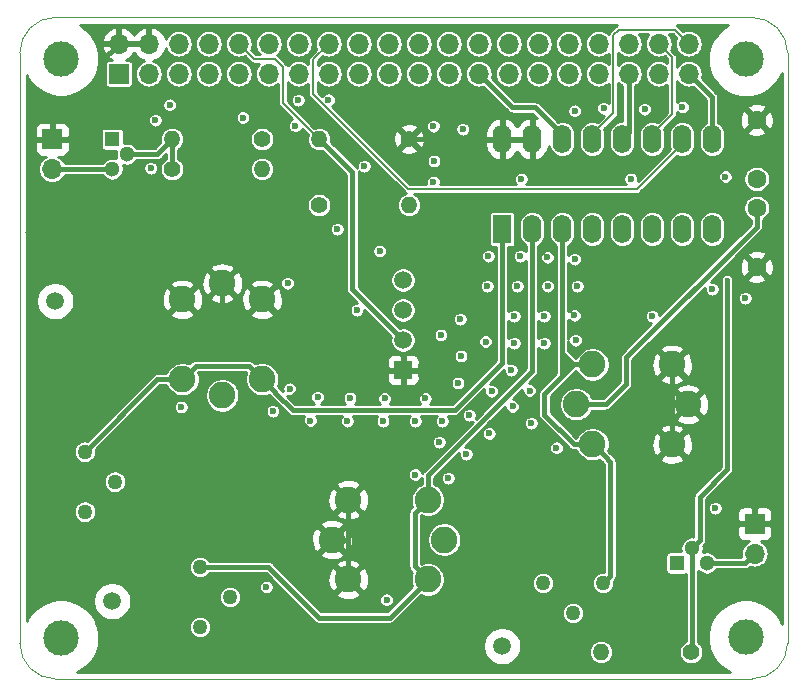
<source format=gbr>
%TF.GenerationSoftware,KiCad,Pcbnew,(5.1.0)-1*%
%TF.CreationDate,2021-12-23T09:16:39+02:00*%
%TF.ProjectId,RPI_HAT_sensors,5250495f-4841-4545-9f73-656e736f7273,rev?*%
%TF.SameCoordinates,Original*%
%TF.FileFunction,Copper,L1,Top*%
%TF.FilePolarity,Positive*%
%FSLAX46Y46*%
G04 Gerber Fmt 4.6, Leading zero omitted, Abs format (unit mm)*
G04 Created by KiCad (PCBNEW (5.1.0)-1) date 2021-12-23 09:16:39*
%MOMM*%
%LPD*%
G04 APERTURE LIST*
%ADD10C,0.150000*%
%ADD11C,0.100000*%
%ADD12C,2.250000*%
%ADD13R,1.700000X1.700000*%
%ADD14O,1.700000X1.700000*%
%ADD15C,3.000000*%
%ADD16R,1.600000X2.400000*%
%ADD17O,1.600000X2.400000*%
%ADD18C,1.260000*%
%ADD19C,1.300000*%
%ADD20R,1.300000X1.300000*%
%ADD21O,1.400000X1.400000*%
%ADD22C,1.400000*%
%ADD23R,1.500000X1.500000*%
%ADD24C,1.500000*%
%ADD25C,1.600000*%
%ADD26C,0.600000*%
%ADD27C,0.400000*%
%ADD28C,0.400000*%
%ADD29C,0.250000*%
%ADD30C,0.254000*%
G04 APERTURE END LIST*
D10*
X102250666Y-113792000D02*
G75*
G03X102250666Y-113792000I-1666666J0D01*
G01*
X98084000Y-113792000D02*
X103084000Y-113792000D01*
X100584000Y-111292000D02*
X100584000Y-116292000D01*
X83454666Y-107188000D02*
G75*
G03X83454666Y-107188000I-1666666J0D01*
G01*
X79288000Y-107188000D02*
X84288000Y-107188000D01*
X81788000Y-104688000D02*
X81788000Y-109688000D01*
X83200666Y-78994000D02*
G75*
G03X83200666Y-78994000I-1666666J0D01*
G01*
X79034000Y-78994000D02*
X84034000Y-78994000D01*
X81534000Y-76494000D02*
X81534000Y-81494000D01*
D11*
X78546356Y-63817611D02*
X78546356Y-113817611D01*
X78546356Y-63817611D02*
G75*
G02X81546356Y-60817611I3000000J0D01*
G01*
X140546356Y-60817611D02*
X81546356Y-60817611D01*
X140546356Y-60817611D02*
G75*
G02X143546356Y-63817611I0J-3000000D01*
G01*
X143546356Y-113817611D02*
X143546356Y-63817611D01*
X81546356Y-116817611D02*
G75*
G02X78546356Y-113817611I0J3000000D01*
G01*
X81546356Y-116817611D02*
X140546356Y-116817611D01*
X143546351Y-113822847D02*
G75*
G02X140546356Y-116817611I-2999995J5236D01*
G01*
D12*
X113100500Y-108401500D03*
X106355500Y-108401500D03*
X104978000Y-105029000D03*
X106355500Y-101656500D03*
X113100500Y-101656500D03*
X114478000Y-105029000D03*
D13*
X86920000Y-65590000D03*
D14*
X86920000Y-63050000D03*
X89460000Y-65590000D03*
X89460000Y-63050000D03*
X92000000Y-65590000D03*
X92000000Y-63050000D03*
X94540000Y-65590000D03*
X94540000Y-63050000D03*
X97080000Y-65590000D03*
X97080000Y-63050000D03*
X99620000Y-65590000D03*
X99620000Y-63050000D03*
X102160000Y-65590000D03*
X102160000Y-63050000D03*
X104700000Y-65590000D03*
X104700000Y-63050000D03*
X107240000Y-65590000D03*
X107240000Y-63050000D03*
X109780000Y-65590000D03*
X109780000Y-63050000D03*
X112320000Y-65590000D03*
X112320000Y-63050000D03*
X114860000Y-65590000D03*
X114860000Y-63050000D03*
X117400000Y-65590000D03*
X117400000Y-63050000D03*
X119940000Y-65590000D03*
X119940000Y-63050000D03*
X122480000Y-65590000D03*
X122480000Y-63050000D03*
X125020000Y-65590000D03*
X125020000Y-63050000D03*
X127560000Y-65590000D03*
X127560000Y-63050000D03*
X130100000Y-65590000D03*
X130100000Y-63050000D03*
X132640000Y-65590000D03*
X132640000Y-63050000D03*
X135180000Y-65590000D03*
X135180000Y-63050000D03*
D15*
X82040000Y-64310000D03*
X140040000Y-64330000D03*
X82040000Y-113320000D03*
X140030000Y-113310000D03*
D12*
X92315000Y-91440000D03*
X92315000Y-84695000D03*
X95687500Y-83317500D03*
X99060000Y-84695000D03*
X99060000Y-91440000D03*
X95687500Y-92817500D03*
X125653600Y-93573600D03*
X127031100Y-96946100D03*
X133776100Y-96946100D03*
X135153600Y-93573600D03*
X133776100Y-90201100D03*
X127031100Y-90201100D03*
D16*
X119380000Y-78740000D03*
D17*
X137160000Y-71120000D03*
X121920000Y-78740000D03*
X134620000Y-71120000D03*
X124460000Y-78740000D03*
X132080000Y-71120000D03*
X127000000Y-78740000D03*
X129540000Y-71120000D03*
X129540000Y-78740000D03*
X127000000Y-71120000D03*
X132080000Y-78740000D03*
X124460000Y-71120000D03*
X134620000Y-78740000D03*
X121920000Y-71120000D03*
X137160000Y-78740000D03*
X119380000Y-71120000D03*
D18*
X84048600Y-102666800D03*
X86588600Y-100126800D03*
X84048600Y-97586800D03*
X93802200Y-107340400D03*
X96342200Y-109880400D03*
X93802200Y-112420400D03*
X122834400Y-108712000D03*
X125374400Y-111252000D03*
X127914400Y-108712000D03*
D13*
X81280000Y-71120000D03*
D14*
X81280000Y-73660000D03*
D19*
X87630000Y-72390000D03*
X86360000Y-73660000D03*
D20*
X86360000Y-71120000D03*
D21*
X91440000Y-71120000D03*
D22*
X99060000Y-71120000D03*
X91440000Y-73660000D03*
D21*
X99060000Y-73660000D03*
D22*
X111506000Y-71120000D03*
D21*
X103886000Y-71120000D03*
D23*
X110998000Y-90678000D03*
D24*
X110998000Y-88138000D03*
X110998000Y-85598000D03*
X110998000Y-83058000D03*
D25*
X140944600Y-69494400D03*
X140944600Y-74494400D03*
X140944600Y-76940400D03*
X140944600Y-81940400D03*
D13*
X140766800Y-103682800D03*
D14*
X140766800Y-106222800D03*
D19*
X135458200Y-105740200D03*
X136728200Y-107010200D03*
D20*
X134188200Y-107010200D03*
D22*
X103886000Y-76708000D03*
D21*
X111506000Y-76708000D03*
X127762000Y-114554000D03*
D22*
X135382000Y-114554000D03*
D24*
X81534000Y-84836000D03*
X86360000Y-110236000D03*
X119380000Y-114046000D03*
D26*
X123215400Y-81127600D03*
X123240800Y-83566000D03*
X115900200Y-89484200D03*
X118491000Y-92456000D03*
X114300000Y-94996000D03*
X122936000Y-88392000D03*
X127965200Y-68503800D03*
X131445000Y-68580000D03*
X113614200Y-72974200D03*
X107086400Y-85598000D03*
X109601000Y-110134400D03*
X114808000Y-99822000D03*
X121843800Y-95173800D03*
X109016800Y-80594200D03*
X138277600Y-74295000D03*
X134645400Y-68402200D03*
X125526800Y-68732400D03*
X116052600Y-70281800D03*
X89636600Y-73583800D03*
X92202000Y-93802200D03*
X99415600Y-109042200D03*
X123977400Y-97256600D03*
X121005600Y-74498200D03*
X102108000Y-67818000D03*
X97434400Y-69291200D03*
X90017600Y-69519800D03*
X114198400Y-87706200D03*
X120396000Y-88392000D03*
X120650000Y-83566000D03*
X117983000Y-88265000D03*
X115646200Y-91770200D03*
X122936000Y-86106000D03*
X118287800Y-96037400D03*
X116332000Y-97790000D03*
X125603000Y-88138000D03*
X101219000Y-83312000D03*
X101854000Y-70002400D03*
X113563400Y-70027800D03*
X118110000Y-83566000D03*
X113563400Y-74752200D03*
X91236800Y-68224400D03*
X101396800Y-92252800D03*
X103759000Y-92964000D03*
X106502200Y-93040200D03*
X109423200Y-93065600D03*
X112877600Y-93065600D03*
X112014000Y-94996000D03*
X109296200Y-94996000D03*
X106273600Y-94996000D03*
X103149400Y-94945200D03*
X99974400Y-94157800D03*
X114046000Y-96774000D03*
X112014000Y-99517200D03*
X121716800Y-92405200D03*
X120269000Y-93751400D03*
X130276600Y-74498200D03*
X125526800Y-81280000D03*
X120904000Y-81026000D03*
X118211600Y-81026000D03*
X125501400Y-86044010D03*
X107696000Y-73406000D03*
X105410000Y-78740000D03*
X137160000Y-83820000D03*
X137414000Y-102362000D03*
X125730000Y-83566000D03*
X139954000Y-84582000D03*
X104673594Y-67792406D03*
X116586000Y-94488000D03*
X120142000Y-90678000D03*
X115824000Y-86360000D03*
X132080000Y-86106000D03*
X120396000Y-86106000D03*
X117932200Y-85979000D03*
D27*
X138430000Y-83058000D03*
D28*
X137160000Y-67570000D02*
X137160000Y-71120000D01*
X135180000Y-65590000D02*
X137160000Y-67570000D01*
X124460000Y-70720000D02*
X124460000Y-71120000D01*
X122167600Y-68427600D02*
X124460000Y-70720000D01*
X117400000Y-65590000D02*
X120237600Y-68427600D01*
X120237600Y-68427600D02*
X122167600Y-68427600D01*
X140944600Y-78071770D02*
X140944600Y-76940400D01*
X140944600Y-78544602D02*
X140944600Y-78071770D01*
X129886190Y-89603012D02*
X140944600Y-78544602D01*
X129886190Y-91830410D02*
X129886190Y-89603012D01*
X125653600Y-93573600D02*
X128143000Y-93573600D01*
X128143000Y-93573600D02*
X129886190Y-91830410D01*
D29*
X95700599Y-84921589D02*
X95700599Y-85819999D01*
X95687500Y-84908490D02*
X95700599Y-84921589D01*
X93439999Y-85819999D02*
X95700599Y-85819999D01*
X95700599Y-85819999D02*
X97935001Y-85819999D01*
D28*
X92315000Y-84695000D02*
X93439999Y-85819999D01*
X97935001Y-85819999D02*
X99060000Y-84695000D01*
X95675199Y-84920791D02*
X95675199Y-85819999D01*
X95687500Y-84908490D02*
X95675199Y-84920791D01*
X95687500Y-83317500D02*
X95687500Y-84908490D01*
X93439999Y-85819999D02*
X95675199Y-85819999D01*
X95675199Y-85819999D02*
X97935001Y-85819999D01*
X106355500Y-101656500D02*
X106355500Y-103247490D01*
X106324400Y-105029000D02*
X106355500Y-105060100D01*
X104978000Y-105029000D02*
X106324400Y-105029000D01*
X106355500Y-103247490D02*
X106355500Y-105060100D01*
X106355500Y-105060100D02*
X106355500Y-108401500D01*
X133858000Y-93573600D02*
X133776100Y-93655500D01*
X135153600Y-93573600D02*
X133858000Y-93573600D01*
X133776100Y-96946100D02*
X133776100Y-93655500D01*
X133776100Y-93655500D02*
X133776100Y-90201100D01*
X121920000Y-71120000D02*
X119380000Y-71120000D01*
X118180000Y-71120000D02*
X111506000Y-71120000D01*
X119380000Y-71120000D02*
X118180000Y-71120000D01*
X89460000Y-63050000D02*
X86920000Y-63050000D01*
X81280000Y-69870000D02*
X81280000Y-71120000D01*
X85340001Y-65809999D02*
X81280000Y-69870000D01*
X85340001Y-64629999D02*
X85340001Y-65809999D01*
X86920000Y-63050000D02*
X85340001Y-64629999D01*
X141744599Y-81140401D02*
X140944600Y-81940400D01*
X142570200Y-80314800D02*
X141744599Y-81140401D01*
X142570200Y-71069200D02*
X142570200Y-80314800D01*
X140944600Y-69494400D02*
X140995400Y-69494400D01*
X140995400Y-69494400D02*
X142570200Y-71069200D01*
X113233200Y-90678000D02*
X110998000Y-90678000D01*
X117932200Y-85979000D02*
X113233200Y-90678000D01*
D10*
X134620000Y-71520000D02*
X134620000Y-71120000D01*
X104700000Y-63050000D02*
X103378000Y-64372000D01*
X103378000Y-67310000D02*
X111429800Y-75361800D01*
X111429800Y-75361800D02*
X130778200Y-75361800D01*
X130778200Y-75361800D02*
X134620000Y-71520000D01*
X103378000Y-64372000D02*
X103378000Y-67310000D01*
D28*
X130100000Y-70560000D02*
X129540000Y-71120000D01*
X130100000Y-65590000D02*
X130100000Y-70560000D01*
D10*
X132080000Y-70720000D02*
X132080000Y-71120000D01*
X133765001Y-69034999D02*
X132080000Y-70720000D01*
X133765001Y-64175001D02*
X133765001Y-69034999D01*
X132640000Y-63050000D02*
X133765001Y-64175001D01*
X127000000Y-70720000D02*
X127000000Y-71120000D01*
X128803400Y-68916600D02*
X127000000Y-70720000D01*
X128803400Y-62280800D02*
X128803400Y-68916600D01*
X129235200Y-61849000D02*
X128803400Y-62280800D01*
X135180000Y-63050000D02*
X133979000Y-61849000D01*
X133979000Y-61849000D02*
X129235200Y-61849000D01*
D28*
X90195400Y-91440000D02*
X92315000Y-91440000D01*
X84048600Y-97586800D02*
X90195400Y-91440000D01*
X97935001Y-90315001D02*
X99060000Y-91440000D01*
X93439999Y-90315001D02*
X97935001Y-90315001D01*
X92315000Y-91440000D02*
X93439999Y-90315001D01*
X100184999Y-92564999D02*
X99060000Y-91440000D01*
X100184999Y-92590399D02*
X100184999Y-92564999D01*
X101650800Y-94056200D02*
X100184999Y-92590399D01*
X115366800Y-94056200D02*
X101650800Y-94056200D01*
X119380000Y-78740000D02*
X119380000Y-90043000D01*
X119380000Y-90043000D02*
X115366800Y-94056200D01*
X122961400Y-94467390D02*
X122961400Y-92679810D01*
X127031100Y-96946100D02*
X125440110Y-96946100D01*
X125440110Y-96946100D02*
X122961400Y-94467390D01*
X122961400Y-92679810D02*
X124460000Y-91181210D01*
X127031100Y-90201100D02*
X125440110Y-90201100D01*
X125440110Y-90201100D02*
X125405500Y-90201100D01*
X124460000Y-89255600D02*
X124460000Y-78740000D01*
X125385800Y-90220800D02*
X125405500Y-90201100D01*
X124460000Y-91181210D02*
X124460000Y-90220800D01*
X124942600Y-89738200D02*
X125183900Y-89979500D01*
X124460000Y-89738200D02*
X124942600Y-89738200D01*
X125405500Y-90201100D02*
X125183900Y-89979500D01*
X124460000Y-89738200D02*
X124460000Y-89255600D01*
X124889405Y-90345405D02*
X124460000Y-89916000D01*
X124889405Y-90751805D02*
X124889405Y-90345405D01*
X124460000Y-89916000D02*
X124460000Y-89738200D01*
X124460000Y-90220800D02*
X124460000Y-89916000D01*
X124889405Y-90751805D02*
X125440110Y-90201100D01*
X125018800Y-89865200D02*
X124663200Y-90220800D01*
X125018800Y-89814400D02*
X125018800Y-89865200D01*
X124663200Y-90220800D02*
X125385800Y-90220800D01*
X124460000Y-90220800D02*
X124663200Y-90220800D01*
X125183900Y-89979500D02*
X125018800Y-89814400D01*
X124660805Y-90116805D02*
X124460000Y-89916000D01*
X124660805Y-90980405D02*
X124660805Y-90116805D01*
X124660805Y-90980405D02*
X124889405Y-90751805D01*
X122961400Y-92679810D02*
X124660805Y-90980405D01*
X125405500Y-90201100D02*
X127031100Y-90201100D01*
X124866400Y-89662000D02*
X125405500Y-90201100D01*
X124866400Y-89662000D02*
X124460000Y-89255600D01*
X125018800Y-89814400D02*
X124866400Y-89662000D01*
X128156099Y-98071099D02*
X127031100Y-96946100D01*
X128544399Y-98459399D02*
X128156099Y-98071099D01*
X128544399Y-108082001D02*
X128544399Y-98459399D01*
X127914400Y-108712000D02*
X128544399Y-108082001D01*
X111975501Y-109526499D02*
X113100500Y-108401500D01*
X109869000Y-111633000D02*
X111975501Y-109526499D01*
X103860600Y-111633000D02*
X109869000Y-111633000D01*
X99568000Y-107340400D02*
X103860600Y-111633000D01*
X93802200Y-107340400D02*
X99568000Y-107340400D01*
X113100500Y-108401500D02*
X111975501Y-107276501D01*
X111975501Y-102781499D02*
X113100500Y-101656500D01*
X111975501Y-107276501D02*
X111975501Y-102781499D01*
X121920000Y-90754200D02*
X121920000Y-78740000D01*
X113100500Y-101656500D02*
X113100500Y-99573700D01*
X113100500Y-99573700D02*
X121920000Y-90754200D01*
X82482081Y-73660000D02*
X86360000Y-73660000D01*
X81280000Y-73660000D02*
X82482081Y-73660000D01*
D10*
X103186001Y-70420001D02*
X103886000Y-71120000D01*
X100838000Y-68072000D02*
X103186001Y-70420001D01*
X100838000Y-65024000D02*
X100838000Y-68072000D01*
X100152200Y-64338200D02*
X100838000Y-65024000D01*
X97080000Y-63050000D02*
X98368200Y-64338200D01*
X98368200Y-64338200D02*
X100152200Y-64338200D01*
D28*
X110248001Y-87388001D02*
X110998000Y-88138000D01*
X106705400Y-83845400D02*
X110248001Y-87388001D01*
X106705400Y-73914000D02*
X106705400Y-83845400D01*
X103886000Y-71120000D02*
X103911400Y-71120000D01*
X103911400Y-71120000D02*
X106705400Y-73914000D01*
X90170000Y-72390000D02*
X91440000Y-71120000D01*
X87630000Y-72390000D02*
X90170000Y-72390000D01*
X91440000Y-71120000D02*
X91440000Y-73660000D01*
X139979400Y-107010200D02*
X140766800Y-106222800D01*
X136728200Y-107010200D02*
X139979400Y-107010200D01*
X135458200Y-114477800D02*
X135382000Y-114554000D01*
X135458200Y-105740200D02*
X135458200Y-114477800D01*
X136108199Y-105090201D02*
X136108199Y-101381801D01*
X135458200Y-105740200D02*
X136108199Y-105090201D01*
X136108199Y-101381801D02*
X138430000Y-99060000D01*
X138430000Y-99060000D02*
X138430000Y-83058000D01*
D30*
G36*
X129010780Y-61513132D02*
G01*
X128949568Y-61563368D01*
X128936977Y-61578710D01*
X128533110Y-61982577D01*
X128517768Y-61995168D01*
X128467532Y-62056381D01*
X128430203Y-62126218D01*
X128407217Y-62201995D01*
X128405016Y-62224341D01*
X128396291Y-62213709D01*
X128217070Y-62066626D01*
X128012597Y-61957333D01*
X127790732Y-61890031D01*
X127617812Y-61873000D01*
X127502188Y-61873000D01*
X127329268Y-61890031D01*
X127107403Y-61957333D01*
X126902930Y-62066626D01*
X126723709Y-62213709D01*
X126576626Y-62392930D01*
X126467333Y-62597403D01*
X126400031Y-62819268D01*
X126377306Y-63050000D01*
X126400031Y-63280732D01*
X126467333Y-63502597D01*
X126576626Y-63707070D01*
X126723709Y-63886291D01*
X126902930Y-64033374D01*
X127107403Y-64142667D01*
X127329268Y-64209969D01*
X127502188Y-64227000D01*
X127617812Y-64227000D01*
X127790732Y-64209969D01*
X128012597Y-64142667D01*
X128217070Y-64033374D01*
X128396291Y-63886291D01*
X128401400Y-63880065D01*
X128401400Y-64759935D01*
X128396291Y-64753709D01*
X128217070Y-64606626D01*
X128012597Y-64497333D01*
X127790732Y-64430031D01*
X127617812Y-64413000D01*
X127502188Y-64413000D01*
X127329268Y-64430031D01*
X127107403Y-64497333D01*
X126902930Y-64606626D01*
X126723709Y-64753709D01*
X126576626Y-64932930D01*
X126467333Y-65137403D01*
X126400031Y-65359268D01*
X126377306Y-65590000D01*
X126400031Y-65820732D01*
X126467333Y-66042597D01*
X126576626Y-66247070D01*
X126723709Y-66426291D01*
X126902930Y-66573374D01*
X127107403Y-66682667D01*
X127329268Y-66749969D01*
X127502188Y-66767000D01*
X127617812Y-66767000D01*
X127790732Y-66749969D01*
X128012597Y-66682667D01*
X128217070Y-66573374D01*
X128396291Y-66426291D01*
X128401401Y-66420065D01*
X128401401Y-68053289D01*
X128364889Y-68016777D01*
X128262196Y-67948160D01*
X128148089Y-67900895D01*
X128026954Y-67876800D01*
X127903446Y-67876800D01*
X127782311Y-67900895D01*
X127668204Y-67948160D01*
X127565511Y-68016777D01*
X127478177Y-68104111D01*
X127409560Y-68206804D01*
X127362295Y-68320911D01*
X127338200Y-68442046D01*
X127338200Y-68565554D01*
X127362295Y-68686689D01*
X127409560Y-68800796D01*
X127478177Y-68903489D01*
X127565511Y-68990823D01*
X127668204Y-69059440D01*
X127782311Y-69106705D01*
X127903446Y-69130800D01*
X128020686Y-69130800D01*
X127462283Y-69689204D01*
X127433370Y-69673750D01*
X127220930Y-69609307D01*
X127000000Y-69587547D01*
X126779069Y-69609307D01*
X126566629Y-69673750D01*
X126370843Y-69778400D01*
X126199235Y-69919235D01*
X126058400Y-70090843D01*
X125953750Y-70286630D01*
X125889307Y-70499070D01*
X125873000Y-70664636D01*
X125873000Y-71575365D01*
X125889307Y-71740931D01*
X125953751Y-71953371D01*
X126058401Y-72149157D01*
X126199236Y-72320765D01*
X126370844Y-72461600D01*
X126566630Y-72566250D01*
X126779070Y-72630693D01*
X127000000Y-72652453D01*
X127220931Y-72630693D01*
X127433371Y-72566250D01*
X127629157Y-72461600D01*
X127800765Y-72320765D01*
X127941600Y-72149157D01*
X128046250Y-71953371D01*
X128110693Y-71740930D01*
X128127000Y-71575364D01*
X128127000Y-70664635D01*
X128110693Y-70499069D01*
X128046250Y-70286629D01*
X128030796Y-70257717D01*
X129073695Y-69214819D01*
X129089032Y-69202232D01*
X129104894Y-69182905D01*
X129139268Y-69141020D01*
X129176597Y-69071184D01*
X129199583Y-68995406D01*
X129201131Y-68979689D01*
X129205400Y-68936347D01*
X129205400Y-68936340D01*
X129207344Y-68916600D01*
X129205400Y-68896861D01*
X129205400Y-66355241D01*
X129263709Y-66426291D01*
X129442930Y-66573374D01*
X129573000Y-66642898D01*
X129573001Y-69590797D01*
X129540000Y-69587547D01*
X129319069Y-69609307D01*
X129106629Y-69673750D01*
X128910843Y-69778400D01*
X128739235Y-69919235D01*
X128598400Y-70090843D01*
X128493750Y-70286630D01*
X128429307Y-70499070D01*
X128413000Y-70664636D01*
X128413000Y-71575365D01*
X128429307Y-71740931D01*
X128493751Y-71953371D01*
X128598401Y-72149157D01*
X128739236Y-72320765D01*
X128910844Y-72461600D01*
X129106630Y-72566250D01*
X129319070Y-72630693D01*
X129540000Y-72652453D01*
X129760931Y-72630693D01*
X129973371Y-72566250D01*
X130169157Y-72461600D01*
X130340765Y-72320765D01*
X130481600Y-72149157D01*
X130586250Y-71953371D01*
X130650693Y-71740930D01*
X130667000Y-71575364D01*
X130667000Y-70664635D01*
X130650693Y-70499069D01*
X130627000Y-70420964D01*
X130627000Y-68518246D01*
X130818000Y-68518246D01*
X130818000Y-68641754D01*
X130842095Y-68762889D01*
X130889360Y-68876996D01*
X130957977Y-68979689D01*
X131045311Y-69067023D01*
X131148004Y-69135640D01*
X131262111Y-69182905D01*
X131383246Y-69207000D01*
X131506754Y-69207000D01*
X131627889Y-69182905D01*
X131741996Y-69135640D01*
X131844689Y-69067023D01*
X131932023Y-68979689D01*
X132000640Y-68876996D01*
X132047905Y-68762889D01*
X132072000Y-68641754D01*
X132072000Y-68518246D01*
X132047905Y-68397111D01*
X132000640Y-68283004D01*
X131932023Y-68180311D01*
X131844689Y-68092977D01*
X131741996Y-68024360D01*
X131627889Y-67977095D01*
X131506754Y-67953000D01*
X131383246Y-67953000D01*
X131262111Y-67977095D01*
X131148004Y-68024360D01*
X131045311Y-68092977D01*
X130957977Y-68180311D01*
X130889360Y-68283004D01*
X130842095Y-68397111D01*
X130818000Y-68518246D01*
X130627000Y-68518246D01*
X130627000Y-66642898D01*
X130757070Y-66573374D01*
X130936291Y-66426291D01*
X131083374Y-66247070D01*
X131192667Y-66042597D01*
X131259969Y-65820732D01*
X131282694Y-65590000D01*
X131259969Y-65359268D01*
X131192667Y-65137403D01*
X131083374Y-64932930D01*
X130936291Y-64753709D01*
X130757070Y-64606626D01*
X130552597Y-64497333D01*
X130330732Y-64430031D01*
X130157812Y-64413000D01*
X130042188Y-64413000D01*
X129869268Y-64430031D01*
X129647403Y-64497333D01*
X129442930Y-64606626D01*
X129263709Y-64753709D01*
X129205400Y-64824759D01*
X129205400Y-63815241D01*
X129263709Y-63886291D01*
X129442930Y-64033374D01*
X129647403Y-64142667D01*
X129869268Y-64209969D01*
X130042188Y-64227000D01*
X130157812Y-64227000D01*
X130330732Y-64209969D01*
X130552597Y-64142667D01*
X130757070Y-64033374D01*
X130936291Y-63886291D01*
X131083374Y-63707070D01*
X131192667Y-63502597D01*
X131259969Y-63280732D01*
X131282694Y-63050000D01*
X131259969Y-62819268D01*
X131192667Y-62597403D01*
X131083374Y-62392930D01*
X130966895Y-62251000D01*
X131773105Y-62251000D01*
X131656626Y-62392930D01*
X131547333Y-62597403D01*
X131480031Y-62819268D01*
X131457306Y-63050000D01*
X131480031Y-63280732D01*
X131547333Y-63502597D01*
X131656626Y-63707070D01*
X131803709Y-63886291D01*
X131982930Y-64033374D01*
X132187403Y-64142667D01*
X132409268Y-64209969D01*
X132582188Y-64227000D01*
X132697812Y-64227000D01*
X132870732Y-64209969D01*
X133092597Y-64142667D01*
X133139228Y-64117742D01*
X133363001Y-64341515D01*
X133363001Y-64660734D01*
X133297070Y-64606626D01*
X133092597Y-64497333D01*
X132870732Y-64430031D01*
X132697812Y-64413000D01*
X132582188Y-64413000D01*
X132409268Y-64430031D01*
X132187403Y-64497333D01*
X131982930Y-64606626D01*
X131803709Y-64753709D01*
X131656626Y-64932930D01*
X131547333Y-65137403D01*
X131480031Y-65359268D01*
X131457306Y-65590000D01*
X131480031Y-65820732D01*
X131547333Y-66042597D01*
X131656626Y-66247070D01*
X131803709Y-66426291D01*
X131982930Y-66573374D01*
X132187403Y-66682667D01*
X132409268Y-66749969D01*
X132582188Y-66767000D01*
X132697812Y-66767000D01*
X132870732Y-66749969D01*
X133092597Y-66682667D01*
X133297070Y-66573374D01*
X133363001Y-66519265D01*
X133363002Y-68868485D01*
X132542283Y-69689204D01*
X132513370Y-69673750D01*
X132300930Y-69609307D01*
X132080000Y-69587547D01*
X131859069Y-69609307D01*
X131646629Y-69673750D01*
X131450843Y-69778400D01*
X131279235Y-69919235D01*
X131138400Y-70090843D01*
X131033750Y-70286630D01*
X130969307Y-70499070D01*
X130953000Y-70664636D01*
X130953000Y-71575365D01*
X130969307Y-71740931D01*
X131033751Y-71953371D01*
X131138401Y-72149157D01*
X131279236Y-72320765D01*
X131450844Y-72461600D01*
X131646630Y-72566250D01*
X131859070Y-72630693D01*
X132080000Y-72652453D01*
X132300931Y-72630693D01*
X132513371Y-72566250D01*
X132709157Y-72461600D01*
X132880765Y-72320765D01*
X133021600Y-72149157D01*
X133126250Y-71953371D01*
X133190693Y-71740930D01*
X133207000Y-71575364D01*
X133207000Y-70664635D01*
X133190693Y-70499069D01*
X133126250Y-70286629D01*
X133110796Y-70257717D01*
X134035291Y-69333222D01*
X134050633Y-69320631D01*
X134100869Y-69259419D01*
X134138198Y-69189582D01*
X134161184Y-69113805D01*
X134167001Y-69054746D01*
X134167001Y-69054739D01*
X134168945Y-69035000D01*
X134167001Y-69015260D01*
X134167001Y-68810513D01*
X134245711Y-68889223D01*
X134348404Y-68957840D01*
X134462511Y-69005105D01*
X134583646Y-69029200D01*
X134707154Y-69029200D01*
X134828289Y-69005105D01*
X134942396Y-68957840D01*
X135045089Y-68889223D01*
X135132423Y-68801889D01*
X135201040Y-68699196D01*
X135248305Y-68585089D01*
X135272400Y-68463954D01*
X135272400Y-68340446D01*
X135248305Y-68219311D01*
X135201040Y-68105204D01*
X135132423Y-68002511D01*
X135045089Y-67915177D01*
X134942396Y-67846560D01*
X134828289Y-67799295D01*
X134707154Y-67775200D01*
X134583646Y-67775200D01*
X134462511Y-67799295D01*
X134348404Y-67846560D01*
X134245711Y-67915177D01*
X134167001Y-67993887D01*
X134167001Y-66191645D01*
X134196626Y-66247070D01*
X134343709Y-66426291D01*
X134522930Y-66573374D01*
X134727403Y-66682667D01*
X134949268Y-66749969D01*
X135122188Y-66767000D01*
X135237812Y-66767000D01*
X135410732Y-66749969D01*
X135551867Y-66707156D01*
X136633000Y-67788291D01*
X136633001Y-69723796D01*
X136530843Y-69778400D01*
X136359235Y-69919235D01*
X136218400Y-70090843D01*
X136113750Y-70286630D01*
X136049307Y-70499070D01*
X136033000Y-70664636D01*
X136033000Y-71575365D01*
X136049307Y-71740931D01*
X136113751Y-71953371D01*
X136218401Y-72149157D01*
X136359236Y-72320765D01*
X136530844Y-72461600D01*
X136726630Y-72566250D01*
X136939070Y-72630693D01*
X137160000Y-72652453D01*
X137380931Y-72630693D01*
X137593371Y-72566250D01*
X137789157Y-72461600D01*
X137960765Y-72320765D01*
X138101600Y-72149157D01*
X138206250Y-71953371D01*
X138270693Y-71740930D01*
X138287000Y-71575364D01*
X138287000Y-70664635D01*
X138270693Y-70499069D01*
X138267063Y-70487102D01*
X140131503Y-70487102D01*
X140203086Y-70731071D01*
X140458596Y-70851971D01*
X140732784Y-70920700D01*
X141015112Y-70934617D01*
X141294730Y-70893187D01*
X141560892Y-70798003D01*
X141686114Y-70731071D01*
X141757697Y-70487102D01*
X140944600Y-69674005D01*
X140131503Y-70487102D01*
X138267063Y-70487102D01*
X138206250Y-70286629D01*
X138101600Y-70090843D01*
X137960765Y-69919235D01*
X137789157Y-69778400D01*
X137687000Y-69723796D01*
X137687000Y-69564912D01*
X139504383Y-69564912D01*
X139545813Y-69844530D01*
X139640997Y-70110692D01*
X139707929Y-70235914D01*
X139951898Y-70307497D01*
X140764995Y-69494400D01*
X141124205Y-69494400D01*
X141937302Y-70307497D01*
X142181271Y-70235914D01*
X142302171Y-69980404D01*
X142370900Y-69706216D01*
X142384817Y-69423888D01*
X142343387Y-69144270D01*
X142248203Y-68878108D01*
X142181271Y-68752886D01*
X141937302Y-68681303D01*
X141124205Y-69494400D01*
X140764995Y-69494400D01*
X139951898Y-68681303D01*
X139707929Y-68752886D01*
X139587029Y-69008396D01*
X139518300Y-69282584D01*
X139504383Y-69564912D01*
X137687000Y-69564912D01*
X137687000Y-68501698D01*
X140131503Y-68501698D01*
X140944600Y-69314795D01*
X141757697Y-68501698D01*
X141686114Y-68257729D01*
X141430604Y-68136829D01*
X141156416Y-68068100D01*
X140874088Y-68054183D01*
X140594470Y-68095613D01*
X140328308Y-68190797D01*
X140203086Y-68257729D01*
X140131503Y-68501698D01*
X137687000Y-68501698D01*
X137687000Y-67595881D01*
X137689549Y-67570000D01*
X137679374Y-67466690D01*
X137656934Y-67392717D01*
X137649239Y-67367350D01*
X137600304Y-67275798D01*
X137534448Y-67195552D01*
X137514344Y-67179054D01*
X136297156Y-65961867D01*
X136339969Y-65820732D01*
X136362694Y-65590000D01*
X136339969Y-65359268D01*
X136272667Y-65137403D01*
X136163374Y-64932930D01*
X136016291Y-64753709D01*
X135837070Y-64606626D01*
X135632597Y-64497333D01*
X135410732Y-64430031D01*
X135237812Y-64413000D01*
X135122188Y-64413000D01*
X134949268Y-64430031D01*
X134727403Y-64497333D01*
X134522930Y-64606626D01*
X134343709Y-64753709D01*
X134196626Y-64932930D01*
X134167001Y-64988355D01*
X134167001Y-64194740D01*
X134168945Y-64175001D01*
X134167001Y-64155261D01*
X134167001Y-64155254D01*
X134161184Y-64096195D01*
X134152603Y-64067906D01*
X134138198Y-64020417D01*
X134100869Y-63950581D01*
X134063221Y-63904707D01*
X134063219Y-63904705D01*
X134050633Y-63889369D01*
X134035298Y-63876784D01*
X133707742Y-63549228D01*
X133732667Y-63502597D01*
X133799969Y-63280732D01*
X133822694Y-63050000D01*
X133799969Y-62819268D01*
X133732667Y-62597403D01*
X133623374Y-62392930D01*
X133506895Y-62251000D01*
X133812487Y-62251000D01*
X134112258Y-62550771D01*
X134087333Y-62597403D01*
X134020031Y-62819268D01*
X133997306Y-63050000D01*
X134020031Y-63280732D01*
X134087333Y-63502597D01*
X134196626Y-63707070D01*
X134343709Y-63886291D01*
X134522930Y-64033374D01*
X134727403Y-64142667D01*
X134949268Y-64209969D01*
X135122188Y-64227000D01*
X135237812Y-64227000D01*
X135410732Y-64209969D01*
X135632597Y-64142667D01*
X135837070Y-64033374D01*
X136016291Y-63886291D01*
X136163374Y-63707070D01*
X136272667Y-63502597D01*
X136339969Y-63280732D01*
X136362694Y-63050000D01*
X136339969Y-62819268D01*
X136272667Y-62597403D01*
X136163374Y-62392930D01*
X136016291Y-62213709D01*
X135837070Y-62066626D01*
X135632597Y-61957333D01*
X135410732Y-61890031D01*
X135237812Y-61873000D01*
X135122188Y-61873000D01*
X134949268Y-61890031D01*
X134727403Y-61957333D01*
X134680771Y-61982258D01*
X134277223Y-61578710D01*
X134264632Y-61563368D01*
X134203420Y-61513132D01*
X134147497Y-61483240D01*
X138492031Y-61483240D01*
X137982907Y-61823425D01*
X137533425Y-62272907D01*
X137180270Y-62801442D01*
X136937012Y-63388719D01*
X136813000Y-64012168D01*
X136813000Y-64647832D01*
X136937012Y-65271281D01*
X137180270Y-65858558D01*
X137533425Y-66387093D01*
X137982907Y-66836575D01*
X138511442Y-67189730D01*
X139098719Y-67432988D01*
X139722168Y-67557000D01*
X140357832Y-67557000D01*
X140981281Y-67432988D01*
X141568558Y-67189730D01*
X142097093Y-66836575D01*
X142546575Y-66387093D01*
X142899730Y-65858558D01*
X143047720Y-65501278D01*
X143047720Y-112162864D01*
X142889730Y-111781442D01*
X142536575Y-111252907D01*
X142087093Y-110803425D01*
X141558558Y-110450270D01*
X140971281Y-110207012D01*
X140347832Y-110083000D01*
X139712168Y-110083000D01*
X139088719Y-110207012D01*
X138501442Y-110450270D01*
X137972907Y-110803425D01*
X137523425Y-111252907D01*
X137170270Y-111781442D01*
X136927012Y-112368719D01*
X136803000Y-112992168D01*
X136803000Y-113627832D01*
X136927012Y-114251281D01*
X137170270Y-114838558D01*
X137523425Y-115367093D01*
X137972907Y-115816575D01*
X138501442Y-116169730D01*
X138666309Y-116238020D01*
X83427833Y-116238020D01*
X83568558Y-116179730D01*
X84097093Y-115826575D01*
X84546575Y-115377093D01*
X84899730Y-114848558D01*
X85142988Y-114261281D01*
X85217684Y-113885755D01*
X117753000Y-113885755D01*
X117753000Y-114206245D01*
X117815525Y-114520578D01*
X117938172Y-114816673D01*
X118116227Y-115083152D01*
X118342848Y-115309773D01*
X118609327Y-115487828D01*
X118905422Y-115610475D01*
X119219755Y-115673000D01*
X119540245Y-115673000D01*
X119854578Y-115610475D01*
X120150673Y-115487828D01*
X120417152Y-115309773D01*
X120643773Y-115083152D01*
X120821828Y-114816673D01*
X120930631Y-114554000D01*
X126730031Y-114554000D01*
X126749860Y-114755327D01*
X126808585Y-114948917D01*
X126903949Y-115127331D01*
X127032288Y-115283712D01*
X127188669Y-115412051D01*
X127367083Y-115507415D01*
X127560673Y-115566140D01*
X127711549Y-115581000D01*
X127812451Y-115581000D01*
X127963327Y-115566140D01*
X128156917Y-115507415D01*
X128335331Y-115412051D01*
X128491712Y-115283712D01*
X128620051Y-115127331D01*
X128715415Y-114948917D01*
X128774140Y-114755327D01*
X128793969Y-114554000D01*
X128774140Y-114352673D01*
X128715415Y-114159083D01*
X128620051Y-113980669D01*
X128491712Y-113824288D01*
X128335331Y-113695949D01*
X128156917Y-113600585D01*
X127963327Y-113541860D01*
X127812451Y-113527000D01*
X127711549Y-113527000D01*
X127560673Y-113541860D01*
X127367083Y-113600585D01*
X127188669Y-113695949D01*
X127032288Y-113824288D01*
X126903949Y-113980669D01*
X126808585Y-114159083D01*
X126749860Y-114352673D01*
X126730031Y-114554000D01*
X120930631Y-114554000D01*
X120944475Y-114520578D01*
X121007000Y-114206245D01*
X121007000Y-113885755D01*
X120944475Y-113571422D01*
X120821828Y-113275327D01*
X120643773Y-113008848D01*
X120417152Y-112782227D01*
X120150673Y-112604172D01*
X119854578Y-112481525D01*
X119540245Y-112419000D01*
X119219755Y-112419000D01*
X118905422Y-112481525D01*
X118609327Y-112604172D01*
X118342848Y-112782227D01*
X118116227Y-113008848D01*
X117938172Y-113275327D01*
X117815525Y-113571422D01*
X117753000Y-113885755D01*
X85217684Y-113885755D01*
X85267000Y-113637832D01*
X85267000Y-113002168D01*
X85142988Y-112378719D01*
X85121211Y-112326144D01*
X92845200Y-112326144D01*
X92845200Y-112514656D01*
X92881977Y-112699547D01*
X92954117Y-112873710D01*
X93058849Y-113030452D01*
X93192148Y-113163751D01*
X93348890Y-113268483D01*
X93523053Y-113340623D01*
X93707944Y-113377400D01*
X93896456Y-113377400D01*
X94081347Y-113340623D01*
X94255510Y-113268483D01*
X94412252Y-113163751D01*
X94545551Y-113030452D01*
X94650283Y-112873710D01*
X94722423Y-112699547D01*
X94759200Y-112514656D01*
X94759200Y-112326144D01*
X94722423Y-112141253D01*
X94650283Y-111967090D01*
X94545551Y-111810348D01*
X94412252Y-111677049D01*
X94255510Y-111572317D01*
X94081347Y-111500177D01*
X93896456Y-111463400D01*
X93707944Y-111463400D01*
X93523053Y-111500177D01*
X93348890Y-111572317D01*
X93192148Y-111677049D01*
X93058849Y-111810348D01*
X92954117Y-111967090D01*
X92881977Y-112141253D01*
X92845200Y-112326144D01*
X85121211Y-112326144D01*
X84899730Y-111791442D01*
X84546575Y-111262907D01*
X84097093Y-110813425D01*
X83568558Y-110460270D01*
X82981281Y-110217012D01*
X82357832Y-110093000D01*
X81722168Y-110093000D01*
X81098719Y-110217012D01*
X80511442Y-110460270D01*
X79982907Y-110813425D01*
X79533425Y-111262907D01*
X79180270Y-111791442D01*
X79123540Y-111928400D01*
X79123540Y-110075755D01*
X84733000Y-110075755D01*
X84733000Y-110396245D01*
X84795525Y-110710578D01*
X84918172Y-111006673D01*
X85096227Y-111273152D01*
X85322848Y-111499773D01*
X85589327Y-111677828D01*
X85885422Y-111800475D01*
X86199755Y-111863000D01*
X86520245Y-111863000D01*
X86834578Y-111800475D01*
X87130673Y-111677828D01*
X87397152Y-111499773D01*
X87623773Y-111273152D01*
X87801828Y-111006673D01*
X87924475Y-110710578D01*
X87987000Y-110396245D01*
X87987000Y-110075755D01*
X87929393Y-109786144D01*
X95385200Y-109786144D01*
X95385200Y-109974656D01*
X95421977Y-110159547D01*
X95494117Y-110333710D01*
X95598849Y-110490452D01*
X95732148Y-110623751D01*
X95888890Y-110728483D01*
X96063053Y-110800623D01*
X96247944Y-110837400D01*
X96436456Y-110837400D01*
X96621347Y-110800623D01*
X96795510Y-110728483D01*
X96952252Y-110623751D01*
X97085551Y-110490452D01*
X97190283Y-110333710D01*
X97262423Y-110159547D01*
X97299200Y-109974656D01*
X97299200Y-109786144D01*
X97262423Y-109601253D01*
X97190283Y-109427090D01*
X97085551Y-109270348D01*
X96952252Y-109137049D01*
X96795510Y-109032317D01*
X96670282Y-108980446D01*
X98788600Y-108980446D01*
X98788600Y-109103954D01*
X98812695Y-109225089D01*
X98859960Y-109339196D01*
X98928577Y-109441889D01*
X99015911Y-109529223D01*
X99118604Y-109597840D01*
X99232711Y-109645105D01*
X99353846Y-109669200D01*
X99477354Y-109669200D01*
X99598489Y-109645105D01*
X99712596Y-109597840D01*
X99815289Y-109529223D01*
X99902623Y-109441889D01*
X99971240Y-109339196D01*
X100018505Y-109225089D01*
X100042600Y-109103954D01*
X100042600Y-108980446D01*
X100018505Y-108859311D01*
X99971240Y-108745204D01*
X99902623Y-108642511D01*
X99815289Y-108555177D01*
X99712596Y-108486560D01*
X99598489Y-108439295D01*
X99477354Y-108415200D01*
X99353846Y-108415200D01*
X99232711Y-108439295D01*
X99118604Y-108486560D01*
X99015911Y-108555177D01*
X98928577Y-108642511D01*
X98859960Y-108745204D01*
X98812695Y-108859311D01*
X98788600Y-108980446D01*
X96670282Y-108980446D01*
X96621347Y-108960177D01*
X96436456Y-108923400D01*
X96247944Y-108923400D01*
X96063053Y-108960177D01*
X95888890Y-109032317D01*
X95732148Y-109137049D01*
X95598849Y-109270348D01*
X95494117Y-109427090D01*
X95421977Y-109601253D01*
X95385200Y-109786144D01*
X87929393Y-109786144D01*
X87924475Y-109761422D01*
X87801828Y-109465327D01*
X87623773Y-109198848D01*
X87397152Y-108972227D01*
X87130673Y-108794172D01*
X86834578Y-108671525D01*
X86520245Y-108609000D01*
X86199755Y-108609000D01*
X85885422Y-108671525D01*
X85589327Y-108794172D01*
X85322848Y-108972227D01*
X85096227Y-109198848D01*
X84918172Y-109465327D01*
X84795525Y-109761422D01*
X84733000Y-110075755D01*
X79123540Y-110075755D01*
X79123540Y-107246144D01*
X92845200Y-107246144D01*
X92845200Y-107434656D01*
X92881977Y-107619547D01*
X92954117Y-107793710D01*
X93058849Y-107950452D01*
X93192148Y-108083751D01*
X93348890Y-108188483D01*
X93523053Y-108260623D01*
X93707944Y-108297400D01*
X93896456Y-108297400D01*
X94081347Y-108260623D01*
X94255510Y-108188483D01*
X94412252Y-108083751D01*
X94545551Y-107950452D01*
X94601045Y-107867400D01*
X99349711Y-107867400D01*
X103469649Y-111987339D01*
X103486152Y-112007448D01*
X103566398Y-112073304D01*
X103616499Y-112100083D01*
X103657950Y-112122239D01*
X103757290Y-112152374D01*
X103860599Y-112162549D01*
X103886480Y-112160000D01*
X109843119Y-112160000D01*
X109869000Y-112162549D01*
X109894881Y-112160000D01*
X109972310Y-112152374D01*
X110071650Y-112122239D01*
X110163202Y-112073304D01*
X110243448Y-112007448D01*
X110259955Y-111987334D01*
X111089545Y-111157744D01*
X124417400Y-111157744D01*
X124417400Y-111346256D01*
X124454177Y-111531147D01*
X124526317Y-111705310D01*
X124631049Y-111862052D01*
X124764348Y-111995351D01*
X124921090Y-112100083D01*
X125095253Y-112172223D01*
X125280144Y-112209000D01*
X125468656Y-112209000D01*
X125653547Y-112172223D01*
X125827710Y-112100083D01*
X125984452Y-111995351D01*
X126117751Y-111862052D01*
X126222483Y-111705310D01*
X126294623Y-111531147D01*
X126331400Y-111346256D01*
X126331400Y-111157744D01*
X126294623Y-110972853D01*
X126222483Y-110798690D01*
X126117751Y-110641948D01*
X125984452Y-110508649D01*
X125827710Y-110403917D01*
X125653547Y-110331777D01*
X125468656Y-110295000D01*
X125280144Y-110295000D01*
X125095253Y-110331777D01*
X124921090Y-110403917D01*
X124764348Y-110508649D01*
X124631049Y-110641948D01*
X124526317Y-110798690D01*
X124454177Y-110972853D01*
X124417400Y-111157744D01*
X111089545Y-111157744D01*
X112366446Y-109880844D01*
X112366450Y-109880839D01*
X112516186Y-109731103D01*
X112676967Y-109797701D01*
X112957490Y-109853500D01*
X113243510Y-109853500D01*
X113524033Y-109797701D01*
X113788280Y-109688246D01*
X114026096Y-109529342D01*
X114228342Y-109327096D01*
X114387246Y-109089280D01*
X114496701Y-108825033D01*
X114537932Y-108617744D01*
X121877400Y-108617744D01*
X121877400Y-108806256D01*
X121914177Y-108991147D01*
X121986317Y-109165310D01*
X122091049Y-109322052D01*
X122224348Y-109455351D01*
X122381090Y-109560083D01*
X122555253Y-109632223D01*
X122740144Y-109669000D01*
X122928656Y-109669000D01*
X123113547Y-109632223D01*
X123287710Y-109560083D01*
X123444452Y-109455351D01*
X123577751Y-109322052D01*
X123682483Y-109165310D01*
X123754623Y-108991147D01*
X123791400Y-108806256D01*
X123791400Y-108617744D01*
X123754623Y-108432853D01*
X123682483Y-108258690D01*
X123577751Y-108101948D01*
X123444452Y-107968649D01*
X123287710Y-107863917D01*
X123113547Y-107791777D01*
X122928656Y-107755000D01*
X122740144Y-107755000D01*
X122555253Y-107791777D01*
X122381090Y-107863917D01*
X122224348Y-107968649D01*
X122091049Y-108101948D01*
X121986317Y-108258690D01*
X121914177Y-108432853D01*
X121877400Y-108617744D01*
X114537932Y-108617744D01*
X114552500Y-108544510D01*
X114552500Y-108258490D01*
X114496701Y-107977967D01*
X114387246Y-107713720D01*
X114228342Y-107475904D01*
X114026096Y-107273658D01*
X113788280Y-107114754D01*
X113524033Y-107005299D01*
X113243510Y-106949500D01*
X112957490Y-106949500D01*
X112676967Y-107005299D01*
X112516186Y-107071897D01*
X112502501Y-107058212D01*
X112502501Y-104885990D01*
X113026000Y-104885990D01*
X113026000Y-105172010D01*
X113081799Y-105452533D01*
X113191254Y-105716780D01*
X113350158Y-105954596D01*
X113552404Y-106156842D01*
X113790220Y-106315746D01*
X114054467Y-106425201D01*
X114334990Y-106481000D01*
X114621010Y-106481000D01*
X114901533Y-106425201D01*
X115165780Y-106315746D01*
X115403596Y-106156842D01*
X115605842Y-105954596D01*
X115764746Y-105716780D01*
X115874201Y-105452533D01*
X115930000Y-105172010D01*
X115930000Y-104885990D01*
X115874201Y-104605467D01*
X115764746Y-104341220D01*
X115605842Y-104103404D01*
X115403596Y-103901158D01*
X115165780Y-103742254D01*
X114901533Y-103632799D01*
X114621010Y-103577000D01*
X114334990Y-103577000D01*
X114054467Y-103632799D01*
X113790220Y-103742254D01*
X113552404Y-103901158D01*
X113350158Y-104103404D01*
X113191254Y-104341220D01*
X113081799Y-104605467D01*
X113026000Y-104885990D01*
X112502501Y-104885990D01*
X112502501Y-102999788D01*
X112516186Y-102986103D01*
X112676967Y-103052701D01*
X112957490Y-103108500D01*
X113243510Y-103108500D01*
X113524033Y-103052701D01*
X113788280Y-102943246D01*
X114026096Y-102784342D01*
X114228342Y-102582096D01*
X114387246Y-102344280D01*
X114496701Y-102080033D01*
X114552500Y-101799510D01*
X114552500Y-101513490D01*
X114496701Y-101232967D01*
X114387246Y-100968720D01*
X114228342Y-100730904D01*
X114026096Y-100528658D01*
X113788280Y-100369754D01*
X113627500Y-100303157D01*
X113627500Y-99791989D01*
X113659243Y-99760246D01*
X114181000Y-99760246D01*
X114181000Y-99883754D01*
X114205095Y-100004889D01*
X114252360Y-100118996D01*
X114320977Y-100221689D01*
X114408311Y-100309023D01*
X114511004Y-100377640D01*
X114625111Y-100424905D01*
X114746246Y-100449000D01*
X114869754Y-100449000D01*
X114990889Y-100424905D01*
X115104996Y-100377640D01*
X115207689Y-100309023D01*
X115295023Y-100221689D01*
X115363640Y-100118996D01*
X115410905Y-100004889D01*
X115435000Y-99883754D01*
X115435000Y-99760246D01*
X115410905Y-99639111D01*
X115363640Y-99525004D01*
X115295023Y-99422311D01*
X115207689Y-99334977D01*
X115104996Y-99266360D01*
X114990889Y-99219095D01*
X114869754Y-99195000D01*
X114746246Y-99195000D01*
X114625111Y-99219095D01*
X114511004Y-99266360D01*
X114408311Y-99334977D01*
X114320977Y-99422311D01*
X114252360Y-99525004D01*
X114205095Y-99639111D01*
X114181000Y-99760246D01*
X113659243Y-99760246D01*
X115708416Y-97711074D01*
X115705000Y-97728246D01*
X115705000Y-97851754D01*
X115729095Y-97972889D01*
X115776360Y-98086996D01*
X115844977Y-98189689D01*
X115932311Y-98277023D01*
X116035004Y-98345640D01*
X116149111Y-98392905D01*
X116270246Y-98417000D01*
X116393754Y-98417000D01*
X116514889Y-98392905D01*
X116628996Y-98345640D01*
X116731689Y-98277023D01*
X116819023Y-98189689D01*
X116887640Y-98086996D01*
X116934905Y-97972889D01*
X116959000Y-97851754D01*
X116959000Y-97728246D01*
X116934905Y-97607111D01*
X116887640Y-97493004D01*
X116819023Y-97390311D01*
X116731689Y-97302977D01*
X116628996Y-97234360D01*
X116533602Y-97194846D01*
X123350400Y-97194846D01*
X123350400Y-97318354D01*
X123374495Y-97439489D01*
X123421760Y-97553596D01*
X123490377Y-97656289D01*
X123577711Y-97743623D01*
X123680404Y-97812240D01*
X123794511Y-97859505D01*
X123915646Y-97883600D01*
X124039154Y-97883600D01*
X124160289Y-97859505D01*
X124274396Y-97812240D01*
X124377089Y-97743623D01*
X124464423Y-97656289D01*
X124533040Y-97553596D01*
X124580305Y-97439489D01*
X124604400Y-97318354D01*
X124604400Y-97194846D01*
X124580305Y-97073711D01*
X124533040Y-96959604D01*
X124464423Y-96856911D01*
X124377089Y-96769577D01*
X124274396Y-96700960D01*
X124160289Y-96653695D01*
X124039154Y-96629600D01*
X123915646Y-96629600D01*
X123794511Y-96653695D01*
X123680404Y-96700960D01*
X123577711Y-96769577D01*
X123490377Y-96856911D01*
X123421760Y-96959604D01*
X123374495Y-97073711D01*
X123350400Y-97194846D01*
X116533602Y-97194846D01*
X116514889Y-97187095D01*
X116393754Y-97163000D01*
X116270246Y-97163000D01*
X116253074Y-97166416D01*
X117443844Y-95975646D01*
X117660800Y-95975646D01*
X117660800Y-96099154D01*
X117684895Y-96220289D01*
X117732160Y-96334396D01*
X117800777Y-96437089D01*
X117888111Y-96524423D01*
X117990804Y-96593040D01*
X118104911Y-96640305D01*
X118226046Y-96664400D01*
X118349554Y-96664400D01*
X118470689Y-96640305D01*
X118584796Y-96593040D01*
X118687489Y-96524423D01*
X118774823Y-96437089D01*
X118843440Y-96334396D01*
X118890705Y-96220289D01*
X118914800Y-96099154D01*
X118914800Y-95975646D01*
X118890705Y-95854511D01*
X118843440Y-95740404D01*
X118774823Y-95637711D01*
X118687489Y-95550377D01*
X118584796Y-95481760D01*
X118470689Y-95434495D01*
X118349554Y-95410400D01*
X118226046Y-95410400D01*
X118104911Y-95434495D01*
X117990804Y-95481760D01*
X117888111Y-95550377D01*
X117800777Y-95637711D01*
X117732160Y-95740404D01*
X117684895Y-95854511D01*
X117660800Y-95975646D01*
X117443844Y-95975646D01*
X118307444Y-95112046D01*
X121216800Y-95112046D01*
X121216800Y-95235554D01*
X121240895Y-95356689D01*
X121288160Y-95470796D01*
X121356777Y-95573489D01*
X121444111Y-95660823D01*
X121546804Y-95729440D01*
X121660911Y-95776705D01*
X121782046Y-95800800D01*
X121905554Y-95800800D01*
X122026689Y-95776705D01*
X122140796Y-95729440D01*
X122243489Y-95660823D01*
X122330823Y-95573489D01*
X122399440Y-95470796D01*
X122446705Y-95356689D01*
X122470800Y-95235554D01*
X122470800Y-95112046D01*
X122446705Y-94990911D01*
X122399440Y-94876804D01*
X122330823Y-94774111D01*
X122243489Y-94686777D01*
X122140796Y-94618160D01*
X122026689Y-94570895D01*
X121905554Y-94546800D01*
X121782046Y-94546800D01*
X121660911Y-94570895D01*
X121546804Y-94618160D01*
X121444111Y-94686777D01*
X121356777Y-94774111D01*
X121288160Y-94876804D01*
X121240895Y-94990911D01*
X121216800Y-95112046D01*
X118307444Y-95112046D01*
X119642000Y-93777490D01*
X119642000Y-93813154D01*
X119666095Y-93934289D01*
X119713360Y-94048396D01*
X119781977Y-94151089D01*
X119869311Y-94238423D01*
X119972004Y-94307040D01*
X120086111Y-94354305D01*
X120207246Y-94378400D01*
X120330754Y-94378400D01*
X120451889Y-94354305D01*
X120565996Y-94307040D01*
X120668689Y-94238423D01*
X120756023Y-94151089D01*
X120824640Y-94048396D01*
X120871905Y-93934289D01*
X120896000Y-93813154D01*
X120896000Y-93689646D01*
X120871905Y-93568511D01*
X120824640Y-93454404D01*
X120756023Y-93351711D01*
X120668689Y-93264377D01*
X120565996Y-93195760D01*
X120451889Y-93148495D01*
X120330754Y-93124400D01*
X120295091Y-93124400D01*
X121093215Y-92326275D01*
X121089800Y-92343446D01*
X121089800Y-92466954D01*
X121113895Y-92588089D01*
X121161160Y-92702196D01*
X121229777Y-92804889D01*
X121317111Y-92892223D01*
X121419804Y-92960840D01*
X121533911Y-93008105D01*
X121655046Y-93032200D01*
X121778554Y-93032200D01*
X121899689Y-93008105D01*
X122013796Y-92960840D01*
X122116489Y-92892223D01*
X122203823Y-92804889D01*
X122272440Y-92702196D01*
X122281712Y-92679810D01*
X122431851Y-92679810D01*
X122434401Y-92705700D01*
X122434400Y-94441509D01*
X122431851Y-94467390D01*
X122434984Y-94499196D01*
X122442026Y-94570699D01*
X122472161Y-94670039D01*
X122521096Y-94761592D01*
X122586952Y-94841838D01*
X122607066Y-94858345D01*
X125049159Y-97300439D01*
X125065662Y-97320548D01*
X125145908Y-97386404D01*
X125237460Y-97435339D01*
X125336800Y-97465474D01*
X125414229Y-97473100D01*
X125414231Y-97473100D01*
X125440109Y-97475649D01*
X125465987Y-97473100D01*
X125677757Y-97473100D01*
X125744354Y-97633880D01*
X125903258Y-97871696D01*
X126105504Y-98073942D01*
X126343320Y-98232846D01*
X126607567Y-98342301D01*
X126888090Y-98398100D01*
X127174110Y-98398100D01*
X127454633Y-98342301D01*
X127615413Y-98275704D01*
X127801754Y-98462045D01*
X127801765Y-98462054D01*
X128017400Y-98677690D01*
X128017399Y-107756739D01*
X128008656Y-107755000D01*
X127820144Y-107755000D01*
X127635253Y-107791777D01*
X127461090Y-107863917D01*
X127304348Y-107968649D01*
X127171049Y-108101948D01*
X127066317Y-108258690D01*
X126994177Y-108432853D01*
X126957400Y-108617744D01*
X126957400Y-108806256D01*
X126994177Y-108991147D01*
X127066317Y-109165310D01*
X127171049Y-109322052D01*
X127304348Y-109455351D01*
X127461090Y-109560083D01*
X127635253Y-109632223D01*
X127820144Y-109669000D01*
X128008656Y-109669000D01*
X128193547Y-109632223D01*
X128367710Y-109560083D01*
X128524452Y-109455351D01*
X128657751Y-109322052D01*
X128762483Y-109165310D01*
X128834623Y-108991147D01*
X128871400Y-108806256D01*
X128871400Y-108617744D01*
X128851913Y-108519777D01*
X128898738Y-108472952D01*
X128918847Y-108456449D01*
X128984703Y-108376203D01*
X129033638Y-108284651D01*
X129063773Y-108185311D01*
X129071399Y-108107882D01*
X129071399Y-108107881D01*
X129073948Y-108082002D01*
X129071399Y-108056121D01*
X129071399Y-106360200D01*
X133209618Y-106360200D01*
X133209618Y-107660200D01*
X133215932Y-107724303D01*
X133234630Y-107785943D01*
X133264994Y-107842750D01*
X133305857Y-107892543D01*
X133355650Y-107933406D01*
X133412457Y-107963770D01*
X133474097Y-107982468D01*
X133538200Y-107988782D01*
X134838200Y-107988782D01*
X134902303Y-107982468D01*
X134931200Y-107973702D01*
X134931201Y-113629111D01*
X134895533Y-113643885D01*
X134727326Y-113756277D01*
X134584277Y-113899326D01*
X134471885Y-114067533D01*
X134394467Y-114254435D01*
X134355000Y-114452849D01*
X134355000Y-114655151D01*
X134394467Y-114853565D01*
X134471885Y-115040467D01*
X134584277Y-115208674D01*
X134727326Y-115351723D01*
X134895533Y-115464115D01*
X135082435Y-115541533D01*
X135280849Y-115581000D01*
X135483151Y-115581000D01*
X135681565Y-115541533D01*
X135868467Y-115464115D01*
X136036674Y-115351723D01*
X136179723Y-115208674D01*
X136292115Y-115040467D01*
X136369533Y-114853565D01*
X136409000Y-114655151D01*
X136409000Y-114452849D01*
X136369533Y-114254435D01*
X136292115Y-114067533D01*
X136179723Y-113899326D01*
X136036674Y-113756277D01*
X135985200Y-113721883D01*
X135985200Y-107648886D01*
X136105399Y-107769085D01*
X136265417Y-107876006D01*
X136443220Y-107949654D01*
X136631974Y-107987200D01*
X136824426Y-107987200D01*
X137013180Y-107949654D01*
X137190983Y-107876006D01*
X137351001Y-107769085D01*
X137487085Y-107633001D01*
X137551097Y-107537200D01*
X139953519Y-107537200D01*
X139979400Y-107539749D01*
X140005281Y-107537200D01*
X140082710Y-107529574D01*
X140182050Y-107499439D01*
X140273602Y-107450504D01*
X140353848Y-107384648D01*
X140370355Y-107364534D01*
X140394933Y-107339956D01*
X140536068Y-107382769D01*
X140708988Y-107399800D01*
X140824612Y-107399800D01*
X140997532Y-107382769D01*
X141219397Y-107315467D01*
X141423870Y-107206174D01*
X141603091Y-107059091D01*
X141750174Y-106879870D01*
X141859467Y-106675397D01*
X141926769Y-106453532D01*
X141949494Y-106222800D01*
X141926769Y-105992068D01*
X141859467Y-105770203D01*
X141750174Y-105565730D01*
X141603091Y-105386509D01*
X141423870Y-105239426D01*
X141292309Y-105169105D01*
X141616800Y-105170872D01*
X141741282Y-105158612D01*
X141860980Y-105122302D01*
X141971294Y-105063337D01*
X142067985Y-104983985D01*
X142147337Y-104887294D01*
X142206302Y-104776980D01*
X142242612Y-104657282D01*
X142254872Y-104532800D01*
X142251800Y-103968550D01*
X142093050Y-103809800D01*
X140893800Y-103809800D01*
X140893800Y-103829800D01*
X140639800Y-103829800D01*
X140639800Y-103809800D01*
X139440550Y-103809800D01*
X139281800Y-103968550D01*
X139278728Y-104532800D01*
X139290988Y-104657282D01*
X139327298Y-104776980D01*
X139386263Y-104887294D01*
X139465615Y-104983985D01*
X139562306Y-105063337D01*
X139672620Y-105122302D01*
X139792318Y-105158612D01*
X139916800Y-105170872D01*
X140241291Y-105169105D01*
X140109730Y-105239426D01*
X139930509Y-105386509D01*
X139783426Y-105565730D01*
X139674133Y-105770203D01*
X139606831Y-105992068D01*
X139584106Y-106222800D01*
X139606831Y-106453532D01*
X139615831Y-106483200D01*
X137551097Y-106483200D01*
X137487085Y-106387399D01*
X137351001Y-106251315D01*
X137190983Y-106144394D01*
X137013180Y-106070746D01*
X136824426Y-106033200D01*
X136631974Y-106033200D01*
X136443220Y-106070746D01*
X136365434Y-106102966D01*
X136397654Y-106025180D01*
X136435200Y-105836426D01*
X136435200Y-105643974D01*
X136412721Y-105530968D01*
X136462538Y-105481152D01*
X136482647Y-105464649D01*
X136548503Y-105384403D01*
X136597438Y-105292851D01*
X136627573Y-105193511D01*
X136635199Y-105116082D01*
X136635199Y-105116080D01*
X136637748Y-105090202D01*
X136635199Y-105064324D01*
X136635199Y-102300246D01*
X136787000Y-102300246D01*
X136787000Y-102423754D01*
X136811095Y-102544889D01*
X136858360Y-102658996D01*
X136926977Y-102761689D01*
X137014311Y-102849023D01*
X137117004Y-102917640D01*
X137231111Y-102964905D01*
X137352246Y-102989000D01*
X137475754Y-102989000D01*
X137596889Y-102964905D01*
X137710996Y-102917640D01*
X137813689Y-102849023D01*
X137829912Y-102832800D01*
X139278728Y-102832800D01*
X139281800Y-103397050D01*
X139440550Y-103555800D01*
X140639800Y-103555800D01*
X140639800Y-102356550D01*
X140893800Y-102356550D01*
X140893800Y-103555800D01*
X142093050Y-103555800D01*
X142251800Y-103397050D01*
X142254872Y-102832800D01*
X142242612Y-102708318D01*
X142206302Y-102588620D01*
X142147337Y-102478306D01*
X142067985Y-102381615D01*
X141971294Y-102302263D01*
X141860980Y-102243298D01*
X141741282Y-102206988D01*
X141616800Y-102194728D01*
X141052550Y-102197800D01*
X140893800Y-102356550D01*
X140639800Y-102356550D01*
X140481050Y-102197800D01*
X139916800Y-102194728D01*
X139792318Y-102206988D01*
X139672620Y-102243298D01*
X139562306Y-102302263D01*
X139465615Y-102381615D01*
X139386263Y-102478306D01*
X139327298Y-102588620D01*
X139290988Y-102708318D01*
X139278728Y-102832800D01*
X137829912Y-102832800D01*
X137901023Y-102761689D01*
X137969640Y-102658996D01*
X138016905Y-102544889D01*
X138041000Y-102423754D01*
X138041000Y-102300246D01*
X138016905Y-102179111D01*
X137969640Y-102065004D01*
X137901023Y-101962311D01*
X137813689Y-101874977D01*
X137710996Y-101806360D01*
X137596889Y-101759095D01*
X137475754Y-101735000D01*
X137352246Y-101735000D01*
X137231111Y-101759095D01*
X137117004Y-101806360D01*
X137014311Y-101874977D01*
X136926977Y-101962311D01*
X136858360Y-102065004D01*
X136811095Y-102179111D01*
X136787000Y-102300246D01*
X136635199Y-102300246D01*
X136635199Y-101600090D01*
X138784339Y-99450951D01*
X138804448Y-99434448D01*
X138870304Y-99354202D01*
X138919239Y-99262650D01*
X138949374Y-99163310D01*
X138957000Y-99085881D01*
X138957000Y-99085879D01*
X138959549Y-99060001D01*
X138957000Y-99034123D01*
X138957000Y-84520246D01*
X139327000Y-84520246D01*
X139327000Y-84643754D01*
X139351095Y-84764889D01*
X139398360Y-84878996D01*
X139466977Y-84981689D01*
X139554311Y-85069023D01*
X139657004Y-85137640D01*
X139771111Y-85184905D01*
X139892246Y-85209000D01*
X140015754Y-85209000D01*
X140136889Y-85184905D01*
X140250996Y-85137640D01*
X140353689Y-85069023D01*
X140441023Y-84981689D01*
X140509640Y-84878996D01*
X140556905Y-84764889D01*
X140581000Y-84643754D01*
X140581000Y-84520246D01*
X140556905Y-84399111D01*
X140509640Y-84285004D01*
X140441023Y-84182311D01*
X140353689Y-84094977D01*
X140250996Y-84026360D01*
X140136889Y-83979095D01*
X140015754Y-83955000D01*
X139892246Y-83955000D01*
X139771111Y-83979095D01*
X139657004Y-84026360D01*
X139554311Y-84094977D01*
X139466977Y-84182311D01*
X139398360Y-84285004D01*
X139351095Y-84399111D01*
X139327000Y-84520246D01*
X138957000Y-84520246D01*
X138957000Y-83006095D01*
X138951923Y-82980571D01*
X138949374Y-82954690D01*
X138942825Y-82933102D01*
X140131503Y-82933102D01*
X140203086Y-83177071D01*
X140458596Y-83297971D01*
X140732784Y-83366700D01*
X141015112Y-83380617D01*
X141294730Y-83339187D01*
X141560892Y-83244003D01*
X141686114Y-83177071D01*
X141757697Y-82933102D01*
X140944600Y-82120005D01*
X140131503Y-82933102D01*
X138942825Y-82933102D01*
X138941825Y-82929806D01*
X138936748Y-82904280D01*
X138926787Y-82880234D01*
X138919239Y-82855350D01*
X138906980Y-82832415D01*
X138897021Y-82808372D01*
X138882564Y-82786736D01*
X138870304Y-82763798D01*
X138853805Y-82743694D01*
X138839348Y-82722057D01*
X138820946Y-82703655D01*
X138804448Y-82683552D01*
X138784345Y-82667054D01*
X138765943Y-82648652D01*
X138744306Y-82634195D01*
X138724202Y-82617696D01*
X138701264Y-82605436D01*
X138679628Y-82590979D01*
X138655585Y-82581020D01*
X138632650Y-82568761D01*
X138607766Y-82561213D01*
X138583720Y-82551252D01*
X138558194Y-82546175D01*
X138533310Y-82538626D01*
X138507429Y-82536077D01*
X138481905Y-82531000D01*
X138455881Y-82531000D01*
X138430000Y-82528451D01*
X138404119Y-82531000D01*
X138378095Y-82531000D01*
X138352570Y-82536077D01*
X138326691Y-82538626D01*
X138301809Y-82546174D01*
X138276280Y-82551252D01*
X138252231Y-82561214D01*
X138227351Y-82568761D01*
X138204419Y-82581018D01*
X138180372Y-82590979D01*
X138158732Y-82605438D01*
X138135799Y-82617696D01*
X138115700Y-82634191D01*
X138094057Y-82648652D01*
X138075651Y-82667058D01*
X138055553Y-82683552D01*
X138039059Y-82703650D01*
X138020652Y-82722057D01*
X138006190Y-82743701D01*
X137989697Y-82763798D01*
X137977441Y-82786728D01*
X137962979Y-82808372D01*
X137953017Y-82832423D01*
X137940762Y-82855350D01*
X137933216Y-82880224D01*
X137923252Y-82904280D01*
X137918173Y-82929815D01*
X137910627Y-82954690D01*
X137908079Y-82980561D01*
X137903000Y-83006095D01*
X137903000Y-83109905D01*
X137903001Y-83109910D01*
X137903000Y-98841710D01*
X135753861Y-100990850D01*
X135733752Y-101007353D01*
X135701196Y-101047023D01*
X135667895Y-101087600D01*
X135618960Y-101179152D01*
X135588825Y-101278492D01*
X135578650Y-101381801D01*
X135581200Y-101407692D01*
X135581199Y-104768526D01*
X135554426Y-104763200D01*
X135361974Y-104763200D01*
X135173220Y-104800746D01*
X134995417Y-104874394D01*
X134835399Y-104981315D01*
X134699315Y-105117399D01*
X134592394Y-105277417D01*
X134518746Y-105455220D01*
X134481200Y-105643974D01*
X134481200Y-105836426D01*
X134518746Y-106025180D01*
X134521413Y-106031618D01*
X133538200Y-106031618D01*
X133474097Y-106037932D01*
X133412457Y-106056630D01*
X133355650Y-106086994D01*
X133305857Y-106127857D01*
X133264994Y-106177650D01*
X133234630Y-106234457D01*
X133215932Y-106296097D01*
X133209618Y-106360200D01*
X129071399Y-106360200D01*
X129071399Y-98485279D01*
X129073948Y-98459398D01*
X129063773Y-98356089D01*
X129033638Y-98256749D01*
X128987608Y-98170631D01*
X132731174Y-98170631D01*
X132842021Y-98447814D01*
X133152940Y-98601189D01*
X133487805Y-98690960D01*
X133833750Y-98713676D01*
X134177480Y-98668466D01*
X134505785Y-98557066D01*
X134710179Y-98447814D01*
X134821026Y-98170631D01*
X133776100Y-97125705D01*
X132731174Y-98170631D01*
X128987608Y-98170631D01*
X128984703Y-98165197D01*
X128918847Y-98084951D01*
X128898738Y-98068448D01*
X128547054Y-97716765D01*
X128547045Y-97716754D01*
X128360704Y-97530413D01*
X128427301Y-97369633D01*
X128483100Y-97089110D01*
X128483100Y-97003750D01*
X132008524Y-97003750D01*
X132053734Y-97347480D01*
X132165134Y-97675785D01*
X132274386Y-97880179D01*
X132551569Y-97991026D01*
X133596495Y-96946100D01*
X133955705Y-96946100D01*
X135000631Y-97991026D01*
X135277814Y-97880179D01*
X135431189Y-97569260D01*
X135520960Y-97234395D01*
X135543676Y-96888450D01*
X135498466Y-96544720D01*
X135387066Y-96216415D01*
X135277814Y-96012021D01*
X135000631Y-95901174D01*
X133955705Y-96946100D01*
X133596495Y-96946100D01*
X132551569Y-95901174D01*
X132274386Y-96012021D01*
X132121011Y-96322940D01*
X132031240Y-96657805D01*
X132008524Y-97003750D01*
X128483100Y-97003750D01*
X128483100Y-96803090D01*
X128427301Y-96522567D01*
X128317846Y-96258320D01*
X128158942Y-96020504D01*
X127956696Y-95818258D01*
X127811992Y-95721569D01*
X132731174Y-95721569D01*
X133776100Y-96766495D01*
X134821026Y-95721569D01*
X134710179Y-95444386D01*
X134399260Y-95291011D01*
X134064395Y-95201240D01*
X133718450Y-95178524D01*
X133374720Y-95223734D01*
X133046415Y-95335134D01*
X132842021Y-95444386D01*
X132731174Y-95721569D01*
X127811992Y-95721569D01*
X127718880Y-95659354D01*
X127454633Y-95549899D01*
X127174110Y-95494100D01*
X126888090Y-95494100D01*
X126607567Y-95549899D01*
X126343320Y-95659354D01*
X126105504Y-95818258D01*
X125903258Y-96020504D01*
X125744354Y-96258320D01*
X125677757Y-96419100D01*
X125658400Y-96419100D01*
X123488400Y-94249101D01*
X123488400Y-93430590D01*
X124201600Y-93430590D01*
X124201600Y-93716610D01*
X124257399Y-93997133D01*
X124366854Y-94261380D01*
X124525758Y-94499196D01*
X124728004Y-94701442D01*
X124965820Y-94860346D01*
X125230067Y-94969801D01*
X125510590Y-95025600D01*
X125796610Y-95025600D01*
X126077133Y-94969801D01*
X126341380Y-94860346D01*
X126434491Y-94798131D01*
X134108674Y-94798131D01*
X134219521Y-95075314D01*
X134530440Y-95228689D01*
X134865305Y-95318460D01*
X135211250Y-95341176D01*
X135554980Y-95295966D01*
X135883285Y-95184566D01*
X136087679Y-95075314D01*
X136198526Y-94798131D01*
X135153600Y-93753205D01*
X134108674Y-94798131D01*
X126434491Y-94798131D01*
X126579196Y-94701442D01*
X126781442Y-94499196D01*
X126940346Y-94261380D01*
X127006943Y-94100600D01*
X128117119Y-94100600D01*
X128143000Y-94103149D01*
X128168881Y-94100600D01*
X128246310Y-94092974D01*
X128345650Y-94062839D01*
X128437202Y-94013904D01*
X128517448Y-93948048D01*
X128533955Y-93927934D01*
X128830639Y-93631250D01*
X133386024Y-93631250D01*
X133431234Y-93974980D01*
X133542634Y-94303285D01*
X133651886Y-94507679D01*
X133929069Y-94618526D01*
X134973995Y-93573600D01*
X135333205Y-93573600D01*
X136378131Y-94618526D01*
X136655314Y-94507679D01*
X136808689Y-94196760D01*
X136898460Y-93861895D01*
X136921176Y-93515950D01*
X136875966Y-93172220D01*
X136764566Y-92843915D01*
X136655314Y-92639521D01*
X136378131Y-92528674D01*
X135333205Y-93573600D01*
X134973995Y-93573600D01*
X133929069Y-92528674D01*
X133651886Y-92639521D01*
X133498511Y-92950440D01*
X133408740Y-93285305D01*
X133386024Y-93631250D01*
X128830639Y-93631250D01*
X130112820Y-92349069D01*
X134108674Y-92349069D01*
X135153600Y-93393995D01*
X136198526Y-92349069D01*
X136087679Y-92071886D01*
X135776760Y-91918511D01*
X135441895Y-91828740D01*
X135095950Y-91806024D01*
X134752220Y-91851234D01*
X134423915Y-91962634D01*
X134219521Y-92071886D01*
X134108674Y-92349069D01*
X130112820Y-92349069D01*
X130240529Y-92221361D01*
X130260638Y-92204858D01*
X130326494Y-92124612D01*
X130375429Y-92033060D01*
X130405564Y-91933720D01*
X130413190Y-91856291D01*
X130413190Y-91856290D01*
X130415739Y-91830410D01*
X130413190Y-91804529D01*
X130413190Y-91425631D01*
X132731174Y-91425631D01*
X132842021Y-91702814D01*
X133152940Y-91856189D01*
X133487805Y-91945960D01*
X133833750Y-91968676D01*
X134177480Y-91923466D01*
X134505785Y-91812066D01*
X134710179Y-91702814D01*
X134821026Y-91425631D01*
X133776100Y-90380705D01*
X132731174Y-91425631D01*
X130413190Y-91425631D01*
X130413190Y-90258750D01*
X132008524Y-90258750D01*
X132053734Y-90602480D01*
X132165134Y-90930785D01*
X132274386Y-91135179D01*
X132551569Y-91246026D01*
X133596495Y-90201100D01*
X133955705Y-90201100D01*
X135000631Y-91246026D01*
X135277814Y-91135179D01*
X135431189Y-90824260D01*
X135520960Y-90489395D01*
X135543676Y-90143450D01*
X135498466Y-89799720D01*
X135387066Y-89471415D01*
X135277814Y-89267021D01*
X135000631Y-89156174D01*
X133955705Y-90201100D01*
X133596495Y-90201100D01*
X132551569Y-89156174D01*
X132274386Y-89267021D01*
X132121011Y-89577940D01*
X132031240Y-89912805D01*
X132008524Y-90258750D01*
X130413190Y-90258750D01*
X130413190Y-89821301D01*
X131257922Y-88976569D01*
X132731174Y-88976569D01*
X133776100Y-90021495D01*
X134821026Y-88976569D01*
X134710179Y-88699386D01*
X134399260Y-88546011D01*
X134064395Y-88456240D01*
X133718450Y-88433524D01*
X133374720Y-88478734D01*
X133046415Y-88590134D01*
X132842021Y-88699386D01*
X132731174Y-88976569D01*
X131257922Y-88976569D01*
X136547092Y-83687399D01*
X136533000Y-83758246D01*
X136533000Y-83881754D01*
X136557095Y-84002889D01*
X136604360Y-84116996D01*
X136672977Y-84219689D01*
X136760311Y-84307023D01*
X136863004Y-84375640D01*
X136977111Y-84422905D01*
X137098246Y-84447000D01*
X137221754Y-84447000D01*
X137342889Y-84422905D01*
X137456996Y-84375640D01*
X137559689Y-84307023D01*
X137647023Y-84219689D01*
X137715640Y-84116996D01*
X137762905Y-84002889D01*
X137787000Y-83881754D01*
X137787000Y-83758246D01*
X137762905Y-83637111D01*
X137715640Y-83523004D01*
X137647023Y-83420311D01*
X137559689Y-83332977D01*
X137456996Y-83264360D01*
X137342889Y-83217095D01*
X137221754Y-83193000D01*
X137098246Y-83193000D01*
X137027400Y-83207092D01*
X138223580Y-82010912D01*
X139504383Y-82010912D01*
X139545813Y-82290530D01*
X139640997Y-82556692D01*
X139707929Y-82681914D01*
X139951898Y-82753497D01*
X140764995Y-81940400D01*
X141124205Y-81940400D01*
X141937302Y-82753497D01*
X142181271Y-82681914D01*
X142302171Y-82426404D01*
X142370900Y-82152216D01*
X142384817Y-81869888D01*
X142343387Y-81590270D01*
X142248203Y-81324108D01*
X142181271Y-81198886D01*
X141937302Y-81127303D01*
X141124205Y-81940400D01*
X140764995Y-81940400D01*
X139951898Y-81127303D01*
X139707929Y-81198886D01*
X139587029Y-81454396D01*
X139518300Y-81728584D01*
X139504383Y-82010912D01*
X138223580Y-82010912D01*
X139286794Y-80947698D01*
X140131503Y-80947698D01*
X140944600Y-81760795D01*
X141757697Y-80947698D01*
X141686114Y-80703729D01*
X141430604Y-80582829D01*
X141156416Y-80514100D01*
X140874088Y-80500183D01*
X140594470Y-80541613D01*
X140328308Y-80636797D01*
X140203086Y-80703729D01*
X140131503Y-80947698D01*
X139286794Y-80947698D01*
X141298939Y-78935553D01*
X141319048Y-78919050D01*
X141384904Y-78838804D01*
X141433839Y-78747252D01*
X141463974Y-78647912D01*
X141471600Y-78570483D01*
X141471600Y-78570481D01*
X141474149Y-78544603D01*
X141471600Y-78518725D01*
X141471600Y-77941965D01*
X141478435Y-77939134D01*
X141663021Y-77815798D01*
X141819998Y-77658821D01*
X141943334Y-77474235D01*
X142028290Y-77269134D01*
X142071600Y-77051400D01*
X142071600Y-76829400D01*
X142028290Y-76611666D01*
X141943334Y-76406565D01*
X141819998Y-76221979D01*
X141663021Y-76065002D01*
X141478435Y-75941666D01*
X141273334Y-75856710D01*
X141055600Y-75813400D01*
X140833600Y-75813400D01*
X140615866Y-75856710D01*
X140410765Y-75941666D01*
X140226179Y-76065002D01*
X140069202Y-76221979D01*
X139945866Y-76406565D01*
X139860910Y-76611666D01*
X139817600Y-76829400D01*
X139817600Y-77051400D01*
X139860910Y-77269134D01*
X139945866Y-77474235D01*
X140069202Y-77658821D01*
X140226179Y-77815798D01*
X140410765Y-77939134D01*
X140417600Y-77941965D01*
X140417600Y-78326312D01*
X132705783Y-86038129D01*
X132682905Y-85923111D01*
X132635640Y-85809004D01*
X132567023Y-85706311D01*
X132479689Y-85618977D01*
X132376996Y-85550360D01*
X132262889Y-85503095D01*
X132141754Y-85479000D01*
X132018246Y-85479000D01*
X131897111Y-85503095D01*
X131783004Y-85550360D01*
X131680311Y-85618977D01*
X131592977Y-85706311D01*
X131524360Y-85809004D01*
X131477095Y-85923111D01*
X131453000Y-86044246D01*
X131453000Y-86167754D01*
X131477095Y-86288889D01*
X131524360Y-86402996D01*
X131592977Y-86505689D01*
X131680311Y-86593023D01*
X131783004Y-86661640D01*
X131897111Y-86708905D01*
X132012129Y-86731783D01*
X129531852Y-89212061D01*
X129511743Y-89228564D01*
X129465550Y-89284851D01*
X129445886Y-89308811D01*
X129396951Y-89400363D01*
X129366816Y-89499703D01*
X129356641Y-89603012D01*
X129359191Y-89628902D01*
X129359190Y-91612120D01*
X127924711Y-93046600D01*
X127006943Y-93046600D01*
X126940346Y-92885820D01*
X126781442Y-92648004D01*
X126579196Y-92445758D01*
X126341380Y-92286854D01*
X126077133Y-92177399D01*
X125796610Y-92121600D01*
X125510590Y-92121600D01*
X125230067Y-92177399D01*
X124965820Y-92286854D01*
X124728004Y-92445758D01*
X124525758Y-92648004D01*
X124366854Y-92885820D01*
X124257399Y-93150067D01*
X124201600Y-93430590D01*
X123488400Y-93430590D01*
X123488400Y-92898099D01*
X124814343Y-91572158D01*
X124834448Y-91555658D01*
X124850947Y-91535553D01*
X125015151Y-91371350D01*
X125035253Y-91354853D01*
X125051760Y-91334739D01*
X125243739Y-91142760D01*
X125263853Y-91126253D01*
X125280360Y-91106139D01*
X125658400Y-90728100D01*
X125677757Y-90728100D01*
X125744354Y-90888880D01*
X125903258Y-91126696D01*
X126105504Y-91328942D01*
X126343320Y-91487846D01*
X126607567Y-91597301D01*
X126888090Y-91653100D01*
X127174110Y-91653100D01*
X127454633Y-91597301D01*
X127718880Y-91487846D01*
X127956696Y-91328942D01*
X128158942Y-91126696D01*
X128317846Y-90888880D01*
X128427301Y-90624633D01*
X128483100Y-90344110D01*
X128483100Y-90058090D01*
X128427301Y-89777567D01*
X128317846Y-89513320D01*
X128158942Y-89275504D01*
X127956696Y-89073258D01*
X127718880Y-88914354D01*
X127454633Y-88804899D01*
X127174110Y-88749100D01*
X126888090Y-88749100D01*
X126607567Y-88804899D01*
X126343320Y-88914354D01*
X126105504Y-89073258D01*
X125903258Y-89275504D01*
X125744354Y-89513320D01*
X125677757Y-89674100D01*
X125623790Y-89674100D01*
X125409752Y-89460063D01*
X125393248Y-89439952D01*
X125373136Y-89423447D01*
X125333554Y-89383864D01*
X125317048Y-89363752D01*
X125296935Y-89347246D01*
X125257349Y-89307660D01*
X125257345Y-89307655D01*
X124987000Y-89037311D01*
X124987000Y-88255055D01*
X125000095Y-88320889D01*
X125047360Y-88434996D01*
X125115977Y-88537689D01*
X125203311Y-88625023D01*
X125306004Y-88693640D01*
X125420111Y-88740905D01*
X125541246Y-88765000D01*
X125664754Y-88765000D01*
X125785889Y-88740905D01*
X125899996Y-88693640D01*
X126002689Y-88625023D01*
X126090023Y-88537689D01*
X126158640Y-88434996D01*
X126205905Y-88320889D01*
X126230000Y-88199754D01*
X126230000Y-88076246D01*
X126205905Y-87955111D01*
X126158640Y-87841004D01*
X126090023Y-87738311D01*
X126002689Y-87650977D01*
X125899996Y-87582360D01*
X125785889Y-87535095D01*
X125664754Y-87511000D01*
X125541246Y-87511000D01*
X125420111Y-87535095D01*
X125306004Y-87582360D01*
X125203311Y-87650977D01*
X125115977Y-87738311D01*
X125047360Y-87841004D01*
X125000095Y-87955111D01*
X124987000Y-88020945D01*
X124987000Y-86402726D01*
X125014377Y-86443699D01*
X125101711Y-86531033D01*
X125204404Y-86599650D01*
X125318511Y-86646915D01*
X125439646Y-86671010D01*
X125563154Y-86671010D01*
X125684289Y-86646915D01*
X125798396Y-86599650D01*
X125901089Y-86531033D01*
X125988423Y-86443699D01*
X126057040Y-86341006D01*
X126104305Y-86226899D01*
X126128400Y-86105764D01*
X126128400Y-85982256D01*
X126104305Y-85861121D01*
X126057040Y-85747014D01*
X125988423Y-85644321D01*
X125901089Y-85556987D01*
X125798396Y-85488370D01*
X125684289Y-85441105D01*
X125563154Y-85417010D01*
X125439646Y-85417010D01*
X125318511Y-85441105D01*
X125204404Y-85488370D01*
X125101711Y-85556987D01*
X125014377Y-85644321D01*
X124987000Y-85685294D01*
X124987000Y-83504246D01*
X125103000Y-83504246D01*
X125103000Y-83627754D01*
X125127095Y-83748889D01*
X125174360Y-83862996D01*
X125242977Y-83965689D01*
X125330311Y-84053023D01*
X125433004Y-84121640D01*
X125547111Y-84168905D01*
X125668246Y-84193000D01*
X125791754Y-84193000D01*
X125912889Y-84168905D01*
X126026996Y-84121640D01*
X126129689Y-84053023D01*
X126217023Y-83965689D01*
X126285640Y-83862996D01*
X126332905Y-83748889D01*
X126357000Y-83627754D01*
X126357000Y-83504246D01*
X126332905Y-83383111D01*
X126285640Y-83269004D01*
X126217023Y-83166311D01*
X126129689Y-83078977D01*
X126026996Y-83010360D01*
X125912889Y-82963095D01*
X125791754Y-82939000D01*
X125668246Y-82939000D01*
X125547111Y-82963095D01*
X125433004Y-83010360D01*
X125330311Y-83078977D01*
X125242977Y-83166311D01*
X125174360Y-83269004D01*
X125127095Y-83383111D01*
X125103000Y-83504246D01*
X124987000Y-83504246D01*
X124987000Y-81600702D01*
X125039777Y-81679689D01*
X125127111Y-81767023D01*
X125229804Y-81835640D01*
X125343911Y-81882905D01*
X125465046Y-81907000D01*
X125588554Y-81907000D01*
X125709689Y-81882905D01*
X125823796Y-81835640D01*
X125926489Y-81767023D01*
X126013823Y-81679689D01*
X126082440Y-81576996D01*
X126129705Y-81462889D01*
X126153800Y-81341754D01*
X126153800Y-81218246D01*
X126129705Y-81097111D01*
X126082440Y-80983004D01*
X126013823Y-80880311D01*
X125926489Y-80792977D01*
X125823796Y-80724360D01*
X125709689Y-80677095D01*
X125588554Y-80653000D01*
X125465046Y-80653000D01*
X125343911Y-80677095D01*
X125229804Y-80724360D01*
X125127111Y-80792977D01*
X125039777Y-80880311D01*
X124987000Y-80959298D01*
X124987000Y-80136204D01*
X125089157Y-80081600D01*
X125260765Y-79940765D01*
X125401600Y-79769157D01*
X125506250Y-79573371D01*
X125570693Y-79360930D01*
X125587000Y-79195364D01*
X125587000Y-78284636D01*
X125873000Y-78284636D01*
X125873000Y-79195365D01*
X125889307Y-79360931D01*
X125953751Y-79573371D01*
X126058401Y-79769157D01*
X126199236Y-79940765D01*
X126370844Y-80081600D01*
X126566630Y-80186250D01*
X126779070Y-80250693D01*
X127000000Y-80272453D01*
X127220931Y-80250693D01*
X127433371Y-80186250D01*
X127629157Y-80081600D01*
X127800765Y-79940765D01*
X127941600Y-79769157D01*
X128046250Y-79573371D01*
X128110693Y-79360930D01*
X128127000Y-79195364D01*
X128127000Y-78284636D01*
X128413000Y-78284636D01*
X128413000Y-79195365D01*
X128429307Y-79360931D01*
X128493751Y-79573371D01*
X128598401Y-79769157D01*
X128739236Y-79940765D01*
X128910844Y-80081600D01*
X129106630Y-80186250D01*
X129319070Y-80250693D01*
X129540000Y-80272453D01*
X129760931Y-80250693D01*
X129973371Y-80186250D01*
X130169157Y-80081600D01*
X130340765Y-79940765D01*
X130481600Y-79769157D01*
X130586250Y-79573371D01*
X130650693Y-79360930D01*
X130667000Y-79195364D01*
X130667000Y-78284636D01*
X130953000Y-78284636D01*
X130953000Y-79195365D01*
X130969307Y-79360931D01*
X131033751Y-79573371D01*
X131138401Y-79769157D01*
X131279236Y-79940765D01*
X131450844Y-80081600D01*
X131646630Y-80186250D01*
X131859070Y-80250693D01*
X132080000Y-80272453D01*
X132300931Y-80250693D01*
X132513371Y-80186250D01*
X132709157Y-80081600D01*
X132880765Y-79940765D01*
X133021600Y-79769157D01*
X133126250Y-79573371D01*
X133190693Y-79360930D01*
X133207000Y-79195364D01*
X133207000Y-78284636D01*
X133493000Y-78284636D01*
X133493000Y-79195365D01*
X133509307Y-79360931D01*
X133573751Y-79573371D01*
X133678401Y-79769157D01*
X133819236Y-79940765D01*
X133990844Y-80081600D01*
X134186630Y-80186250D01*
X134399070Y-80250693D01*
X134620000Y-80272453D01*
X134840931Y-80250693D01*
X135053371Y-80186250D01*
X135249157Y-80081600D01*
X135420765Y-79940765D01*
X135561600Y-79769157D01*
X135666250Y-79573371D01*
X135730693Y-79360930D01*
X135747000Y-79195364D01*
X135747000Y-78284636D01*
X136033000Y-78284636D01*
X136033000Y-79195365D01*
X136049307Y-79360931D01*
X136113751Y-79573371D01*
X136218401Y-79769157D01*
X136359236Y-79940765D01*
X136530844Y-80081600D01*
X136726630Y-80186250D01*
X136939070Y-80250693D01*
X137160000Y-80272453D01*
X137380931Y-80250693D01*
X137593371Y-80186250D01*
X137789157Y-80081600D01*
X137960765Y-79940765D01*
X138101600Y-79769157D01*
X138206250Y-79573371D01*
X138270693Y-79360930D01*
X138287000Y-79195364D01*
X138287000Y-78284635D01*
X138270693Y-78119069D01*
X138206250Y-77906629D01*
X138101600Y-77710843D01*
X137960765Y-77539235D01*
X137789157Y-77398400D01*
X137593370Y-77293750D01*
X137380930Y-77229307D01*
X137160000Y-77207547D01*
X136939069Y-77229307D01*
X136726629Y-77293750D01*
X136530843Y-77398400D01*
X136359235Y-77539235D01*
X136218400Y-77710843D01*
X136113750Y-77906630D01*
X136049307Y-78119070D01*
X136033000Y-78284636D01*
X135747000Y-78284636D01*
X135747000Y-78284635D01*
X135730693Y-78119069D01*
X135666250Y-77906629D01*
X135561600Y-77710843D01*
X135420765Y-77539235D01*
X135249157Y-77398400D01*
X135053370Y-77293750D01*
X134840930Y-77229307D01*
X134620000Y-77207547D01*
X134399069Y-77229307D01*
X134186629Y-77293750D01*
X133990843Y-77398400D01*
X133819235Y-77539235D01*
X133678400Y-77710843D01*
X133573750Y-77906630D01*
X133509307Y-78119070D01*
X133493000Y-78284636D01*
X133207000Y-78284636D01*
X133207000Y-78284635D01*
X133190693Y-78119069D01*
X133126250Y-77906629D01*
X133021600Y-77710843D01*
X132880765Y-77539235D01*
X132709157Y-77398400D01*
X132513370Y-77293750D01*
X132300930Y-77229307D01*
X132080000Y-77207547D01*
X131859069Y-77229307D01*
X131646629Y-77293750D01*
X131450843Y-77398400D01*
X131279235Y-77539235D01*
X131138400Y-77710843D01*
X131033750Y-77906630D01*
X130969307Y-78119070D01*
X130953000Y-78284636D01*
X130667000Y-78284636D01*
X130667000Y-78284635D01*
X130650693Y-78119069D01*
X130586250Y-77906629D01*
X130481600Y-77710843D01*
X130340765Y-77539235D01*
X130169157Y-77398400D01*
X129973370Y-77293750D01*
X129760930Y-77229307D01*
X129540000Y-77207547D01*
X129319069Y-77229307D01*
X129106629Y-77293750D01*
X128910843Y-77398400D01*
X128739235Y-77539235D01*
X128598400Y-77710843D01*
X128493750Y-77906630D01*
X128429307Y-78119070D01*
X128413000Y-78284636D01*
X128127000Y-78284636D01*
X128127000Y-78284635D01*
X128110693Y-78119069D01*
X128046250Y-77906629D01*
X127941600Y-77710843D01*
X127800765Y-77539235D01*
X127629157Y-77398400D01*
X127433370Y-77293750D01*
X127220930Y-77229307D01*
X127000000Y-77207547D01*
X126779069Y-77229307D01*
X126566629Y-77293750D01*
X126370843Y-77398400D01*
X126199235Y-77539235D01*
X126058400Y-77710843D01*
X125953750Y-77906630D01*
X125889307Y-78119070D01*
X125873000Y-78284636D01*
X125587000Y-78284636D01*
X125587000Y-78284635D01*
X125570693Y-78119069D01*
X125506250Y-77906629D01*
X125401600Y-77710843D01*
X125260765Y-77539235D01*
X125089157Y-77398400D01*
X124893370Y-77293750D01*
X124680930Y-77229307D01*
X124460000Y-77207547D01*
X124239069Y-77229307D01*
X124026629Y-77293750D01*
X123830843Y-77398400D01*
X123659235Y-77539235D01*
X123518400Y-77710843D01*
X123413750Y-77906630D01*
X123349307Y-78119070D01*
X123333000Y-78284636D01*
X123333000Y-79195365D01*
X123349307Y-79360931D01*
X123413751Y-79573371D01*
X123518401Y-79769157D01*
X123659236Y-79940765D01*
X123830844Y-80081600D01*
X123933001Y-80136204D01*
X123933000Y-89229719D01*
X123930451Y-89255600D01*
X123933000Y-89281480D01*
X123933000Y-89712319D01*
X123930451Y-89738200D01*
X123933000Y-89764080D01*
X123933000Y-89890119D01*
X123930451Y-89916000D01*
X123933000Y-89941880D01*
X123933000Y-90194919D01*
X123930451Y-90220800D01*
X123933001Y-90246690D01*
X123933000Y-90962919D01*
X123004017Y-91891904D01*
X122607062Y-92288859D01*
X122586953Y-92305362D01*
X122531358Y-92373105D01*
X122521096Y-92385609D01*
X122472161Y-92477161D01*
X122442026Y-92576501D01*
X122431851Y-92679810D01*
X122281712Y-92679810D01*
X122319705Y-92588089D01*
X122343800Y-92466954D01*
X122343800Y-92343446D01*
X122319705Y-92222311D01*
X122272440Y-92108204D01*
X122203823Y-92005511D01*
X122116489Y-91918177D01*
X122013796Y-91849560D01*
X121899689Y-91802295D01*
X121778554Y-91778200D01*
X121655046Y-91778200D01*
X121637875Y-91781615D01*
X122274345Y-91145146D01*
X122294448Y-91128648D01*
X122360304Y-91048402D01*
X122409239Y-90956850D01*
X122439374Y-90857510D01*
X122447000Y-90780081D01*
X122447000Y-90780080D01*
X122449549Y-90754200D01*
X122447000Y-90728319D01*
X122447000Y-88788730D01*
X122448977Y-88791689D01*
X122536311Y-88879023D01*
X122639004Y-88947640D01*
X122753111Y-88994905D01*
X122874246Y-89019000D01*
X122997754Y-89019000D01*
X123118889Y-88994905D01*
X123232996Y-88947640D01*
X123335689Y-88879023D01*
X123423023Y-88791689D01*
X123491640Y-88688996D01*
X123538905Y-88574889D01*
X123563000Y-88453754D01*
X123563000Y-88330246D01*
X123538905Y-88209111D01*
X123491640Y-88095004D01*
X123423023Y-87992311D01*
X123335689Y-87904977D01*
X123232996Y-87836360D01*
X123118889Y-87789095D01*
X122997754Y-87765000D01*
X122874246Y-87765000D01*
X122753111Y-87789095D01*
X122639004Y-87836360D01*
X122536311Y-87904977D01*
X122448977Y-87992311D01*
X122447000Y-87995270D01*
X122447000Y-86502730D01*
X122448977Y-86505689D01*
X122536311Y-86593023D01*
X122639004Y-86661640D01*
X122753111Y-86708905D01*
X122874246Y-86733000D01*
X122997754Y-86733000D01*
X123118889Y-86708905D01*
X123232996Y-86661640D01*
X123335689Y-86593023D01*
X123423023Y-86505689D01*
X123491640Y-86402996D01*
X123538905Y-86288889D01*
X123563000Y-86167754D01*
X123563000Y-86044246D01*
X123538905Y-85923111D01*
X123491640Y-85809004D01*
X123423023Y-85706311D01*
X123335689Y-85618977D01*
X123232996Y-85550360D01*
X123118889Y-85503095D01*
X122997754Y-85479000D01*
X122874246Y-85479000D01*
X122753111Y-85503095D01*
X122639004Y-85550360D01*
X122536311Y-85618977D01*
X122448977Y-85706311D01*
X122447000Y-85709270D01*
X122447000Y-83504246D01*
X122613800Y-83504246D01*
X122613800Y-83627754D01*
X122637895Y-83748889D01*
X122685160Y-83862996D01*
X122753777Y-83965689D01*
X122841111Y-84053023D01*
X122943804Y-84121640D01*
X123057911Y-84168905D01*
X123179046Y-84193000D01*
X123302554Y-84193000D01*
X123423689Y-84168905D01*
X123537796Y-84121640D01*
X123640489Y-84053023D01*
X123727823Y-83965689D01*
X123796440Y-83862996D01*
X123843705Y-83748889D01*
X123867800Y-83627754D01*
X123867800Y-83504246D01*
X123843705Y-83383111D01*
X123796440Y-83269004D01*
X123727823Y-83166311D01*
X123640489Y-83078977D01*
X123537796Y-83010360D01*
X123423689Y-82963095D01*
X123302554Y-82939000D01*
X123179046Y-82939000D01*
X123057911Y-82963095D01*
X122943804Y-83010360D01*
X122841111Y-83078977D01*
X122753777Y-83166311D01*
X122685160Y-83269004D01*
X122637895Y-83383111D01*
X122613800Y-83504246D01*
X122447000Y-83504246D01*
X122447000Y-81065846D01*
X122588400Y-81065846D01*
X122588400Y-81189354D01*
X122612495Y-81310489D01*
X122659760Y-81424596D01*
X122728377Y-81527289D01*
X122815711Y-81614623D01*
X122918404Y-81683240D01*
X123032511Y-81730505D01*
X123153646Y-81754600D01*
X123277154Y-81754600D01*
X123398289Y-81730505D01*
X123512396Y-81683240D01*
X123615089Y-81614623D01*
X123702423Y-81527289D01*
X123771040Y-81424596D01*
X123818305Y-81310489D01*
X123842400Y-81189354D01*
X123842400Y-81065846D01*
X123818305Y-80944711D01*
X123771040Y-80830604D01*
X123702423Y-80727911D01*
X123615089Y-80640577D01*
X123512396Y-80571960D01*
X123398289Y-80524695D01*
X123277154Y-80500600D01*
X123153646Y-80500600D01*
X123032511Y-80524695D01*
X122918404Y-80571960D01*
X122815711Y-80640577D01*
X122728377Y-80727911D01*
X122659760Y-80830604D01*
X122612495Y-80944711D01*
X122588400Y-81065846D01*
X122447000Y-81065846D01*
X122447000Y-80136204D01*
X122549157Y-80081600D01*
X122720765Y-79940765D01*
X122861600Y-79769157D01*
X122966250Y-79573371D01*
X123030693Y-79360930D01*
X123047000Y-79195364D01*
X123047000Y-78284635D01*
X123030693Y-78119069D01*
X122966250Y-77906629D01*
X122861600Y-77710843D01*
X122720765Y-77539235D01*
X122549157Y-77398400D01*
X122353370Y-77293750D01*
X122140930Y-77229307D01*
X121920000Y-77207547D01*
X121699069Y-77229307D01*
X121486629Y-77293750D01*
X121290843Y-77398400D01*
X121119235Y-77539235D01*
X120978400Y-77710843D01*
X120873750Y-77906630D01*
X120809307Y-78119070D01*
X120793000Y-78284636D01*
X120793000Y-79195365D01*
X120809307Y-79360931D01*
X120873751Y-79573371D01*
X120978401Y-79769157D01*
X121119236Y-79940765D01*
X121290844Y-80081600D01*
X121393001Y-80136204D01*
X121393001Y-80629271D01*
X121391023Y-80626311D01*
X121303689Y-80538977D01*
X121200996Y-80470360D01*
X121086889Y-80423095D01*
X120965754Y-80399000D01*
X120842246Y-80399000D01*
X120721111Y-80423095D01*
X120607004Y-80470360D01*
X120504311Y-80538977D01*
X120416977Y-80626311D01*
X120348360Y-80729004D01*
X120301095Y-80843111D01*
X120277000Y-80964246D01*
X120277000Y-81087754D01*
X120301095Y-81208889D01*
X120348360Y-81322996D01*
X120416977Y-81425689D01*
X120504311Y-81513023D01*
X120607004Y-81581640D01*
X120721111Y-81628905D01*
X120842246Y-81653000D01*
X120965754Y-81653000D01*
X121086889Y-81628905D01*
X121200996Y-81581640D01*
X121303689Y-81513023D01*
X121391023Y-81425689D01*
X121393001Y-81422729D01*
X121393000Y-90535909D01*
X117137061Y-94791849D01*
X117141640Y-94784996D01*
X117188905Y-94670889D01*
X117213000Y-94549754D01*
X117213000Y-94426246D01*
X117188905Y-94305111D01*
X117141640Y-94191004D01*
X117073023Y-94088311D01*
X116985689Y-94000977D01*
X116882996Y-93932360D01*
X116768889Y-93885095D01*
X116647754Y-93861000D01*
X116524246Y-93861000D01*
X116403111Y-93885095D01*
X116289004Y-93932360D01*
X116186311Y-94000977D01*
X116098977Y-94088311D01*
X116030360Y-94191004D01*
X115983095Y-94305111D01*
X115959000Y-94426246D01*
X115959000Y-94549754D01*
X115983095Y-94670889D01*
X116030360Y-94784996D01*
X116098977Y-94887689D01*
X116186311Y-94975023D01*
X116289004Y-95043640D01*
X116403111Y-95090905D01*
X116524246Y-95115000D01*
X116647754Y-95115000D01*
X116768889Y-95090905D01*
X116882996Y-95043640D01*
X116889849Y-95039061D01*
X112746162Y-99182749D01*
X112726053Y-99199252D01*
X112674025Y-99262649D01*
X112660196Y-99279499D01*
X112620700Y-99353391D01*
X112616905Y-99334311D01*
X112569640Y-99220204D01*
X112501023Y-99117511D01*
X112413689Y-99030177D01*
X112310996Y-98961560D01*
X112196889Y-98914295D01*
X112075754Y-98890200D01*
X111952246Y-98890200D01*
X111831111Y-98914295D01*
X111717004Y-98961560D01*
X111614311Y-99030177D01*
X111526977Y-99117511D01*
X111458360Y-99220204D01*
X111411095Y-99334311D01*
X111387000Y-99455446D01*
X111387000Y-99578954D01*
X111411095Y-99700089D01*
X111458360Y-99814196D01*
X111526977Y-99916889D01*
X111614311Y-100004223D01*
X111717004Y-100072840D01*
X111831111Y-100120105D01*
X111952246Y-100144200D01*
X112075754Y-100144200D01*
X112196889Y-100120105D01*
X112310996Y-100072840D01*
X112413689Y-100004223D01*
X112501023Y-99916889D01*
X112569640Y-99814196D01*
X112573501Y-99804875D01*
X112573501Y-100303156D01*
X112412720Y-100369754D01*
X112174904Y-100528658D01*
X111972658Y-100730904D01*
X111813754Y-100968720D01*
X111704299Y-101232967D01*
X111648500Y-101513490D01*
X111648500Y-101799510D01*
X111704299Y-102080033D01*
X111770897Y-102240814D01*
X111621163Y-102390548D01*
X111601054Y-102407051D01*
X111543562Y-102477105D01*
X111535197Y-102487298D01*
X111486262Y-102578850D01*
X111456127Y-102678190D01*
X111445952Y-102781499D01*
X111448502Y-102807390D01*
X111448501Y-107250620D01*
X111445952Y-107276501D01*
X111453838Y-107356574D01*
X111456127Y-107379810D01*
X111486262Y-107479150D01*
X111535197Y-107570703D01*
X111601053Y-107650949D01*
X111621167Y-107667456D01*
X111770897Y-107817186D01*
X111704299Y-107977967D01*
X111648500Y-108258490D01*
X111648500Y-108544510D01*
X111704299Y-108825033D01*
X111770897Y-108985814D01*
X111621161Y-109135550D01*
X111621156Y-109135554D01*
X109650711Y-111106000D01*
X104078890Y-111106000D01*
X102598921Y-109626031D01*
X105310574Y-109626031D01*
X105421421Y-109903214D01*
X105732340Y-110056589D01*
X106067205Y-110146360D01*
X106413150Y-110169076D01*
X106756880Y-110123866D01*
X106907829Y-110072646D01*
X108974000Y-110072646D01*
X108974000Y-110196154D01*
X108998095Y-110317289D01*
X109045360Y-110431396D01*
X109113977Y-110534089D01*
X109201311Y-110621423D01*
X109304004Y-110690040D01*
X109418111Y-110737305D01*
X109539246Y-110761400D01*
X109662754Y-110761400D01*
X109783889Y-110737305D01*
X109897996Y-110690040D01*
X110000689Y-110621423D01*
X110088023Y-110534089D01*
X110156640Y-110431396D01*
X110203905Y-110317289D01*
X110228000Y-110196154D01*
X110228000Y-110072646D01*
X110203905Y-109951511D01*
X110156640Y-109837404D01*
X110088023Y-109734711D01*
X110000689Y-109647377D01*
X109897996Y-109578760D01*
X109783889Y-109531495D01*
X109662754Y-109507400D01*
X109539246Y-109507400D01*
X109418111Y-109531495D01*
X109304004Y-109578760D01*
X109201311Y-109647377D01*
X109113977Y-109734711D01*
X109045360Y-109837404D01*
X108998095Y-109951511D01*
X108974000Y-110072646D01*
X106907829Y-110072646D01*
X107085185Y-110012466D01*
X107289579Y-109903214D01*
X107400426Y-109626031D01*
X106355500Y-108581105D01*
X105310574Y-109626031D01*
X102598921Y-109626031D01*
X101432040Y-108459150D01*
X104587924Y-108459150D01*
X104633134Y-108802880D01*
X104744534Y-109131185D01*
X104853786Y-109335579D01*
X105130969Y-109446426D01*
X106175895Y-108401500D01*
X106535105Y-108401500D01*
X107580031Y-109446426D01*
X107857214Y-109335579D01*
X108010589Y-109024660D01*
X108100360Y-108689795D01*
X108123076Y-108343850D01*
X108077866Y-108000120D01*
X107966466Y-107671815D01*
X107857214Y-107467421D01*
X107580031Y-107356574D01*
X106535105Y-108401500D01*
X106175895Y-108401500D01*
X105130969Y-107356574D01*
X104853786Y-107467421D01*
X104700411Y-107778340D01*
X104610640Y-108113205D01*
X104587924Y-108459150D01*
X101432040Y-108459150D01*
X100149859Y-107176969D01*
X105310574Y-107176969D01*
X106355500Y-108221895D01*
X107400426Y-107176969D01*
X107289579Y-106899786D01*
X106978660Y-106746411D01*
X106643795Y-106656640D01*
X106297850Y-106633924D01*
X105954120Y-106679134D01*
X105625815Y-106790534D01*
X105421421Y-106899786D01*
X105310574Y-107176969D01*
X100149859Y-107176969D01*
X99958955Y-106986066D01*
X99942448Y-106965952D01*
X99862202Y-106900096D01*
X99770650Y-106851161D01*
X99671310Y-106821026D01*
X99593881Y-106813400D01*
X99568000Y-106810851D01*
X99542119Y-106813400D01*
X94601045Y-106813400D01*
X94545551Y-106730348D01*
X94412252Y-106597049D01*
X94255510Y-106492317D01*
X94081347Y-106420177D01*
X93896456Y-106383400D01*
X93707944Y-106383400D01*
X93523053Y-106420177D01*
X93348890Y-106492317D01*
X93192148Y-106597049D01*
X93058849Y-106730348D01*
X92954117Y-106887090D01*
X92881977Y-107061253D01*
X92845200Y-107246144D01*
X79123540Y-107246144D01*
X79123540Y-106253531D01*
X103933074Y-106253531D01*
X104043921Y-106530714D01*
X104354840Y-106684089D01*
X104689705Y-106773860D01*
X105035650Y-106796576D01*
X105379380Y-106751366D01*
X105707685Y-106639966D01*
X105912079Y-106530714D01*
X106022926Y-106253531D01*
X104978000Y-105208605D01*
X103933074Y-106253531D01*
X79123540Y-106253531D01*
X79123540Y-105086650D01*
X103210424Y-105086650D01*
X103255634Y-105430380D01*
X103367034Y-105758685D01*
X103476286Y-105963079D01*
X103753469Y-106073926D01*
X104798395Y-105029000D01*
X105157605Y-105029000D01*
X106202531Y-106073926D01*
X106479714Y-105963079D01*
X106633089Y-105652160D01*
X106722860Y-105317295D01*
X106745576Y-104971350D01*
X106700366Y-104627620D01*
X106588966Y-104299315D01*
X106479714Y-104094921D01*
X106202531Y-103984074D01*
X105157605Y-105029000D01*
X104798395Y-105029000D01*
X103753469Y-103984074D01*
X103476286Y-104094921D01*
X103322911Y-104405840D01*
X103233140Y-104740705D01*
X103210424Y-105086650D01*
X79123540Y-105086650D01*
X79123540Y-103804469D01*
X103933074Y-103804469D01*
X104978000Y-104849395D01*
X106022926Y-103804469D01*
X105912079Y-103527286D01*
X105601160Y-103373911D01*
X105266295Y-103284140D01*
X104920350Y-103261424D01*
X104576620Y-103306634D01*
X104248315Y-103418034D01*
X104043921Y-103527286D01*
X103933074Y-103804469D01*
X79123540Y-103804469D01*
X79123540Y-102572544D01*
X83091600Y-102572544D01*
X83091600Y-102761056D01*
X83128377Y-102945947D01*
X83200517Y-103120110D01*
X83305249Y-103276852D01*
X83438548Y-103410151D01*
X83595290Y-103514883D01*
X83769453Y-103587023D01*
X83954344Y-103623800D01*
X84142856Y-103623800D01*
X84327747Y-103587023D01*
X84501910Y-103514883D01*
X84658652Y-103410151D01*
X84791951Y-103276852D01*
X84896683Y-103120110D01*
X84968823Y-102945947D01*
X84981735Y-102881031D01*
X105310574Y-102881031D01*
X105421421Y-103158214D01*
X105732340Y-103311589D01*
X106067205Y-103401360D01*
X106413150Y-103424076D01*
X106756880Y-103378866D01*
X107085185Y-103267466D01*
X107289579Y-103158214D01*
X107400426Y-102881031D01*
X106355500Y-101836105D01*
X105310574Y-102881031D01*
X84981735Y-102881031D01*
X85005600Y-102761056D01*
X85005600Y-102572544D01*
X84968823Y-102387653D01*
X84896683Y-102213490D01*
X84791951Y-102056748D01*
X84658652Y-101923449D01*
X84501910Y-101818717D01*
X84327747Y-101746577D01*
X84164725Y-101714150D01*
X104587924Y-101714150D01*
X104633134Y-102057880D01*
X104744534Y-102386185D01*
X104853786Y-102590579D01*
X105130969Y-102701426D01*
X106175895Y-101656500D01*
X106535105Y-101656500D01*
X107580031Y-102701426D01*
X107857214Y-102590579D01*
X108010589Y-102279660D01*
X108100360Y-101944795D01*
X108123076Y-101598850D01*
X108077866Y-101255120D01*
X107966466Y-100926815D01*
X107857214Y-100722421D01*
X107580031Y-100611574D01*
X106535105Y-101656500D01*
X106175895Y-101656500D01*
X105130969Y-100611574D01*
X104853786Y-100722421D01*
X104700411Y-101033340D01*
X104610640Y-101368205D01*
X104587924Y-101714150D01*
X84164725Y-101714150D01*
X84142856Y-101709800D01*
X83954344Y-101709800D01*
X83769453Y-101746577D01*
X83595290Y-101818717D01*
X83438548Y-101923449D01*
X83305249Y-102056748D01*
X83200517Y-102213490D01*
X83128377Y-102387653D01*
X83091600Y-102572544D01*
X79123540Y-102572544D01*
X79123540Y-100032544D01*
X85631600Y-100032544D01*
X85631600Y-100221056D01*
X85668377Y-100405947D01*
X85740517Y-100580110D01*
X85845249Y-100736852D01*
X85978548Y-100870151D01*
X86135290Y-100974883D01*
X86309453Y-101047023D01*
X86494344Y-101083800D01*
X86682856Y-101083800D01*
X86867747Y-101047023D01*
X87041910Y-100974883D01*
X87198652Y-100870151D01*
X87331951Y-100736852D01*
X87436683Y-100580110D01*
X87498044Y-100431969D01*
X105310574Y-100431969D01*
X106355500Y-101476895D01*
X107400426Y-100431969D01*
X107289579Y-100154786D01*
X106978660Y-100001411D01*
X106643795Y-99911640D01*
X106297850Y-99888924D01*
X105954120Y-99934134D01*
X105625815Y-100045534D01*
X105421421Y-100154786D01*
X105310574Y-100431969D01*
X87498044Y-100431969D01*
X87508823Y-100405947D01*
X87545600Y-100221056D01*
X87545600Y-100032544D01*
X87508823Y-99847653D01*
X87436683Y-99673490D01*
X87331951Y-99516748D01*
X87198652Y-99383449D01*
X87041910Y-99278717D01*
X86867747Y-99206577D01*
X86682856Y-99169800D01*
X86494344Y-99169800D01*
X86309453Y-99206577D01*
X86135290Y-99278717D01*
X85978548Y-99383449D01*
X85845249Y-99516748D01*
X85740517Y-99673490D01*
X85668377Y-99847653D01*
X85631600Y-100032544D01*
X79123540Y-100032544D01*
X79123540Y-97492544D01*
X83091600Y-97492544D01*
X83091600Y-97681056D01*
X83128377Y-97865947D01*
X83200517Y-98040110D01*
X83305249Y-98196852D01*
X83438548Y-98330151D01*
X83595290Y-98434883D01*
X83769453Y-98507023D01*
X83954344Y-98543800D01*
X84142856Y-98543800D01*
X84327747Y-98507023D01*
X84501910Y-98434883D01*
X84658652Y-98330151D01*
X84791951Y-98196852D01*
X84896683Y-98040110D01*
X84968823Y-97865947D01*
X85005600Y-97681056D01*
X85005600Y-97492544D01*
X84986113Y-97394576D01*
X85668443Y-96712246D01*
X113419000Y-96712246D01*
X113419000Y-96835754D01*
X113443095Y-96956889D01*
X113490360Y-97070996D01*
X113558977Y-97173689D01*
X113646311Y-97261023D01*
X113749004Y-97329640D01*
X113863111Y-97376905D01*
X113984246Y-97401000D01*
X114107754Y-97401000D01*
X114228889Y-97376905D01*
X114342996Y-97329640D01*
X114445689Y-97261023D01*
X114533023Y-97173689D01*
X114601640Y-97070996D01*
X114648905Y-96956889D01*
X114673000Y-96835754D01*
X114673000Y-96712246D01*
X114648905Y-96591111D01*
X114601640Y-96477004D01*
X114533023Y-96374311D01*
X114445689Y-96286977D01*
X114342996Y-96218360D01*
X114228889Y-96171095D01*
X114107754Y-96147000D01*
X113984246Y-96147000D01*
X113863111Y-96171095D01*
X113749004Y-96218360D01*
X113646311Y-96286977D01*
X113558977Y-96374311D01*
X113490360Y-96477004D01*
X113443095Y-96591111D01*
X113419000Y-96712246D01*
X85668443Y-96712246D01*
X88640243Y-93740446D01*
X91575000Y-93740446D01*
X91575000Y-93863954D01*
X91599095Y-93985089D01*
X91646360Y-94099196D01*
X91714977Y-94201889D01*
X91802311Y-94289223D01*
X91905004Y-94357840D01*
X92019111Y-94405105D01*
X92140246Y-94429200D01*
X92263754Y-94429200D01*
X92384889Y-94405105D01*
X92498996Y-94357840D01*
X92601689Y-94289223D01*
X92689023Y-94201889D01*
X92757640Y-94099196D01*
X92804905Y-93985089D01*
X92829000Y-93863954D01*
X92829000Y-93740446D01*
X92804905Y-93619311D01*
X92757640Y-93505204D01*
X92689023Y-93402511D01*
X92601689Y-93315177D01*
X92498996Y-93246560D01*
X92384889Y-93199295D01*
X92263754Y-93175200D01*
X92140246Y-93175200D01*
X92019111Y-93199295D01*
X91905004Y-93246560D01*
X91802311Y-93315177D01*
X91714977Y-93402511D01*
X91646360Y-93505204D01*
X91599095Y-93619311D01*
X91575000Y-93740446D01*
X88640243Y-93740446D01*
X90413690Y-91967000D01*
X90961657Y-91967000D01*
X91028254Y-92127780D01*
X91187158Y-92365596D01*
X91389404Y-92567842D01*
X91627220Y-92726746D01*
X91891467Y-92836201D01*
X92171990Y-92892000D01*
X92458010Y-92892000D01*
X92738533Y-92836201D01*
X93002780Y-92726746D01*
X93080986Y-92674490D01*
X94235500Y-92674490D01*
X94235500Y-92960510D01*
X94291299Y-93241033D01*
X94400754Y-93505280D01*
X94559658Y-93743096D01*
X94761904Y-93945342D01*
X94999720Y-94104246D01*
X95263967Y-94213701D01*
X95544490Y-94269500D01*
X95830510Y-94269500D01*
X96111033Y-94213701D01*
X96375280Y-94104246D01*
X96387552Y-94096046D01*
X99347400Y-94096046D01*
X99347400Y-94219554D01*
X99371495Y-94340689D01*
X99418760Y-94454796D01*
X99487377Y-94557489D01*
X99574711Y-94644823D01*
X99677404Y-94713440D01*
X99791511Y-94760705D01*
X99912646Y-94784800D01*
X100036154Y-94784800D01*
X100157289Y-94760705D01*
X100271396Y-94713440D01*
X100374089Y-94644823D01*
X100461423Y-94557489D01*
X100530040Y-94454796D01*
X100577305Y-94340689D01*
X100601400Y-94219554D01*
X100601400Y-94096046D01*
X100577305Y-93974911D01*
X100530040Y-93860804D01*
X100461423Y-93758111D01*
X100374089Y-93670777D01*
X100271396Y-93602160D01*
X100157289Y-93554895D01*
X100036154Y-93530800D01*
X99912646Y-93530800D01*
X99791511Y-93554895D01*
X99677404Y-93602160D01*
X99574711Y-93670777D01*
X99487377Y-93758111D01*
X99418760Y-93860804D01*
X99371495Y-93974911D01*
X99347400Y-94096046D01*
X96387552Y-94096046D01*
X96613096Y-93945342D01*
X96815342Y-93743096D01*
X96974246Y-93505280D01*
X97083701Y-93241033D01*
X97139500Y-92960510D01*
X97139500Y-92674490D01*
X97083701Y-92393967D01*
X96974246Y-92129720D01*
X96815342Y-91891904D01*
X96613096Y-91689658D01*
X96375280Y-91530754D01*
X96111033Y-91421299D01*
X95830510Y-91365500D01*
X95544490Y-91365500D01*
X95263967Y-91421299D01*
X94999720Y-91530754D01*
X94761904Y-91689658D01*
X94559658Y-91891904D01*
X94400754Y-92129720D01*
X94291299Y-92393967D01*
X94235500Y-92674490D01*
X93080986Y-92674490D01*
X93240596Y-92567842D01*
X93442842Y-92365596D01*
X93601746Y-92127780D01*
X93711201Y-91863533D01*
X93767000Y-91583010D01*
X93767000Y-91296990D01*
X93711201Y-91016467D01*
X93644604Y-90855687D01*
X93658290Y-90842001D01*
X97716712Y-90842001D01*
X97730397Y-90855686D01*
X97663799Y-91016467D01*
X97608000Y-91296990D01*
X97608000Y-91583010D01*
X97663799Y-91863533D01*
X97773254Y-92127780D01*
X97932158Y-92365596D01*
X98134404Y-92567842D01*
X98372220Y-92726746D01*
X98636467Y-92836201D01*
X98916990Y-92892000D01*
X99203010Y-92892000D01*
X99483533Y-92836201D01*
X99644313Y-92769604D01*
X99727914Y-92853204D01*
X99744695Y-92884601D01*
X99810551Y-92964847D01*
X99830665Y-92981354D01*
X101259853Y-94410544D01*
X101276352Y-94430648D01*
X101356598Y-94496504D01*
X101448150Y-94545439D01*
X101487873Y-94557489D01*
X101547490Y-94575574D01*
X101650800Y-94585749D01*
X101676681Y-94583200D01*
X102637194Y-94583200D01*
X102593760Y-94648204D01*
X102546495Y-94762311D01*
X102522400Y-94883446D01*
X102522400Y-95006954D01*
X102546495Y-95128089D01*
X102593760Y-95242196D01*
X102662377Y-95344889D01*
X102749711Y-95432223D01*
X102852404Y-95500840D01*
X102966511Y-95548105D01*
X103087646Y-95572200D01*
X103211154Y-95572200D01*
X103332289Y-95548105D01*
X103446396Y-95500840D01*
X103549089Y-95432223D01*
X103636423Y-95344889D01*
X103705040Y-95242196D01*
X103752305Y-95128089D01*
X103776400Y-95006954D01*
X103776400Y-94883446D01*
X103752305Y-94762311D01*
X103705040Y-94648204D01*
X103661606Y-94583200D01*
X105799688Y-94583200D01*
X105786577Y-94596311D01*
X105717960Y-94699004D01*
X105670695Y-94813111D01*
X105646600Y-94934246D01*
X105646600Y-95057754D01*
X105670695Y-95178889D01*
X105717960Y-95292996D01*
X105786577Y-95395689D01*
X105873911Y-95483023D01*
X105976604Y-95551640D01*
X106090711Y-95598905D01*
X106211846Y-95623000D01*
X106335354Y-95623000D01*
X106456489Y-95598905D01*
X106570596Y-95551640D01*
X106673289Y-95483023D01*
X106760623Y-95395689D01*
X106829240Y-95292996D01*
X106876505Y-95178889D01*
X106900600Y-95057754D01*
X106900600Y-94934246D01*
X106876505Y-94813111D01*
X106829240Y-94699004D01*
X106760623Y-94596311D01*
X106747512Y-94583200D01*
X108822288Y-94583200D01*
X108809177Y-94596311D01*
X108740560Y-94699004D01*
X108693295Y-94813111D01*
X108669200Y-94934246D01*
X108669200Y-95057754D01*
X108693295Y-95178889D01*
X108740560Y-95292996D01*
X108809177Y-95395689D01*
X108896511Y-95483023D01*
X108999204Y-95551640D01*
X109113311Y-95598905D01*
X109234446Y-95623000D01*
X109357954Y-95623000D01*
X109479089Y-95598905D01*
X109593196Y-95551640D01*
X109695889Y-95483023D01*
X109783223Y-95395689D01*
X109851840Y-95292996D01*
X109899105Y-95178889D01*
X109923200Y-95057754D01*
X109923200Y-94934246D01*
X109899105Y-94813111D01*
X109851840Y-94699004D01*
X109783223Y-94596311D01*
X109770112Y-94583200D01*
X111540088Y-94583200D01*
X111526977Y-94596311D01*
X111458360Y-94699004D01*
X111411095Y-94813111D01*
X111387000Y-94934246D01*
X111387000Y-95057754D01*
X111411095Y-95178889D01*
X111458360Y-95292996D01*
X111526977Y-95395689D01*
X111614311Y-95483023D01*
X111717004Y-95551640D01*
X111831111Y-95598905D01*
X111952246Y-95623000D01*
X112075754Y-95623000D01*
X112196889Y-95598905D01*
X112310996Y-95551640D01*
X112413689Y-95483023D01*
X112501023Y-95395689D01*
X112569640Y-95292996D01*
X112616905Y-95178889D01*
X112641000Y-95057754D01*
X112641000Y-94934246D01*
X112616905Y-94813111D01*
X112569640Y-94699004D01*
X112501023Y-94596311D01*
X112487912Y-94583200D01*
X113826088Y-94583200D01*
X113812977Y-94596311D01*
X113744360Y-94699004D01*
X113697095Y-94813111D01*
X113673000Y-94934246D01*
X113673000Y-95057754D01*
X113697095Y-95178889D01*
X113744360Y-95292996D01*
X113812977Y-95395689D01*
X113900311Y-95483023D01*
X114003004Y-95551640D01*
X114117111Y-95598905D01*
X114238246Y-95623000D01*
X114361754Y-95623000D01*
X114482889Y-95598905D01*
X114596996Y-95551640D01*
X114699689Y-95483023D01*
X114787023Y-95395689D01*
X114855640Y-95292996D01*
X114902905Y-95178889D01*
X114927000Y-95057754D01*
X114927000Y-94934246D01*
X114902905Y-94813111D01*
X114855640Y-94699004D01*
X114787023Y-94596311D01*
X114773912Y-94583200D01*
X115340919Y-94583200D01*
X115366800Y-94585749D01*
X115392681Y-94583200D01*
X115470110Y-94575574D01*
X115569450Y-94545439D01*
X115661002Y-94496504D01*
X115741248Y-94430648D01*
X115757755Y-94410534D01*
X117886336Y-92281953D01*
X117864000Y-92394246D01*
X117864000Y-92517754D01*
X117888095Y-92638889D01*
X117935360Y-92752996D01*
X118003977Y-92855689D01*
X118091311Y-92943023D01*
X118194004Y-93011640D01*
X118308111Y-93058905D01*
X118429246Y-93083000D01*
X118552754Y-93083000D01*
X118673889Y-93058905D01*
X118787996Y-93011640D01*
X118890689Y-92943023D01*
X118978023Y-92855689D01*
X119046640Y-92752996D01*
X119093905Y-92638889D01*
X119118000Y-92517754D01*
X119118000Y-92394246D01*
X119093905Y-92273111D01*
X119046640Y-92159004D01*
X118978023Y-92056311D01*
X118890689Y-91968977D01*
X118787996Y-91900360D01*
X118673889Y-91853095D01*
X118552754Y-91829000D01*
X118429246Y-91829000D01*
X118316954Y-91851336D01*
X119515000Y-90653290D01*
X119515000Y-90739754D01*
X119539095Y-90860889D01*
X119586360Y-90974996D01*
X119654977Y-91077689D01*
X119742311Y-91165023D01*
X119845004Y-91233640D01*
X119959111Y-91280905D01*
X120080246Y-91305000D01*
X120203754Y-91305000D01*
X120324889Y-91280905D01*
X120438996Y-91233640D01*
X120541689Y-91165023D01*
X120629023Y-91077689D01*
X120697640Y-90974996D01*
X120744905Y-90860889D01*
X120769000Y-90739754D01*
X120769000Y-90616246D01*
X120744905Y-90495111D01*
X120697640Y-90381004D01*
X120629023Y-90278311D01*
X120541689Y-90190977D01*
X120438996Y-90122360D01*
X120324889Y-90075095D01*
X120203754Y-90051000D01*
X120080246Y-90051000D01*
X119959111Y-90075095D01*
X119904146Y-90097863D01*
X119907000Y-90068881D01*
X119909549Y-90043000D01*
X119907000Y-90017119D01*
X119907000Y-88788730D01*
X119908977Y-88791689D01*
X119996311Y-88879023D01*
X120099004Y-88947640D01*
X120213111Y-88994905D01*
X120334246Y-89019000D01*
X120457754Y-89019000D01*
X120578889Y-88994905D01*
X120692996Y-88947640D01*
X120795689Y-88879023D01*
X120883023Y-88791689D01*
X120951640Y-88688996D01*
X120998905Y-88574889D01*
X121023000Y-88453754D01*
X121023000Y-88330246D01*
X120998905Y-88209111D01*
X120951640Y-88095004D01*
X120883023Y-87992311D01*
X120795689Y-87904977D01*
X120692996Y-87836360D01*
X120578889Y-87789095D01*
X120457754Y-87765000D01*
X120334246Y-87765000D01*
X120213111Y-87789095D01*
X120099004Y-87836360D01*
X119996311Y-87904977D01*
X119908977Y-87992311D01*
X119907000Y-87995270D01*
X119907000Y-86502730D01*
X119908977Y-86505689D01*
X119996311Y-86593023D01*
X120099004Y-86661640D01*
X120213111Y-86708905D01*
X120334246Y-86733000D01*
X120457754Y-86733000D01*
X120578889Y-86708905D01*
X120692996Y-86661640D01*
X120795689Y-86593023D01*
X120883023Y-86505689D01*
X120951640Y-86402996D01*
X120998905Y-86288889D01*
X121023000Y-86167754D01*
X121023000Y-86044246D01*
X120998905Y-85923111D01*
X120951640Y-85809004D01*
X120883023Y-85706311D01*
X120795689Y-85618977D01*
X120692996Y-85550360D01*
X120578889Y-85503095D01*
X120457754Y-85479000D01*
X120334246Y-85479000D01*
X120213111Y-85503095D01*
X120099004Y-85550360D01*
X119996311Y-85618977D01*
X119908977Y-85706311D01*
X119907000Y-85709270D01*
X119907000Y-83504246D01*
X120023000Y-83504246D01*
X120023000Y-83627754D01*
X120047095Y-83748889D01*
X120094360Y-83862996D01*
X120162977Y-83965689D01*
X120250311Y-84053023D01*
X120353004Y-84121640D01*
X120467111Y-84168905D01*
X120588246Y-84193000D01*
X120711754Y-84193000D01*
X120832889Y-84168905D01*
X120946996Y-84121640D01*
X121049689Y-84053023D01*
X121137023Y-83965689D01*
X121205640Y-83862996D01*
X121252905Y-83748889D01*
X121277000Y-83627754D01*
X121277000Y-83504246D01*
X121252905Y-83383111D01*
X121205640Y-83269004D01*
X121137023Y-83166311D01*
X121049689Y-83078977D01*
X120946996Y-83010360D01*
X120832889Y-82963095D01*
X120711754Y-82939000D01*
X120588246Y-82939000D01*
X120467111Y-82963095D01*
X120353004Y-83010360D01*
X120250311Y-83078977D01*
X120162977Y-83166311D01*
X120094360Y-83269004D01*
X120047095Y-83383111D01*
X120023000Y-83504246D01*
X119907000Y-83504246D01*
X119907000Y-80268582D01*
X120180000Y-80268582D01*
X120244103Y-80262268D01*
X120305743Y-80243570D01*
X120362550Y-80213206D01*
X120412343Y-80172343D01*
X120453206Y-80122550D01*
X120483570Y-80065743D01*
X120502268Y-80004103D01*
X120508582Y-79940000D01*
X120508582Y-77540000D01*
X120502268Y-77475897D01*
X120483570Y-77414257D01*
X120453206Y-77357450D01*
X120412343Y-77307657D01*
X120362550Y-77266794D01*
X120305743Y-77236430D01*
X120244103Y-77217732D01*
X120180000Y-77211418D01*
X118580000Y-77211418D01*
X118515897Y-77217732D01*
X118454257Y-77236430D01*
X118397450Y-77266794D01*
X118347657Y-77307657D01*
X118306794Y-77357450D01*
X118276430Y-77414257D01*
X118257732Y-77475897D01*
X118251418Y-77540000D01*
X118251418Y-79940000D01*
X118257732Y-80004103D01*
X118276430Y-80065743D01*
X118306794Y-80122550D01*
X118347657Y-80172343D01*
X118397450Y-80213206D01*
X118454257Y-80243570D01*
X118515897Y-80262268D01*
X118580000Y-80268582D01*
X118853000Y-80268582D01*
X118853001Y-89824709D01*
X115148511Y-93529200D01*
X113300712Y-93529200D01*
X113364623Y-93465289D01*
X113433240Y-93362596D01*
X113480505Y-93248489D01*
X113504600Y-93127354D01*
X113504600Y-93003846D01*
X113480505Y-92882711D01*
X113433240Y-92768604D01*
X113364623Y-92665911D01*
X113277289Y-92578577D01*
X113174596Y-92509960D01*
X113060489Y-92462695D01*
X112939354Y-92438600D01*
X112815846Y-92438600D01*
X112694711Y-92462695D01*
X112580604Y-92509960D01*
X112477911Y-92578577D01*
X112390577Y-92665911D01*
X112321960Y-92768604D01*
X112274695Y-92882711D01*
X112250600Y-93003846D01*
X112250600Y-93127354D01*
X112274695Y-93248489D01*
X112321960Y-93362596D01*
X112390577Y-93465289D01*
X112454488Y-93529200D01*
X109846312Y-93529200D01*
X109910223Y-93465289D01*
X109978840Y-93362596D01*
X110026105Y-93248489D01*
X110050200Y-93127354D01*
X110050200Y-93003846D01*
X110026105Y-92882711D01*
X109978840Y-92768604D01*
X109910223Y-92665911D01*
X109822889Y-92578577D01*
X109720196Y-92509960D01*
X109606089Y-92462695D01*
X109484954Y-92438600D01*
X109361446Y-92438600D01*
X109240311Y-92462695D01*
X109126204Y-92509960D01*
X109023511Y-92578577D01*
X108936177Y-92665911D01*
X108867560Y-92768604D01*
X108820295Y-92882711D01*
X108796200Y-93003846D01*
X108796200Y-93127354D01*
X108820295Y-93248489D01*
X108867560Y-93362596D01*
X108936177Y-93465289D01*
X109000088Y-93529200D01*
X106898930Y-93529200D01*
X106901889Y-93527223D01*
X106989223Y-93439889D01*
X107057840Y-93337196D01*
X107105105Y-93223089D01*
X107129200Y-93101954D01*
X107129200Y-92978446D01*
X107105105Y-92857311D01*
X107057840Y-92743204D01*
X106989223Y-92640511D01*
X106901889Y-92553177D01*
X106799196Y-92484560D01*
X106685089Y-92437295D01*
X106563954Y-92413200D01*
X106440446Y-92413200D01*
X106319311Y-92437295D01*
X106205204Y-92484560D01*
X106102511Y-92553177D01*
X106015177Y-92640511D01*
X105946560Y-92743204D01*
X105899295Y-92857311D01*
X105875200Y-92978446D01*
X105875200Y-93101954D01*
X105899295Y-93223089D01*
X105946560Y-93337196D01*
X106015177Y-93439889D01*
X106102511Y-93527223D01*
X106105470Y-93529200D01*
X104032916Y-93529200D01*
X104055996Y-93519640D01*
X104158689Y-93451023D01*
X104246023Y-93363689D01*
X104314640Y-93260996D01*
X104361905Y-93146889D01*
X104386000Y-93025754D01*
X104386000Y-92902246D01*
X104361905Y-92781111D01*
X104314640Y-92667004D01*
X104246023Y-92564311D01*
X104158689Y-92476977D01*
X104055996Y-92408360D01*
X103941889Y-92361095D01*
X103820754Y-92337000D01*
X103697246Y-92337000D01*
X103576111Y-92361095D01*
X103462004Y-92408360D01*
X103359311Y-92476977D01*
X103271977Y-92564311D01*
X103203360Y-92667004D01*
X103156095Y-92781111D01*
X103132000Y-92902246D01*
X103132000Y-93025754D01*
X103156095Y-93146889D01*
X103203360Y-93260996D01*
X103271977Y-93363689D01*
X103359311Y-93451023D01*
X103462004Y-93519640D01*
X103485084Y-93529200D01*
X101869091Y-93529200D01*
X101182643Y-92842753D01*
X101213911Y-92855705D01*
X101335046Y-92879800D01*
X101458554Y-92879800D01*
X101579689Y-92855705D01*
X101693796Y-92808440D01*
X101796489Y-92739823D01*
X101883823Y-92652489D01*
X101952440Y-92549796D01*
X101999705Y-92435689D01*
X102023800Y-92314554D01*
X102023800Y-92191046D01*
X101999705Y-92069911D01*
X101952440Y-91955804D01*
X101883823Y-91853111D01*
X101796489Y-91765777D01*
X101693796Y-91697160D01*
X101579689Y-91649895D01*
X101458554Y-91625800D01*
X101335046Y-91625800D01*
X101213911Y-91649895D01*
X101099804Y-91697160D01*
X100997111Y-91765777D01*
X100909777Y-91853111D01*
X100841160Y-91955804D01*
X100793895Y-92069911D01*
X100769800Y-92191046D01*
X100769800Y-92314554D01*
X100793895Y-92435689D01*
X100806847Y-92466958D01*
X100642086Y-92302197D01*
X100625303Y-92270797D01*
X100575945Y-92210654D01*
X100559447Y-92190551D01*
X100539343Y-92174052D01*
X100389604Y-92024313D01*
X100456201Y-91863533D01*
X100512000Y-91583010D01*
X100512000Y-91428000D01*
X109609928Y-91428000D01*
X109622188Y-91552482D01*
X109658498Y-91672180D01*
X109717463Y-91782494D01*
X109796815Y-91879185D01*
X109893506Y-91958537D01*
X110003820Y-92017502D01*
X110123518Y-92053812D01*
X110248000Y-92066072D01*
X110712250Y-92063000D01*
X110871000Y-91904250D01*
X110871000Y-90805000D01*
X111125000Y-90805000D01*
X111125000Y-91904250D01*
X111283750Y-92063000D01*
X111748000Y-92066072D01*
X111872482Y-92053812D01*
X111992180Y-92017502D01*
X112102494Y-91958537D01*
X112199185Y-91879185D01*
X112278537Y-91782494D01*
X112318117Y-91708446D01*
X115019200Y-91708446D01*
X115019200Y-91831954D01*
X115043295Y-91953089D01*
X115090560Y-92067196D01*
X115159177Y-92169889D01*
X115246511Y-92257223D01*
X115349204Y-92325840D01*
X115463311Y-92373105D01*
X115584446Y-92397200D01*
X115707954Y-92397200D01*
X115829089Y-92373105D01*
X115943196Y-92325840D01*
X116045889Y-92257223D01*
X116133223Y-92169889D01*
X116201840Y-92067196D01*
X116249105Y-91953089D01*
X116273200Y-91831954D01*
X116273200Y-91708446D01*
X116249105Y-91587311D01*
X116201840Y-91473204D01*
X116133223Y-91370511D01*
X116045889Y-91283177D01*
X115943196Y-91214560D01*
X115829089Y-91167295D01*
X115707954Y-91143200D01*
X115584446Y-91143200D01*
X115463311Y-91167295D01*
X115349204Y-91214560D01*
X115246511Y-91283177D01*
X115159177Y-91370511D01*
X115090560Y-91473204D01*
X115043295Y-91587311D01*
X115019200Y-91708446D01*
X112318117Y-91708446D01*
X112337502Y-91672180D01*
X112373812Y-91552482D01*
X112386072Y-91428000D01*
X112383000Y-90963750D01*
X112224250Y-90805000D01*
X111125000Y-90805000D01*
X110871000Y-90805000D01*
X109771750Y-90805000D01*
X109613000Y-90963750D01*
X109609928Y-91428000D01*
X100512000Y-91428000D01*
X100512000Y-91296990D01*
X100456201Y-91016467D01*
X100346746Y-90752220D01*
X100187842Y-90514404D01*
X99985596Y-90312158D01*
X99747780Y-90153254D01*
X99483533Y-90043799D01*
X99203010Y-89988000D01*
X98916990Y-89988000D01*
X98636467Y-90043799D01*
X98475686Y-90110397D01*
X98325956Y-89960667D01*
X98309449Y-89940553D01*
X98294154Y-89928000D01*
X109609928Y-89928000D01*
X109613000Y-90392250D01*
X109771750Y-90551000D01*
X110871000Y-90551000D01*
X110871000Y-89451750D01*
X111125000Y-89451750D01*
X111125000Y-90551000D01*
X112224250Y-90551000D01*
X112383000Y-90392250D01*
X112386072Y-89928000D01*
X112373812Y-89803518D01*
X112337502Y-89683820D01*
X112278537Y-89573506D01*
X112199185Y-89476815D01*
X112132936Y-89422446D01*
X115273200Y-89422446D01*
X115273200Y-89545954D01*
X115297295Y-89667089D01*
X115344560Y-89781196D01*
X115413177Y-89883889D01*
X115500511Y-89971223D01*
X115603204Y-90039840D01*
X115717311Y-90087105D01*
X115838446Y-90111200D01*
X115961954Y-90111200D01*
X116083089Y-90087105D01*
X116197196Y-90039840D01*
X116299889Y-89971223D01*
X116387223Y-89883889D01*
X116455840Y-89781196D01*
X116503105Y-89667089D01*
X116527200Y-89545954D01*
X116527200Y-89422446D01*
X116503105Y-89301311D01*
X116455840Y-89187204D01*
X116387223Y-89084511D01*
X116299889Y-88997177D01*
X116197196Y-88928560D01*
X116083089Y-88881295D01*
X115961954Y-88857200D01*
X115838446Y-88857200D01*
X115717311Y-88881295D01*
X115603204Y-88928560D01*
X115500511Y-88997177D01*
X115413177Y-89084511D01*
X115344560Y-89187204D01*
X115297295Y-89301311D01*
X115273200Y-89422446D01*
X112132936Y-89422446D01*
X112102494Y-89397463D01*
X111992180Y-89338498D01*
X111872482Y-89302188D01*
X111748000Y-89289928D01*
X111283750Y-89293000D01*
X111125000Y-89451750D01*
X110871000Y-89451750D01*
X110712250Y-89293000D01*
X110248000Y-89289928D01*
X110123518Y-89302188D01*
X110003820Y-89338498D01*
X109893506Y-89397463D01*
X109796815Y-89476815D01*
X109717463Y-89573506D01*
X109658498Y-89683820D01*
X109622188Y-89803518D01*
X109609928Y-89928000D01*
X98294154Y-89928000D01*
X98229203Y-89874697D01*
X98137651Y-89825762D01*
X98038311Y-89795627D01*
X97960882Y-89788001D01*
X97935001Y-89785452D01*
X97909120Y-89788001D01*
X93465880Y-89788001D01*
X93439999Y-89785452D01*
X93414118Y-89788001D01*
X93336689Y-89795627D01*
X93237349Y-89825762D01*
X93145797Y-89874697D01*
X93065551Y-89940553D01*
X93049052Y-89960657D01*
X92899313Y-90110396D01*
X92738533Y-90043799D01*
X92458010Y-89988000D01*
X92171990Y-89988000D01*
X91891467Y-90043799D01*
X91627220Y-90153254D01*
X91389404Y-90312158D01*
X91187158Y-90514404D01*
X91028254Y-90752220D01*
X90961657Y-90913000D01*
X90221281Y-90913000D01*
X90195400Y-90910451D01*
X90169519Y-90913000D01*
X90092090Y-90920626D01*
X89992750Y-90950761D01*
X89901198Y-90999696D01*
X89820952Y-91065552D01*
X89804449Y-91085661D01*
X84240824Y-96649287D01*
X84142856Y-96629800D01*
X83954344Y-96629800D01*
X83769453Y-96666577D01*
X83595290Y-96738717D01*
X83438548Y-96843449D01*
X83305249Y-96976748D01*
X83200517Y-97133490D01*
X83128377Y-97307653D01*
X83091600Y-97492544D01*
X79123540Y-97492544D01*
X79123540Y-84675755D01*
X79907000Y-84675755D01*
X79907000Y-84996245D01*
X79969525Y-85310578D01*
X80092172Y-85606673D01*
X80270227Y-85873152D01*
X80496848Y-86099773D01*
X80763327Y-86277828D01*
X81059422Y-86400475D01*
X81373755Y-86463000D01*
X81694245Y-86463000D01*
X82008578Y-86400475D01*
X82304673Y-86277828D01*
X82571152Y-86099773D01*
X82751394Y-85919531D01*
X91270074Y-85919531D01*
X91380921Y-86196714D01*
X91691840Y-86350089D01*
X92026705Y-86439860D01*
X92372650Y-86462576D01*
X92716380Y-86417366D01*
X93044685Y-86305966D01*
X93249079Y-86196714D01*
X93359926Y-85919531D01*
X98015074Y-85919531D01*
X98125921Y-86196714D01*
X98436840Y-86350089D01*
X98771705Y-86439860D01*
X99117650Y-86462576D01*
X99461380Y-86417366D01*
X99789685Y-86305966D01*
X99994079Y-86196714D01*
X100104926Y-85919531D01*
X99060000Y-84874605D01*
X98015074Y-85919531D01*
X93359926Y-85919531D01*
X92315000Y-84874605D01*
X91270074Y-85919531D01*
X82751394Y-85919531D01*
X82797773Y-85873152D01*
X82975828Y-85606673D01*
X83098475Y-85310578D01*
X83161000Y-84996245D01*
X83161000Y-84752650D01*
X90547424Y-84752650D01*
X90592634Y-85096380D01*
X90704034Y-85424685D01*
X90813286Y-85629079D01*
X91090469Y-85739926D01*
X92135395Y-84695000D01*
X92494605Y-84695000D01*
X93539531Y-85739926D01*
X93816714Y-85629079D01*
X93970089Y-85318160D01*
X94059860Y-84983295D01*
X94082576Y-84637350D01*
X94070039Y-84542031D01*
X94642574Y-84542031D01*
X94753421Y-84819214D01*
X95064340Y-84972589D01*
X95399205Y-85062360D01*
X95745150Y-85085076D01*
X96088880Y-85039866D01*
X96417185Y-84928466D01*
X96621579Y-84819214D01*
X96648198Y-84752650D01*
X97292424Y-84752650D01*
X97337634Y-85096380D01*
X97449034Y-85424685D01*
X97558286Y-85629079D01*
X97835469Y-85739926D01*
X98880395Y-84695000D01*
X99239605Y-84695000D01*
X100284531Y-85739926D01*
X100561714Y-85629079D01*
X100715089Y-85318160D01*
X100804860Y-84983295D01*
X100827576Y-84637350D01*
X100782366Y-84293620D01*
X100670966Y-83965315D01*
X100561714Y-83760921D01*
X100284531Y-83650074D01*
X99239605Y-84695000D01*
X98880395Y-84695000D01*
X97835469Y-83650074D01*
X97558286Y-83760921D01*
X97404911Y-84071840D01*
X97315140Y-84406705D01*
X97292424Y-84752650D01*
X96648198Y-84752650D01*
X96732426Y-84542031D01*
X95687500Y-83497105D01*
X94642574Y-84542031D01*
X94070039Y-84542031D01*
X94037366Y-84293620D01*
X93925966Y-83965315D01*
X93816714Y-83760921D01*
X93539531Y-83650074D01*
X92494605Y-84695000D01*
X92135395Y-84695000D01*
X91090469Y-83650074D01*
X90813286Y-83760921D01*
X90659911Y-84071840D01*
X90570140Y-84406705D01*
X90547424Y-84752650D01*
X83161000Y-84752650D01*
X83161000Y-84675755D01*
X83098475Y-84361422D01*
X82975828Y-84065327D01*
X82797773Y-83798848D01*
X82571152Y-83572227D01*
X82418860Y-83470469D01*
X91270074Y-83470469D01*
X92315000Y-84515395D01*
X93359926Y-83470469D01*
X93321808Y-83375150D01*
X93919924Y-83375150D01*
X93965134Y-83718880D01*
X94076534Y-84047185D01*
X94185786Y-84251579D01*
X94462969Y-84362426D01*
X95507895Y-83317500D01*
X95867105Y-83317500D01*
X96912031Y-84362426D01*
X97189214Y-84251579D01*
X97342589Y-83940660D01*
X97432360Y-83605795D01*
X97441245Y-83470469D01*
X98015074Y-83470469D01*
X99060000Y-84515395D01*
X100104926Y-83470469D01*
X100016858Y-83250246D01*
X100592000Y-83250246D01*
X100592000Y-83373754D01*
X100616095Y-83494889D01*
X100663360Y-83608996D01*
X100731977Y-83711689D01*
X100819311Y-83799023D01*
X100922004Y-83867640D01*
X101036111Y-83914905D01*
X101157246Y-83939000D01*
X101280754Y-83939000D01*
X101401889Y-83914905D01*
X101515996Y-83867640D01*
X101618689Y-83799023D01*
X101706023Y-83711689D01*
X101774640Y-83608996D01*
X101821905Y-83494889D01*
X101846000Y-83373754D01*
X101846000Y-83250246D01*
X101821905Y-83129111D01*
X101774640Y-83015004D01*
X101706023Y-82912311D01*
X101618689Y-82824977D01*
X101515996Y-82756360D01*
X101401889Y-82709095D01*
X101280754Y-82685000D01*
X101157246Y-82685000D01*
X101036111Y-82709095D01*
X100922004Y-82756360D01*
X100819311Y-82824977D01*
X100731977Y-82912311D01*
X100663360Y-83015004D01*
X100616095Y-83129111D01*
X100592000Y-83250246D01*
X100016858Y-83250246D01*
X99994079Y-83193286D01*
X99683160Y-83039911D01*
X99348295Y-82950140D01*
X99002350Y-82927424D01*
X98658620Y-82972634D01*
X98330315Y-83084034D01*
X98125921Y-83193286D01*
X98015074Y-83470469D01*
X97441245Y-83470469D01*
X97455076Y-83259850D01*
X97409866Y-82916120D01*
X97298466Y-82587815D01*
X97189214Y-82383421D01*
X96912031Y-82272574D01*
X95867105Y-83317500D01*
X95507895Y-83317500D01*
X94462969Y-82272574D01*
X94185786Y-82383421D01*
X94032411Y-82694340D01*
X93942640Y-83029205D01*
X93919924Y-83375150D01*
X93321808Y-83375150D01*
X93249079Y-83193286D01*
X92938160Y-83039911D01*
X92603295Y-82950140D01*
X92257350Y-82927424D01*
X91913620Y-82972634D01*
X91585315Y-83084034D01*
X91380921Y-83193286D01*
X91270074Y-83470469D01*
X82418860Y-83470469D01*
X82304673Y-83394172D01*
X82008578Y-83271525D01*
X81694245Y-83209000D01*
X81373755Y-83209000D01*
X81059422Y-83271525D01*
X80763327Y-83394172D01*
X80496848Y-83572227D01*
X80270227Y-83798848D01*
X80092172Y-84065327D01*
X79969525Y-84361422D01*
X79907000Y-84675755D01*
X79123540Y-84675755D01*
X79123540Y-82092969D01*
X94642574Y-82092969D01*
X95687500Y-83137895D01*
X96732426Y-82092969D01*
X96621579Y-81815786D01*
X96310660Y-81662411D01*
X95975795Y-81572640D01*
X95629850Y-81549924D01*
X95286120Y-81595134D01*
X94957815Y-81706534D01*
X94753421Y-81815786D01*
X94642574Y-82092969D01*
X79123540Y-82092969D01*
X79123540Y-78678246D01*
X104783000Y-78678246D01*
X104783000Y-78801754D01*
X104807095Y-78922889D01*
X104854360Y-79036996D01*
X104922977Y-79139689D01*
X105010311Y-79227023D01*
X105113004Y-79295640D01*
X105227111Y-79342905D01*
X105348246Y-79367000D01*
X105471754Y-79367000D01*
X105592889Y-79342905D01*
X105706996Y-79295640D01*
X105809689Y-79227023D01*
X105897023Y-79139689D01*
X105965640Y-79036996D01*
X106012905Y-78922889D01*
X106037000Y-78801754D01*
X106037000Y-78678246D01*
X106012905Y-78557111D01*
X105965640Y-78443004D01*
X105897023Y-78340311D01*
X105809689Y-78252977D01*
X105706996Y-78184360D01*
X105592889Y-78137095D01*
X105471754Y-78113000D01*
X105348246Y-78113000D01*
X105227111Y-78137095D01*
X105113004Y-78184360D01*
X105010311Y-78252977D01*
X104922977Y-78340311D01*
X104854360Y-78443004D01*
X104807095Y-78557111D01*
X104783000Y-78678246D01*
X79123540Y-78678246D01*
X79123540Y-76606849D01*
X102859000Y-76606849D01*
X102859000Y-76809151D01*
X102898467Y-77007565D01*
X102975885Y-77194467D01*
X103088277Y-77362674D01*
X103231326Y-77505723D01*
X103399533Y-77618115D01*
X103586435Y-77695533D01*
X103784849Y-77735000D01*
X103987151Y-77735000D01*
X104185565Y-77695533D01*
X104372467Y-77618115D01*
X104540674Y-77505723D01*
X104683723Y-77362674D01*
X104796115Y-77194467D01*
X104873533Y-77007565D01*
X104913000Y-76809151D01*
X104913000Y-76606849D01*
X104873533Y-76408435D01*
X104796115Y-76221533D01*
X104683723Y-76053326D01*
X104540674Y-75910277D01*
X104372467Y-75797885D01*
X104185565Y-75720467D01*
X103987151Y-75681000D01*
X103784849Y-75681000D01*
X103586435Y-75720467D01*
X103399533Y-75797885D01*
X103231326Y-75910277D01*
X103088277Y-76053326D01*
X102975885Y-76221533D01*
X102898467Y-76408435D01*
X102859000Y-76606849D01*
X79123540Y-76606849D01*
X79123540Y-71970000D01*
X79791928Y-71970000D01*
X79804188Y-72094482D01*
X79840498Y-72214180D01*
X79899463Y-72324494D01*
X79978815Y-72421185D01*
X80075506Y-72500537D01*
X80185820Y-72559502D01*
X80305518Y-72595812D01*
X80430000Y-72608072D01*
X80754491Y-72606305D01*
X80622930Y-72676626D01*
X80443709Y-72823709D01*
X80296626Y-73002930D01*
X80187333Y-73207403D01*
X80120031Y-73429268D01*
X80097306Y-73660000D01*
X80120031Y-73890732D01*
X80187333Y-74112597D01*
X80296626Y-74317070D01*
X80443709Y-74496291D01*
X80622930Y-74643374D01*
X80827403Y-74752667D01*
X81049268Y-74819969D01*
X81222188Y-74837000D01*
X81337812Y-74837000D01*
X81510732Y-74819969D01*
X81732597Y-74752667D01*
X81937070Y-74643374D01*
X82116291Y-74496291D01*
X82263374Y-74317070D01*
X82332898Y-74187000D01*
X85537103Y-74187000D01*
X85601115Y-74282801D01*
X85737199Y-74418885D01*
X85897217Y-74525806D01*
X86075020Y-74599454D01*
X86263774Y-74637000D01*
X86456226Y-74637000D01*
X86644980Y-74599454D01*
X86822783Y-74525806D01*
X86982801Y-74418885D01*
X87118885Y-74282801D01*
X87225806Y-74122783D01*
X87299454Y-73944980D01*
X87337000Y-73756226D01*
X87337000Y-73563774D01*
X87328700Y-73522046D01*
X89009600Y-73522046D01*
X89009600Y-73645554D01*
X89033695Y-73766689D01*
X89080960Y-73880796D01*
X89149577Y-73983489D01*
X89236911Y-74070823D01*
X89339604Y-74139440D01*
X89453711Y-74186705D01*
X89574846Y-74210800D01*
X89698354Y-74210800D01*
X89819489Y-74186705D01*
X89933596Y-74139440D01*
X90036289Y-74070823D01*
X90123623Y-73983489D01*
X90192240Y-73880796D01*
X90239505Y-73766689D01*
X90263600Y-73645554D01*
X90263600Y-73522046D01*
X90239505Y-73400911D01*
X90192240Y-73286804D01*
X90123623Y-73184111D01*
X90036289Y-73096777D01*
X89933596Y-73028160D01*
X89819489Y-72980895D01*
X89698354Y-72956800D01*
X89574846Y-72956800D01*
X89453711Y-72980895D01*
X89339604Y-73028160D01*
X89236911Y-73096777D01*
X89149577Y-73184111D01*
X89080960Y-73286804D01*
X89033695Y-73400911D01*
X89009600Y-73522046D01*
X87328700Y-73522046D01*
X87299454Y-73375020D01*
X87267234Y-73297234D01*
X87345020Y-73329454D01*
X87533774Y-73367000D01*
X87726226Y-73367000D01*
X87914980Y-73329454D01*
X88092783Y-73255806D01*
X88252801Y-73148885D01*
X88388885Y-73012801D01*
X88452897Y-72917000D01*
X90144119Y-72917000D01*
X90170000Y-72919549D01*
X90195881Y-72917000D01*
X90273310Y-72909374D01*
X90372650Y-72879239D01*
X90464202Y-72830304D01*
X90544448Y-72764448D01*
X90560955Y-72744334D01*
X90913001Y-72392289D01*
X90913001Y-72776968D01*
X90785326Y-72862277D01*
X90642277Y-73005326D01*
X90529885Y-73173533D01*
X90452467Y-73360435D01*
X90413000Y-73558849D01*
X90413000Y-73761151D01*
X90452467Y-73959565D01*
X90529885Y-74146467D01*
X90642277Y-74314674D01*
X90785326Y-74457723D01*
X90953533Y-74570115D01*
X91140435Y-74647533D01*
X91338849Y-74687000D01*
X91541151Y-74687000D01*
X91739565Y-74647533D01*
X91926467Y-74570115D01*
X92094674Y-74457723D01*
X92237723Y-74314674D01*
X92350115Y-74146467D01*
X92427533Y-73959565D01*
X92467000Y-73761151D01*
X92467000Y-73660000D01*
X98028031Y-73660000D01*
X98047860Y-73861327D01*
X98106585Y-74054917D01*
X98201949Y-74233331D01*
X98330288Y-74389712D01*
X98486669Y-74518051D01*
X98665083Y-74613415D01*
X98858673Y-74672140D01*
X99009549Y-74687000D01*
X99110451Y-74687000D01*
X99261327Y-74672140D01*
X99454917Y-74613415D01*
X99633331Y-74518051D01*
X99789712Y-74389712D01*
X99918051Y-74233331D01*
X100013415Y-74054917D01*
X100072140Y-73861327D01*
X100091969Y-73660000D01*
X100072140Y-73458673D01*
X100013415Y-73265083D01*
X99918051Y-73086669D01*
X99789712Y-72930288D01*
X99633331Y-72801949D01*
X99454917Y-72706585D01*
X99261327Y-72647860D01*
X99110451Y-72633000D01*
X99009549Y-72633000D01*
X98858673Y-72647860D01*
X98665083Y-72706585D01*
X98486669Y-72801949D01*
X98330288Y-72930288D01*
X98201949Y-73086669D01*
X98106585Y-73265083D01*
X98047860Y-73458673D01*
X98028031Y-73660000D01*
X92467000Y-73660000D01*
X92467000Y-73558849D01*
X92427533Y-73360435D01*
X92350115Y-73173533D01*
X92237723Y-73005326D01*
X92094674Y-72862277D01*
X91967000Y-72776968D01*
X91967000Y-72002815D01*
X92013331Y-71978051D01*
X92169712Y-71849712D01*
X92298051Y-71693331D01*
X92393415Y-71514917D01*
X92452140Y-71321327D01*
X92471969Y-71120000D01*
X92462007Y-71018849D01*
X98033000Y-71018849D01*
X98033000Y-71221151D01*
X98072467Y-71419565D01*
X98149885Y-71606467D01*
X98262277Y-71774674D01*
X98405326Y-71917723D01*
X98573533Y-72030115D01*
X98760435Y-72107533D01*
X98958849Y-72147000D01*
X99161151Y-72147000D01*
X99359565Y-72107533D01*
X99546467Y-72030115D01*
X99714674Y-71917723D01*
X99857723Y-71774674D01*
X99970115Y-71606467D01*
X100047533Y-71419565D01*
X100087000Y-71221151D01*
X100087000Y-71018849D01*
X100047533Y-70820435D01*
X99970115Y-70633533D01*
X99857723Y-70465326D01*
X99714674Y-70322277D01*
X99546467Y-70209885D01*
X99359565Y-70132467D01*
X99161151Y-70093000D01*
X98958849Y-70093000D01*
X98760435Y-70132467D01*
X98573533Y-70209885D01*
X98405326Y-70322277D01*
X98262277Y-70465326D01*
X98149885Y-70633533D01*
X98072467Y-70820435D01*
X98033000Y-71018849D01*
X92462007Y-71018849D01*
X92452140Y-70918673D01*
X92393415Y-70725083D01*
X92298051Y-70546669D01*
X92169712Y-70390288D01*
X92013331Y-70261949D01*
X91834917Y-70166585D01*
X91641327Y-70107860D01*
X91490451Y-70093000D01*
X91389549Y-70093000D01*
X91238673Y-70107860D01*
X91045083Y-70166585D01*
X90866669Y-70261949D01*
X90710288Y-70390288D01*
X90581949Y-70546669D01*
X90486585Y-70725083D01*
X90427860Y-70918673D01*
X90408031Y-71120000D01*
X90427860Y-71321327D01*
X90443110Y-71371600D01*
X89951711Y-71863000D01*
X88452897Y-71863000D01*
X88388885Y-71767199D01*
X88252801Y-71631115D01*
X88092783Y-71524194D01*
X87914980Y-71450546D01*
X87726226Y-71413000D01*
X87533774Y-71413000D01*
X87345020Y-71450546D01*
X87338582Y-71453213D01*
X87338582Y-70470000D01*
X87332268Y-70405897D01*
X87313570Y-70344257D01*
X87283206Y-70287450D01*
X87242343Y-70237657D01*
X87192550Y-70196794D01*
X87135743Y-70166430D01*
X87074103Y-70147732D01*
X87010000Y-70141418D01*
X85710000Y-70141418D01*
X85645897Y-70147732D01*
X85584257Y-70166430D01*
X85527450Y-70196794D01*
X85477657Y-70237657D01*
X85436794Y-70287450D01*
X85406430Y-70344257D01*
X85387732Y-70405897D01*
X85381418Y-70470000D01*
X85381418Y-71770000D01*
X85387732Y-71834103D01*
X85406430Y-71895743D01*
X85436794Y-71952550D01*
X85477657Y-72002343D01*
X85527450Y-72043206D01*
X85584257Y-72073570D01*
X85645897Y-72092268D01*
X85710000Y-72098582D01*
X86693213Y-72098582D01*
X86690546Y-72105020D01*
X86653000Y-72293774D01*
X86653000Y-72486226D01*
X86690546Y-72674980D01*
X86722766Y-72752766D01*
X86644980Y-72720546D01*
X86456226Y-72683000D01*
X86263774Y-72683000D01*
X86075020Y-72720546D01*
X85897217Y-72794194D01*
X85737199Y-72901115D01*
X85601115Y-73037199D01*
X85537103Y-73133000D01*
X82332898Y-73133000D01*
X82263374Y-73002930D01*
X82116291Y-72823709D01*
X81937070Y-72676626D01*
X81805509Y-72606305D01*
X82130000Y-72608072D01*
X82254482Y-72595812D01*
X82374180Y-72559502D01*
X82484494Y-72500537D01*
X82581185Y-72421185D01*
X82660537Y-72324494D01*
X82719502Y-72214180D01*
X82755812Y-72094482D01*
X82768072Y-71970000D01*
X82765000Y-71405750D01*
X82606250Y-71247000D01*
X81407000Y-71247000D01*
X81407000Y-71267000D01*
X81153000Y-71267000D01*
X81153000Y-71247000D01*
X79953750Y-71247000D01*
X79795000Y-71405750D01*
X79791928Y-71970000D01*
X79123540Y-71970000D01*
X79123540Y-70270000D01*
X79791928Y-70270000D01*
X79795000Y-70834250D01*
X79953750Y-70993000D01*
X81153000Y-70993000D01*
X81153000Y-69793750D01*
X81407000Y-69793750D01*
X81407000Y-70993000D01*
X82606250Y-70993000D01*
X82765000Y-70834250D01*
X82768072Y-70270000D01*
X82755812Y-70145518D01*
X82719502Y-70025820D01*
X82660537Y-69915506D01*
X82581185Y-69818815D01*
X82484494Y-69739463D01*
X82374180Y-69680498D01*
X82254482Y-69644188D01*
X82130000Y-69631928D01*
X81565750Y-69635000D01*
X81407000Y-69793750D01*
X81153000Y-69793750D01*
X80994250Y-69635000D01*
X80430000Y-69631928D01*
X80305518Y-69644188D01*
X80185820Y-69680498D01*
X80075506Y-69739463D01*
X79978815Y-69818815D01*
X79899463Y-69915506D01*
X79840498Y-70025820D01*
X79804188Y-70145518D01*
X79791928Y-70270000D01*
X79123540Y-70270000D01*
X79123540Y-69458046D01*
X89390600Y-69458046D01*
X89390600Y-69581554D01*
X89414695Y-69702689D01*
X89461960Y-69816796D01*
X89530577Y-69919489D01*
X89617911Y-70006823D01*
X89720604Y-70075440D01*
X89834711Y-70122705D01*
X89955846Y-70146800D01*
X90079354Y-70146800D01*
X90200489Y-70122705D01*
X90314596Y-70075440D01*
X90417289Y-70006823D01*
X90504623Y-69919489D01*
X90573240Y-69816796D01*
X90620505Y-69702689D01*
X90644600Y-69581554D01*
X90644600Y-69458046D01*
X90620505Y-69336911D01*
X90575992Y-69229446D01*
X96807400Y-69229446D01*
X96807400Y-69352954D01*
X96831495Y-69474089D01*
X96878760Y-69588196D01*
X96947377Y-69690889D01*
X97034711Y-69778223D01*
X97137404Y-69846840D01*
X97251511Y-69894105D01*
X97372646Y-69918200D01*
X97496154Y-69918200D01*
X97617289Y-69894105D01*
X97731396Y-69846840D01*
X97834089Y-69778223D01*
X97921423Y-69690889D01*
X97990040Y-69588196D01*
X98037305Y-69474089D01*
X98061400Y-69352954D01*
X98061400Y-69229446D01*
X98037305Y-69108311D01*
X97990040Y-68994204D01*
X97921423Y-68891511D01*
X97834089Y-68804177D01*
X97731396Y-68735560D01*
X97617289Y-68688295D01*
X97496154Y-68664200D01*
X97372646Y-68664200D01*
X97251511Y-68688295D01*
X97137404Y-68735560D01*
X97034711Y-68804177D01*
X96947377Y-68891511D01*
X96878760Y-68994204D01*
X96831495Y-69108311D01*
X96807400Y-69229446D01*
X90575992Y-69229446D01*
X90573240Y-69222804D01*
X90504623Y-69120111D01*
X90417289Y-69032777D01*
X90314596Y-68964160D01*
X90200489Y-68916895D01*
X90079354Y-68892800D01*
X89955846Y-68892800D01*
X89834711Y-68916895D01*
X89720604Y-68964160D01*
X89617911Y-69032777D01*
X89530577Y-69120111D01*
X89461960Y-69222804D01*
X89414695Y-69336911D01*
X89390600Y-69458046D01*
X79123540Y-69458046D01*
X79123540Y-68162646D01*
X90609800Y-68162646D01*
X90609800Y-68286154D01*
X90633895Y-68407289D01*
X90681160Y-68521396D01*
X90749777Y-68624089D01*
X90837111Y-68711423D01*
X90939804Y-68780040D01*
X91053911Y-68827305D01*
X91175046Y-68851400D01*
X91298554Y-68851400D01*
X91419689Y-68827305D01*
X91533796Y-68780040D01*
X91636489Y-68711423D01*
X91723823Y-68624089D01*
X91792440Y-68521396D01*
X91839705Y-68407289D01*
X91863800Y-68286154D01*
X91863800Y-68162646D01*
X91839705Y-68041511D01*
X91792440Y-67927404D01*
X91723823Y-67824711D01*
X91636489Y-67737377D01*
X91533796Y-67668760D01*
X91419689Y-67621495D01*
X91298554Y-67597400D01*
X91175046Y-67597400D01*
X91053911Y-67621495D01*
X90939804Y-67668760D01*
X90837111Y-67737377D01*
X90749777Y-67824711D01*
X90681160Y-67927404D01*
X90633895Y-68041511D01*
X90609800Y-68162646D01*
X79123540Y-68162646D01*
X79123540Y-65701600D01*
X79180270Y-65838558D01*
X79533425Y-66367093D01*
X79982907Y-66816575D01*
X80511442Y-67169730D01*
X81098719Y-67412988D01*
X81722168Y-67537000D01*
X82357832Y-67537000D01*
X82981281Y-67412988D01*
X83568558Y-67169730D01*
X84097093Y-66816575D01*
X84546575Y-66367093D01*
X84899730Y-65838558D01*
X85142988Y-65251281D01*
X85267000Y-64627832D01*
X85267000Y-63992168D01*
X85150581Y-63406891D01*
X85478519Y-63406891D01*
X85575843Y-63681252D01*
X85724822Y-63931355D01*
X85919731Y-64147588D01*
X86153080Y-64321641D01*
X86341565Y-64411418D01*
X86070000Y-64411418D01*
X86005897Y-64417732D01*
X85944257Y-64436430D01*
X85887450Y-64466794D01*
X85837657Y-64507657D01*
X85796794Y-64557450D01*
X85766430Y-64614257D01*
X85747732Y-64675897D01*
X85741418Y-64740000D01*
X85741418Y-66440000D01*
X85747732Y-66504103D01*
X85766430Y-66565743D01*
X85796794Y-66622550D01*
X85837657Y-66672343D01*
X85887450Y-66713206D01*
X85944257Y-66743570D01*
X86005897Y-66762268D01*
X86070000Y-66768582D01*
X87770000Y-66768582D01*
X87834103Y-66762268D01*
X87895743Y-66743570D01*
X87952550Y-66713206D01*
X88002343Y-66672343D01*
X88043206Y-66622550D01*
X88073570Y-66565743D01*
X88092268Y-66504103D01*
X88098582Y-66440000D01*
X88098582Y-64740000D01*
X88092268Y-64675897D01*
X88073570Y-64614257D01*
X88043206Y-64557450D01*
X88002343Y-64507657D01*
X87952550Y-64466794D01*
X87895743Y-64436430D01*
X87834103Y-64417732D01*
X87770000Y-64411418D01*
X87498435Y-64411418D01*
X87686920Y-64321641D01*
X87920269Y-64147588D01*
X88115178Y-63931355D01*
X88190000Y-63805745D01*
X88264822Y-63931355D01*
X88459731Y-64147588D01*
X88693080Y-64321641D01*
X88955901Y-64446825D01*
X89064909Y-64479889D01*
X89007403Y-64497333D01*
X88802930Y-64606626D01*
X88623709Y-64753709D01*
X88476626Y-64932930D01*
X88367333Y-65137403D01*
X88300031Y-65359268D01*
X88277306Y-65590000D01*
X88300031Y-65820732D01*
X88367333Y-66042597D01*
X88476626Y-66247070D01*
X88623709Y-66426291D01*
X88802930Y-66573374D01*
X89007403Y-66682667D01*
X89229268Y-66749969D01*
X89402188Y-66767000D01*
X89517812Y-66767000D01*
X89690732Y-66749969D01*
X89912597Y-66682667D01*
X90117070Y-66573374D01*
X90296291Y-66426291D01*
X90443374Y-66247070D01*
X90552667Y-66042597D01*
X90619969Y-65820732D01*
X90642694Y-65590000D01*
X90817306Y-65590000D01*
X90840031Y-65820732D01*
X90907333Y-66042597D01*
X91016626Y-66247070D01*
X91163709Y-66426291D01*
X91342930Y-66573374D01*
X91547403Y-66682667D01*
X91769268Y-66749969D01*
X91942188Y-66767000D01*
X92057812Y-66767000D01*
X92230732Y-66749969D01*
X92452597Y-66682667D01*
X92657070Y-66573374D01*
X92836291Y-66426291D01*
X92983374Y-66247070D01*
X93092667Y-66042597D01*
X93159969Y-65820732D01*
X93182694Y-65590000D01*
X93357306Y-65590000D01*
X93380031Y-65820732D01*
X93447333Y-66042597D01*
X93556626Y-66247070D01*
X93703709Y-66426291D01*
X93882930Y-66573374D01*
X94087403Y-66682667D01*
X94309268Y-66749969D01*
X94482188Y-66767000D01*
X94597812Y-66767000D01*
X94770732Y-66749969D01*
X94992597Y-66682667D01*
X95197070Y-66573374D01*
X95376291Y-66426291D01*
X95523374Y-66247070D01*
X95632667Y-66042597D01*
X95699969Y-65820732D01*
X95722694Y-65590000D01*
X95897306Y-65590000D01*
X95920031Y-65820732D01*
X95987333Y-66042597D01*
X96096626Y-66247070D01*
X96243709Y-66426291D01*
X96422930Y-66573374D01*
X96627403Y-66682667D01*
X96849268Y-66749969D01*
X97022188Y-66767000D01*
X97137812Y-66767000D01*
X97310732Y-66749969D01*
X97532597Y-66682667D01*
X97737070Y-66573374D01*
X97916291Y-66426291D01*
X98063374Y-66247070D01*
X98172667Y-66042597D01*
X98239969Y-65820732D01*
X98262694Y-65590000D01*
X98239969Y-65359268D01*
X98172667Y-65137403D01*
X98063374Y-64932930D01*
X97916291Y-64753709D01*
X97737070Y-64606626D01*
X97532597Y-64497333D01*
X97310732Y-64430031D01*
X97137812Y-64413000D01*
X97022188Y-64413000D01*
X96849268Y-64430031D01*
X96627403Y-64497333D01*
X96422930Y-64606626D01*
X96243709Y-64753709D01*
X96096626Y-64932930D01*
X95987333Y-65137403D01*
X95920031Y-65359268D01*
X95897306Y-65590000D01*
X95722694Y-65590000D01*
X95699969Y-65359268D01*
X95632667Y-65137403D01*
X95523374Y-64932930D01*
X95376291Y-64753709D01*
X95197070Y-64606626D01*
X94992597Y-64497333D01*
X94770732Y-64430031D01*
X94597812Y-64413000D01*
X94482188Y-64413000D01*
X94309268Y-64430031D01*
X94087403Y-64497333D01*
X93882930Y-64606626D01*
X93703709Y-64753709D01*
X93556626Y-64932930D01*
X93447333Y-65137403D01*
X93380031Y-65359268D01*
X93357306Y-65590000D01*
X93182694Y-65590000D01*
X93159969Y-65359268D01*
X93092667Y-65137403D01*
X92983374Y-64932930D01*
X92836291Y-64753709D01*
X92657070Y-64606626D01*
X92452597Y-64497333D01*
X92230732Y-64430031D01*
X92057812Y-64413000D01*
X91942188Y-64413000D01*
X91769268Y-64430031D01*
X91547403Y-64497333D01*
X91342930Y-64606626D01*
X91163709Y-64753709D01*
X91016626Y-64932930D01*
X90907333Y-65137403D01*
X90840031Y-65359268D01*
X90817306Y-65590000D01*
X90642694Y-65590000D01*
X90619969Y-65359268D01*
X90552667Y-65137403D01*
X90443374Y-64932930D01*
X90296291Y-64753709D01*
X90117070Y-64606626D01*
X89912597Y-64497333D01*
X89855091Y-64479889D01*
X89964099Y-64446825D01*
X90226920Y-64321641D01*
X90460269Y-64147588D01*
X90655178Y-63931355D01*
X90804157Y-63681252D01*
X90888986Y-63442115D01*
X90907333Y-63502597D01*
X91016626Y-63707070D01*
X91163709Y-63886291D01*
X91342930Y-64033374D01*
X91547403Y-64142667D01*
X91769268Y-64209969D01*
X91942188Y-64227000D01*
X92057812Y-64227000D01*
X92230732Y-64209969D01*
X92452597Y-64142667D01*
X92657070Y-64033374D01*
X92836291Y-63886291D01*
X92983374Y-63707070D01*
X93092667Y-63502597D01*
X93159969Y-63280732D01*
X93182694Y-63050000D01*
X93357306Y-63050000D01*
X93380031Y-63280732D01*
X93447333Y-63502597D01*
X93556626Y-63707070D01*
X93703709Y-63886291D01*
X93882930Y-64033374D01*
X94087403Y-64142667D01*
X94309268Y-64209969D01*
X94482188Y-64227000D01*
X94597812Y-64227000D01*
X94770732Y-64209969D01*
X94992597Y-64142667D01*
X95197070Y-64033374D01*
X95376291Y-63886291D01*
X95523374Y-63707070D01*
X95632667Y-63502597D01*
X95699969Y-63280732D01*
X95722694Y-63050000D01*
X95897306Y-63050000D01*
X95920031Y-63280732D01*
X95987333Y-63502597D01*
X96096626Y-63707070D01*
X96243709Y-63886291D01*
X96422930Y-64033374D01*
X96627403Y-64142667D01*
X96849268Y-64209969D01*
X97022188Y-64227000D01*
X97137812Y-64227000D01*
X97310732Y-64209969D01*
X97532597Y-64142667D01*
X97579228Y-64117742D01*
X98069979Y-64608493D01*
X98082568Y-64623832D01*
X98097904Y-64636418D01*
X98097906Y-64636420D01*
X98115432Y-64650803D01*
X98143780Y-64674068D01*
X98213617Y-64711397D01*
X98289394Y-64734383D01*
X98348453Y-64740200D01*
X98348460Y-64740200D01*
X98368200Y-64742144D01*
X98387939Y-64740200D01*
X98800170Y-64740200D01*
X98783709Y-64753709D01*
X98636626Y-64932930D01*
X98527333Y-65137403D01*
X98460031Y-65359268D01*
X98437306Y-65590000D01*
X98460031Y-65820732D01*
X98527333Y-66042597D01*
X98636626Y-66247070D01*
X98783709Y-66426291D01*
X98962930Y-66573374D01*
X99167403Y-66682667D01*
X99389268Y-66749969D01*
X99562188Y-66767000D01*
X99677812Y-66767000D01*
X99850732Y-66749969D01*
X100072597Y-66682667D01*
X100277070Y-66573374D01*
X100436000Y-66442943D01*
X100436001Y-68052251D01*
X100434056Y-68072000D01*
X100441817Y-68150805D01*
X100454342Y-68192095D01*
X100464804Y-68226583D01*
X100502133Y-68296420D01*
X100525005Y-68324289D01*
X100538265Y-68340446D01*
X100552369Y-68357632D01*
X100567705Y-68370218D01*
X101618694Y-69421207D01*
X101557004Y-69446760D01*
X101454311Y-69515377D01*
X101366977Y-69602711D01*
X101298360Y-69705404D01*
X101251095Y-69819511D01*
X101227000Y-69940646D01*
X101227000Y-70064154D01*
X101251095Y-70185289D01*
X101298360Y-70299396D01*
X101366977Y-70402089D01*
X101454311Y-70489423D01*
X101557004Y-70558040D01*
X101671111Y-70605305D01*
X101792246Y-70629400D01*
X101915754Y-70629400D01*
X102036889Y-70605305D01*
X102150996Y-70558040D01*
X102253689Y-70489423D01*
X102341023Y-70402089D01*
X102409640Y-70299396D01*
X102435193Y-70237707D01*
X102915707Y-70718221D01*
X102915712Y-70718225D01*
X102930254Y-70732767D01*
X102873860Y-70918673D01*
X102854031Y-71120000D01*
X102873860Y-71321327D01*
X102932585Y-71514917D01*
X103027949Y-71693331D01*
X103156288Y-71849712D01*
X103312669Y-71978051D01*
X103491083Y-72073415D01*
X103684673Y-72132140D01*
X103835549Y-72147000D01*
X103936451Y-72147000D01*
X104087327Y-72132140D01*
X104157089Y-72110978D01*
X106178400Y-74132291D01*
X106178401Y-83819509D01*
X106175851Y-83845400D01*
X106186026Y-83948709D01*
X106216161Y-84048049D01*
X106253014Y-84116996D01*
X106265097Y-84139602D01*
X106330953Y-84219848D01*
X106351062Y-84236351D01*
X107085711Y-84971000D01*
X107024646Y-84971000D01*
X106903511Y-84995095D01*
X106789404Y-85042360D01*
X106686711Y-85110977D01*
X106599377Y-85198311D01*
X106530760Y-85301004D01*
X106483495Y-85415111D01*
X106459400Y-85536246D01*
X106459400Y-85659754D01*
X106483495Y-85780889D01*
X106530760Y-85894996D01*
X106599377Y-85997689D01*
X106686711Y-86085023D01*
X106789404Y-86153640D01*
X106903511Y-86200905D01*
X107024646Y-86225000D01*
X107148154Y-86225000D01*
X107269289Y-86200905D01*
X107383396Y-86153640D01*
X107486089Y-86085023D01*
X107573423Y-85997689D01*
X107642040Y-85894996D01*
X107689305Y-85780889D01*
X107713400Y-85659754D01*
X107713400Y-85598689D01*
X109893656Y-87778946D01*
X109893661Y-87778950D01*
X109958436Y-87843725D01*
X109921000Y-88031925D01*
X109921000Y-88244075D01*
X109962389Y-88452149D01*
X110043575Y-88648151D01*
X110161440Y-88824547D01*
X110311453Y-88974560D01*
X110487849Y-89092425D01*
X110683851Y-89173611D01*
X110891925Y-89215000D01*
X111104075Y-89215000D01*
X111312149Y-89173611D01*
X111508151Y-89092425D01*
X111684547Y-88974560D01*
X111834560Y-88824547D01*
X111952425Y-88648151D01*
X112033611Y-88452149D01*
X112075000Y-88244075D01*
X112075000Y-88031925D01*
X112033611Y-87823851D01*
X111959300Y-87644446D01*
X113571400Y-87644446D01*
X113571400Y-87767954D01*
X113595495Y-87889089D01*
X113642760Y-88003196D01*
X113711377Y-88105889D01*
X113798711Y-88193223D01*
X113901404Y-88261840D01*
X114015511Y-88309105D01*
X114136646Y-88333200D01*
X114260154Y-88333200D01*
X114381289Y-88309105D01*
X114495396Y-88261840D01*
X114583088Y-88203246D01*
X117356000Y-88203246D01*
X117356000Y-88326754D01*
X117380095Y-88447889D01*
X117427360Y-88561996D01*
X117495977Y-88664689D01*
X117583311Y-88752023D01*
X117686004Y-88820640D01*
X117800111Y-88867905D01*
X117921246Y-88892000D01*
X118044754Y-88892000D01*
X118165889Y-88867905D01*
X118279996Y-88820640D01*
X118382689Y-88752023D01*
X118470023Y-88664689D01*
X118538640Y-88561996D01*
X118585905Y-88447889D01*
X118610000Y-88326754D01*
X118610000Y-88203246D01*
X118585905Y-88082111D01*
X118538640Y-87968004D01*
X118470023Y-87865311D01*
X118382689Y-87777977D01*
X118279996Y-87709360D01*
X118165889Y-87662095D01*
X118044754Y-87638000D01*
X117921246Y-87638000D01*
X117800111Y-87662095D01*
X117686004Y-87709360D01*
X117583311Y-87777977D01*
X117495977Y-87865311D01*
X117427360Y-87968004D01*
X117380095Y-88082111D01*
X117356000Y-88203246D01*
X114583088Y-88203246D01*
X114598089Y-88193223D01*
X114685423Y-88105889D01*
X114754040Y-88003196D01*
X114801305Y-87889089D01*
X114825400Y-87767954D01*
X114825400Y-87644446D01*
X114801305Y-87523311D01*
X114754040Y-87409204D01*
X114685423Y-87306511D01*
X114598089Y-87219177D01*
X114495396Y-87150560D01*
X114381289Y-87103295D01*
X114260154Y-87079200D01*
X114136646Y-87079200D01*
X114015511Y-87103295D01*
X113901404Y-87150560D01*
X113798711Y-87219177D01*
X113711377Y-87306511D01*
X113642760Y-87409204D01*
X113595495Y-87523311D01*
X113571400Y-87644446D01*
X111959300Y-87644446D01*
X111952425Y-87627849D01*
X111834560Y-87451453D01*
X111684547Y-87301440D01*
X111508151Y-87183575D01*
X111312149Y-87102389D01*
X111104075Y-87061000D01*
X110891925Y-87061000D01*
X110703725Y-87098436D01*
X110638950Y-87033661D01*
X110638946Y-87033656D01*
X109097215Y-85491925D01*
X109921000Y-85491925D01*
X109921000Y-85704075D01*
X109962389Y-85912149D01*
X110043575Y-86108151D01*
X110161440Y-86284547D01*
X110311453Y-86434560D01*
X110487849Y-86552425D01*
X110683851Y-86633611D01*
X110891925Y-86675000D01*
X111104075Y-86675000D01*
X111312149Y-86633611D01*
X111508151Y-86552425D01*
X111684547Y-86434560D01*
X111820861Y-86298246D01*
X115197000Y-86298246D01*
X115197000Y-86421754D01*
X115221095Y-86542889D01*
X115268360Y-86656996D01*
X115336977Y-86759689D01*
X115424311Y-86847023D01*
X115527004Y-86915640D01*
X115641111Y-86962905D01*
X115762246Y-86987000D01*
X115885754Y-86987000D01*
X116006889Y-86962905D01*
X116120996Y-86915640D01*
X116223689Y-86847023D01*
X116311023Y-86759689D01*
X116379640Y-86656996D01*
X116426905Y-86542889D01*
X116451000Y-86421754D01*
X116451000Y-86298246D01*
X116426905Y-86177111D01*
X116379640Y-86063004D01*
X116311023Y-85960311D01*
X116223689Y-85872977D01*
X116120996Y-85804360D01*
X116006889Y-85757095D01*
X115885754Y-85733000D01*
X115762246Y-85733000D01*
X115641111Y-85757095D01*
X115527004Y-85804360D01*
X115424311Y-85872977D01*
X115336977Y-85960311D01*
X115268360Y-86063004D01*
X115221095Y-86177111D01*
X115197000Y-86298246D01*
X111820861Y-86298246D01*
X111834560Y-86284547D01*
X111952425Y-86108151D01*
X112033611Y-85912149D01*
X112075000Y-85704075D01*
X112075000Y-85491925D01*
X112033611Y-85283851D01*
X111952425Y-85087849D01*
X111834560Y-84911453D01*
X111684547Y-84761440D01*
X111508151Y-84643575D01*
X111312149Y-84562389D01*
X111104075Y-84521000D01*
X110891925Y-84521000D01*
X110683851Y-84562389D01*
X110487849Y-84643575D01*
X110311453Y-84761440D01*
X110161440Y-84911453D01*
X110043575Y-85087849D01*
X109962389Y-85283851D01*
X109921000Y-85491925D01*
X109097215Y-85491925D01*
X107232400Y-83627111D01*
X107232400Y-82951925D01*
X109921000Y-82951925D01*
X109921000Y-83164075D01*
X109962389Y-83372149D01*
X110043575Y-83568151D01*
X110161440Y-83744547D01*
X110311453Y-83894560D01*
X110487849Y-84012425D01*
X110683851Y-84093611D01*
X110891925Y-84135000D01*
X111104075Y-84135000D01*
X111312149Y-84093611D01*
X111508151Y-84012425D01*
X111684547Y-83894560D01*
X111834560Y-83744547D01*
X111952425Y-83568151D01*
X111978895Y-83504246D01*
X117483000Y-83504246D01*
X117483000Y-83627754D01*
X117507095Y-83748889D01*
X117554360Y-83862996D01*
X117622977Y-83965689D01*
X117710311Y-84053023D01*
X117813004Y-84121640D01*
X117927111Y-84168905D01*
X118048246Y-84193000D01*
X118171754Y-84193000D01*
X118292889Y-84168905D01*
X118406996Y-84121640D01*
X118509689Y-84053023D01*
X118597023Y-83965689D01*
X118665640Y-83862996D01*
X118712905Y-83748889D01*
X118737000Y-83627754D01*
X118737000Y-83504246D01*
X118712905Y-83383111D01*
X118665640Y-83269004D01*
X118597023Y-83166311D01*
X118509689Y-83078977D01*
X118406996Y-83010360D01*
X118292889Y-82963095D01*
X118171754Y-82939000D01*
X118048246Y-82939000D01*
X117927111Y-82963095D01*
X117813004Y-83010360D01*
X117710311Y-83078977D01*
X117622977Y-83166311D01*
X117554360Y-83269004D01*
X117507095Y-83383111D01*
X117483000Y-83504246D01*
X111978895Y-83504246D01*
X112033611Y-83372149D01*
X112075000Y-83164075D01*
X112075000Y-82951925D01*
X112033611Y-82743851D01*
X111952425Y-82547849D01*
X111834560Y-82371453D01*
X111684547Y-82221440D01*
X111508151Y-82103575D01*
X111312149Y-82022389D01*
X111104075Y-81981000D01*
X110891925Y-81981000D01*
X110683851Y-82022389D01*
X110487849Y-82103575D01*
X110311453Y-82221440D01*
X110161440Y-82371453D01*
X110043575Y-82547849D01*
X109962389Y-82743851D01*
X109921000Y-82951925D01*
X107232400Y-82951925D01*
X107232400Y-80532446D01*
X108389800Y-80532446D01*
X108389800Y-80655954D01*
X108413895Y-80777089D01*
X108461160Y-80891196D01*
X108529777Y-80993889D01*
X108617111Y-81081223D01*
X108719804Y-81149840D01*
X108833911Y-81197105D01*
X108955046Y-81221200D01*
X109078554Y-81221200D01*
X109199689Y-81197105D01*
X109313796Y-81149840D01*
X109416489Y-81081223D01*
X109503823Y-80993889D01*
X109523629Y-80964246D01*
X117584600Y-80964246D01*
X117584600Y-81087754D01*
X117608695Y-81208889D01*
X117655960Y-81322996D01*
X117724577Y-81425689D01*
X117811911Y-81513023D01*
X117914604Y-81581640D01*
X118028711Y-81628905D01*
X118149846Y-81653000D01*
X118273354Y-81653000D01*
X118394489Y-81628905D01*
X118508596Y-81581640D01*
X118611289Y-81513023D01*
X118698623Y-81425689D01*
X118767240Y-81322996D01*
X118814505Y-81208889D01*
X118838600Y-81087754D01*
X118838600Y-80964246D01*
X118814505Y-80843111D01*
X118767240Y-80729004D01*
X118698623Y-80626311D01*
X118611289Y-80538977D01*
X118508596Y-80470360D01*
X118394489Y-80423095D01*
X118273354Y-80399000D01*
X118149846Y-80399000D01*
X118028711Y-80423095D01*
X117914604Y-80470360D01*
X117811911Y-80538977D01*
X117724577Y-80626311D01*
X117655960Y-80729004D01*
X117608695Y-80843111D01*
X117584600Y-80964246D01*
X109523629Y-80964246D01*
X109572440Y-80891196D01*
X109619705Y-80777089D01*
X109643800Y-80655954D01*
X109643800Y-80532446D01*
X109619705Y-80411311D01*
X109572440Y-80297204D01*
X109503823Y-80194511D01*
X109416489Y-80107177D01*
X109313796Y-80038560D01*
X109199689Y-79991295D01*
X109078554Y-79967200D01*
X108955046Y-79967200D01*
X108833911Y-79991295D01*
X108719804Y-80038560D01*
X108617111Y-80107177D01*
X108529777Y-80194511D01*
X108461160Y-80297204D01*
X108413895Y-80411311D01*
X108389800Y-80532446D01*
X107232400Y-80532446D01*
X107232400Y-73939881D01*
X107234949Y-73914000D01*
X107225953Y-73822665D01*
X107296311Y-73893023D01*
X107399004Y-73961640D01*
X107513111Y-74008905D01*
X107634246Y-74033000D01*
X107757754Y-74033000D01*
X107878889Y-74008905D01*
X107992996Y-73961640D01*
X108095689Y-73893023D01*
X108183023Y-73805689D01*
X108251640Y-73702996D01*
X108298905Y-73588889D01*
X108323000Y-73467754D01*
X108323000Y-73344246D01*
X108298905Y-73223111D01*
X108251640Y-73109004D01*
X108183023Y-73006311D01*
X108095689Y-72918977D01*
X107992996Y-72850360D01*
X107878889Y-72803095D01*
X107757754Y-72779000D01*
X107634246Y-72779000D01*
X107513111Y-72803095D01*
X107399004Y-72850360D01*
X107296311Y-72918977D01*
X107208977Y-73006311D01*
X107140360Y-73109004D01*
X107093095Y-73223111D01*
X107069000Y-73344246D01*
X107069000Y-73467754D01*
X107084380Y-73545074D01*
X107079848Y-73539552D01*
X107059745Y-73523054D01*
X104888801Y-71352112D01*
X104898140Y-71321327D01*
X104917969Y-71120000D01*
X104898140Y-70918673D01*
X104839415Y-70725083D01*
X104744051Y-70546669D01*
X104615712Y-70390288D01*
X104459331Y-70261949D01*
X104280917Y-70166585D01*
X104087327Y-70107860D01*
X103936451Y-70093000D01*
X103835549Y-70093000D01*
X103684673Y-70107860D01*
X103498767Y-70164254D01*
X103484225Y-70149712D01*
X103484221Y-70149707D01*
X101240000Y-67905487D01*
X101240000Y-67756246D01*
X101481000Y-67756246D01*
X101481000Y-67879754D01*
X101505095Y-68000889D01*
X101552360Y-68114996D01*
X101620977Y-68217689D01*
X101708311Y-68305023D01*
X101811004Y-68373640D01*
X101925111Y-68420905D01*
X102046246Y-68445000D01*
X102169754Y-68445000D01*
X102290889Y-68420905D01*
X102404996Y-68373640D01*
X102507689Y-68305023D01*
X102595023Y-68217689D01*
X102663640Y-68114996D01*
X102710905Y-68000889D01*
X102735000Y-67879754D01*
X102735000Y-67756246D01*
X102710905Y-67635111D01*
X102663640Y-67521004D01*
X102595023Y-67418311D01*
X102507689Y-67330977D01*
X102404996Y-67262360D01*
X102290889Y-67215095D01*
X102169754Y-67191000D01*
X102046246Y-67191000D01*
X101925111Y-67215095D01*
X101811004Y-67262360D01*
X101708311Y-67330977D01*
X101620977Y-67418311D01*
X101552360Y-67521004D01*
X101505095Y-67635111D01*
X101481000Y-67756246D01*
X101240000Y-67756246D01*
X101240000Y-66324291D01*
X101323709Y-66426291D01*
X101502930Y-66573374D01*
X101707403Y-66682667D01*
X101929268Y-66749969D01*
X102102188Y-66767000D01*
X102217812Y-66767000D01*
X102390732Y-66749969D01*
X102612597Y-66682667D01*
X102817070Y-66573374D01*
X102976001Y-66442943D01*
X102976001Y-67290251D01*
X102974056Y-67310000D01*
X102981817Y-67388805D01*
X102983004Y-67392717D01*
X103004804Y-67464583D01*
X103042133Y-67534420D01*
X103092369Y-67595632D01*
X103107705Y-67608218D01*
X111131582Y-75632096D01*
X111144168Y-75647432D01*
X111205380Y-75697668D01*
X111239171Y-75715730D01*
X111111083Y-75754585D01*
X110932669Y-75849949D01*
X110776288Y-75978288D01*
X110647949Y-76134669D01*
X110552585Y-76313083D01*
X110493860Y-76506673D01*
X110474031Y-76708000D01*
X110493860Y-76909327D01*
X110552585Y-77102917D01*
X110647949Y-77281331D01*
X110776288Y-77437712D01*
X110932669Y-77566051D01*
X111111083Y-77661415D01*
X111304673Y-77720140D01*
X111455549Y-77735000D01*
X111556451Y-77735000D01*
X111707327Y-77720140D01*
X111900917Y-77661415D01*
X112079331Y-77566051D01*
X112235712Y-77437712D01*
X112364051Y-77281331D01*
X112459415Y-77102917D01*
X112518140Y-76909327D01*
X112537969Y-76708000D01*
X112518140Y-76506673D01*
X112459415Y-76313083D01*
X112364051Y-76134669D01*
X112235712Y-75978288D01*
X112079331Y-75849949D01*
X111918157Y-75763800D01*
X130758461Y-75763800D01*
X130778200Y-75765744D01*
X130797939Y-75763800D01*
X130797947Y-75763800D01*
X130857006Y-75757983D01*
X130932783Y-75734997D01*
X131002620Y-75697668D01*
X131063832Y-75647432D01*
X131076423Y-75632090D01*
X132475267Y-74233246D01*
X137650600Y-74233246D01*
X137650600Y-74356754D01*
X137674695Y-74477889D01*
X137721960Y-74591996D01*
X137790577Y-74694689D01*
X137877911Y-74782023D01*
X137980604Y-74850640D01*
X138094711Y-74897905D01*
X138215846Y-74922000D01*
X138339354Y-74922000D01*
X138460489Y-74897905D01*
X138574596Y-74850640D01*
X138677289Y-74782023D01*
X138764623Y-74694689D01*
X138833240Y-74591996D01*
X138880505Y-74477889D01*
X138899299Y-74383400D01*
X139817600Y-74383400D01*
X139817600Y-74605400D01*
X139860910Y-74823134D01*
X139945866Y-75028235D01*
X140069202Y-75212821D01*
X140226179Y-75369798D01*
X140410765Y-75493134D01*
X140615866Y-75578090D01*
X140833600Y-75621400D01*
X141055600Y-75621400D01*
X141273334Y-75578090D01*
X141478435Y-75493134D01*
X141663021Y-75369798D01*
X141819998Y-75212821D01*
X141943334Y-75028235D01*
X142028290Y-74823134D01*
X142071600Y-74605400D01*
X142071600Y-74383400D01*
X142028290Y-74165666D01*
X141943334Y-73960565D01*
X141819998Y-73775979D01*
X141663021Y-73619002D01*
X141478435Y-73495666D01*
X141273334Y-73410710D01*
X141055600Y-73367400D01*
X140833600Y-73367400D01*
X140615866Y-73410710D01*
X140410765Y-73495666D01*
X140226179Y-73619002D01*
X140069202Y-73775979D01*
X139945866Y-73960565D01*
X139860910Y-74165666D01*
X139817600Y-74383400D01*
X138899299Y-74383400D01*
X138904600Y-74356754D01*
X138904600Y-74233246D01*
X138880505Y-74112111D01*
X138833240Y-73998004D01*
X138764623Y-73895311D01*
X138677289Y-73807977D01*
X138574596Y-73739360D01*
X138460489Y-73692095D01*
X138339354Y-73668000D01*
X138215846Y-73668000D01*
X138094711Y-73692095D01*
X137980604Y-73739360D01*
X137877911Y-73807977D01*
X137790577Y-73895311D01*
X137721960Y-73998004D01*
X137674695Y-74112111D01*
X137650600Y-74233246D01*
X132475267Y-74233246D01*
X134157718Y-72550796D01*
X134186630Y-72566250D01*
X134399070Y-72630693D01*
X134620000Y-72652453D01*
X134840931Y-72630693D01*
X135053371Y-72566250D01*
X135249157Y-72461600D01*
X135420765Y-72320765D01*
X135561600Y-72149157D01*
X135666250Y-71953371D01*
X135730693Y-71740930D01*
X135747000Y-71575364D01*
X135747000Y-70664635D01*
X135730693Y-70499069D01*
X135666250Y-70286629D01*
X135561600Y-70090843D01*
X135420765Y-69919235D01*
X135249157Y-69778400D01*
X135053370Y-69673750D01*
X134840930Y-69609307D01*
X134620000Y-69587547D01*
X134399069Y-69609307D01*
X134186629Y-69673750D01*
X133990843Y-69778400D01*
X133819235Y-69919235D01*
X133678400Y-70090843D01*
X133573750Y-70286630D01*
X133509307Y-70499070D01*
X133493000Y-70664636D01*
X133493000Y-71575365D01*
X133509307Y-71740931D01*
X133573751Y-71953371D01*
X133589204Y-71982282D01*
X130871802Y-74699684D01*
X130879505Y-74681089D01*
X130903600Y-74559954D01*
X130903600Y-74436446D01*
X130879505Y-74315311D01*
X130832240Y-74201204D01*
X130763623Y-74098511D01*
X130676289Y-74011177D01*
X130573596Y-73942560D01*
X130459489Y-73895295D01*
X130338354Y-73871200D01*
X130214846Y-73871200D01*
X130093711Y-73895295D01*
X129979604Y-73942560D01*
X129876911Y-74011177D01*
X129789577Y-74098511D01*
X129720960Y-74201204D01*
X129673695Y-74315311D01*
X129649600Y-74436446D01*
X129649600Y-74559954D01*
X129673695Y-74681089D01*
X129720960Y-74795196D01*
X129789577Y-74897889D01*
X129851488Y-74959800D01*
X121430712Y-74959800D01*
X121492623Y-74897889D01*
X121561240Y-74795196D01*
X121608505Y-74681089D01*
X121632600Y-74559954D01*
X121632600Y-74436446D01*
X121608505Y-74315311D01*
X121561240Y-74201204D01*
X121492623Y-74098511D01*
X121405289Y-74011177D01*
X121302596Y-73942560D01*
X121188489Y-73895295D01*
X121067354Y-73871200D01*
X120943846Y-73871200D01*
X120822711Y-73895295D01*
X120708604Y-73942560D01*
X120605911Y-74011177D01*
X120518577Y-74098511D01*
X120449960Y-74201204D01*
X120402695Y-74315311D01*
X120378600Y-74436446D01*
X120378600Y-74559954D01*
X120402695Y-74681089D01*
X120449960Y-74795196D01*
X120518577Y-74897889D01*
X120580488Y-74959800D01*
X114156069Y-74959800D01*
X114166305Y-74935089D01*
X114190400Y-74813954D01*
X114190400Y-74690446D01*
X114166305Y-74569311D01*
X114119040Y-74455204D01*
X114050423Y-74352511D01*
X113963089Y-74265177D01*
X113860396Y-74196560D01*
X113746289Y-74149295D01*
X113625154Y-74125200D01*
X113501646Y-74125200D01*
X113380511Y-74149295D01*
X113266404Y-74196560D01*
X113163711Y-74265177D01*
X113076377Y-74352511D01*
X113007760Y-74455204D01*
X112960495Y-74569311D01*
X112936400Y-74690446D01*
X112936400Y-74813954D01*
X112960495Y-74935089D01*
X112970731Y-74959800D01*
X111596314Y-74959800D01*
X109548960Y-72912446D01*
X112987200Y-72912446D01*
X112987200Y-73035954D01*
X113011295Y-73157089D01*
X113058560Y-73271196D01*
X113127177Y-73373889D01*
X113214511Y-73461223D01*
X113317204Y-73529840D01*
X113431311Y-73577105D01*
X113552446Y-73601200D01*
X113675954Y-73601200D01*
X113797089Y-73577105D01*
X113911196Y-73529840D01*
X114013889Y-73461223D01*
X114101223Y-73373889D01*
X114169840Y-73271196D01*
X114217105Y-73157089D01*
X114241200Y-73035954D01*
X114241200Y-72912446D01*
X114217105Y-72791311D01*
X114169840Y-72677204D01*
X114101223Y-72574511D01*
X114013889Y-72487177D01*
X113911196Y-72418560D01*
X113797089Y-72371295D01*
X113675954Y-72347200D01*
X113552446Y-72347200D01*
X113431311Y-72371295D01*
X113317204Y-72418560D01*
X113214511Y-72487177D01*
X113127177Y-72574511D01*
X113058560Y-72677204D01*
X113011295Y-72791311D01*
X112987200Y-72912446D01*
X109548960Y-72912446D01*
X108677783Y-72041269D01*
X110764336Y-72041269D01*
X110823797Y-72275037D01*
X111062242Y-72385934D01*
X111317740Y-72448183D01*
X111580473Y-72459390D01*
X111840344Y-72419125D01*
X112087366Y-72328935D01*
X112188203Y-72275037D01*
X112247664Y-72041269D01*
X111506000Y-71299605D01*
X110764336Y-72041269D01*
X108677783Y-72041269D01*
X107830987Y-71194473D01*
X110166610Y-71194473D01*
X110206875Y-71454344D01*
X110297065Y-71701366D01*
X110350963Y-71802203D01*
X110584731Y-71861664D01*
X111326395Y-71120000D01*
X111685605Y-71120000D01*
X112427269Y-71861664D01*
X112661037Y-71802203D01*
X112771934Y-71563758D01*
X112834183Y-71308260D01*
X112836796Y-71247000D01*
X117945000Y-71247000D01*
X117945000Y-71647000D01*
X117997350Y-71924514D01*
X118102834Y-72186483D01*
X118257399Y-72422839D01*
X118455105Y-72624500D01*
X118688354Y-72783715D01*
X118948182Y-72894367D01*
X119030961Y-72911904D01*
X119253000Y-72789915D01*
X119253000Y-71247000D01*
X119507000Y-71247000D01*
X119507000Y-72789915D01*
X119729039Y-72911904D01*
X119811818Y-72894367D01*
X120071646Y-72783715D01*
X120304895Y-72624500D01*
X120502601Y-72422839D01*
X120650000Y-72197441D01*
X120797399Y-72422839D01*
X120995105Y-72624500D01*
X121228354Y-72783715D01*
X121488182Y-72894367D01*
X121570961Y-72911904D01*
X121793000Y-72789915D01*
X121793000Y-71247000D01*
X119507000Y-71247000D01*
X119253000Y-71247000D01*
X117945000Y-71247000D01*
X112836796Y-71247000D01*
X112845390Y-71045527D01*
X112805125Y-70785656D01*
X112714935Y-70538634D01*
X112661037Y-70437797D01*
X112427269Y-70378336D01*
X111685605Y-71120000D01*
X111326395Y-71120000D01*
X110584731Y-70378336D01*
X110350963Y-70437797D01*
X110240066Y-70676242D01*
X110177817Y-70931740D01*
X110166610Y-71194473D01*
X107830987Y-71194473D01*
X106835245Y-70198731D01*
X110764336Y-70198731D01*
X111506000Y-70940395D01*
X112247664Y-70198731D01*
X112188479Y-69966046D01*
X112936400Y-69966046D01*
X112936400Y-70089554D01*
X112960495Y-70210689D01*
X113007760Y-70324796D01*
X113076377Y-70427489D01*
X113163711Y-70514823D01*
X113266404Y-70583440D01*
X113380511Y-70630705D01*
X113501646Y-70654800D01*
X113625154Y-70654800D01*
X113746289Y-70630705D01*
X113860396Y-70583440D01*
X113963089Y-70514823D01*
X114050423Y-70427489D01*
X114119040Y-70324796D01*
X114162429Y-70220046D01*
X115425600Y-70220046D01*
X115425600Y-70343554D01*
X115449695Y-70464689D01*
X115496960Y-70578796D01*
X115565577Y-70681489D01*
X115652911Y-70768823D01*
X115755604Y-70837440D01*
X115869711Y-70884705D01*
X115990846Y-70908800D01*
X116114354Y-70908800D01*
X116235489Y-70884705D01*
X116349596Y-70837440D01*
X116452289Y-70768823D01*
X116539623Y-70681489D01*
X116598749Y-70593000D01*
X117945000Y-70593000D01*
X117945000Y-70993000D01*
X119253000Y-70993000D01*
X119253000Y-69450085D01*
X119507000Y-69450085D01*
X119507000Y-70993000D01*
X121793000Y-70993000D01*
X121793000Y-69450085D01*
X121570961Y-69328096D01*
X121488182Y-69345633D01*
X121228354Y-69456285D01*
X120995105Y-69615500D01*
X120797399Y-69817161D01*
X120650000Y-70042559D01*
X120502601Y-69817161D01*
X120304895Y-69615500D01*
X120071646Y-69456285D01*
X119811818Y-69345633D01*
X119729039Y-69328096D01*
X119507000Y-69450085D01*
X119253000Y-69450085D01*
X119030961Y-69328096D01*
X118948182Y-69345633D01*
X118688354Y-69456285D01*
X118455105Y-69615500D01*
X118257399Y-69817161D01*
X118102834Y-70053517D01*
X117997350Y-70315486D01*
X117945000Y-70593000D01*
X116598749Y-70593000D01*
X116608240Y-70578796D01*
X116655505Y-70464689D01*
X116679600Y-70343554D01*
X116679600Y-70220046D01*
X116655505Y-70098911D01*
X116608240Y-69984804D01*
X116539623Y-69882111D01*
X116452289Y-69794777D01*
X116349596Y-69726160D01*
X116235489Y-69678895D01*
X116114354Y-69654800D01*
X115990846Y-69654800D01*
X115869711Y-69678895D01*
X115755604Y-69726160D01*
X115652911Y-69794777D01*
X115565577Y-69882111D01*
X115496960Y-69984804D01*
X115449695Y-70098911D01*
X115425600Y-70220046D01*
X114162429Y-70220046D01*
X114166305Y-70210689D01*
X114190400Y-70089554D01*
X114190400Y-69966046D01*
X114166305Y-69844911D01*
X114119040Y-69730804D01*
X114050423Y-69628111D01*
X113963089Y-69540777D01*
X113860396Y-69472160D01*
X113746289Y-69424895D01*
X113625154Y-69400800D01*
X113501646Y-69400800D01*
X113380511Y-69424895D01*
X113266404Y-69472160D01*
X113163711Y-69540777D01*
X113076377Y-69628111D01*
X113007760Y-69730804D01*
X112960495Y-69844911D01*
X112936400Y-69966046D01*
X112188479Y-69966046D01*
X112188203Y-69964963D01*
X111949758Y-69854066D01*
X111694260Y-69791817D01*
X111431527Y-69780610D01*
X111171656Y-69820875D01*
X110924634Y-69911065D01*
X110823797Y-69964963D01*
X110764336Y-70198731D01*
X106835245Y-70198731D01*
X104978964Y-68342451D01*
X105073283Y-68279429D01*
X105160617Y-68192095D01*
X105229234Y-68089402D01*
X105276499Y-67975295D01*
X105300594Y-67854160D01*
X105300594Y-67730652D01*
X105276499Y-67609517D01*
X105229234Y-67495410D01*
X105160617Y-67392717D01*
X105073283Y-67305383D01*
X104970590Y-67236766D01*
X104856483Y-67189501D01*
X104735348Y-67165406D01*
X104611840Y-67165406D01*
X104490705Y-67189501D01*
X104376598Y-67236766D01*
X104273905Y-67305383D01*
X104186571Y-67392717D01*
X104123549Y-67487036D01*
X103780000Y-67143487D01*
X103780000Y-66324291D01*
X103863709Y-66426291D01*
X104042930Y-66573374D01*
X104247403Y-66682667D01*
X104469268Y-66749969D01*
X104642188Y-66767000D01*
X104757812Y-66767000D01*
X104930732Y-66749969D01*
X105152597Y-66682667D01*
X105357070Y-66573374D01*
X105536291Y-66426291D01*
X105683374Y-66247070D01*
X105792667Y-66042597D01*
X105859969Y-65820732D01*
X105882694Y-65590000D01*
X106057306Y-65590000D01*
X106080031Y-65820732D01*
X106147333Y-66042597D01*
X106256626Y-66247070D01*
X106403709Y-66426291D01*
X106582930Y-66573374D01*
X106787403Y-66682667D01*
X107009268Y-66749969D01*
X107182188Y-66767000D01*
X107297812Y-66767000D01*
X107470732Y-66749969D01*
X107692597Y-66682667D01*
X107897070Y-66573374D01*
X108076291Y-66426291D01*
X108223374Y-66247070D01*
X108332667Y-66042597D01*
X108399969Y-65820732D01*
X108422694Y-65590000D01*
X108597306Y-65590000D01*
X108620031Y-65820732D01*
X108687333Y-66042597D01*
X108796626Y-66247070D01*
X108943709Y-66426291D01*
X109122930Y-66573374D01*
X109327403Y-66682667D01*
X109549268Y-66749969D01*
X109722188Y-66767000D01*
X109837812Y-66767000D01*
X110010732Y-66749969D01*
X110232597Y-66682667D01*
X110437070Y-66573374D01*
X110616291Y-66426291D01*
X110763374Y-66247070D01*
X110872667Y-66042597D01*
X110939969Y-65820732D01*
X110962694Y-65590000D01*
X111137306Y-65590000D01*
X111160031Y-65820732D01*
X111227333Y-66042597D01*
X111336626Y-66247070D01*
X111483709Y-66426291D01*
X111662930Y-66573374D01*
X111867403Y-66682667D01*
X112089268Y-66749969D01*
X112262188Y-66767000D01*
X112377812Y-66767000D01*
X112550732Y-66749969D01*
X112772597Y-66682667D01*
X112977070Y-66573374D01*
X113156291Y-66426291D01*
X113303374Y-66247070D01*
X113412667Y-66042597D01*
X113479969Y-65820732D01*
X113502694Y-65590000D01*
X113677306Y-65590000D01*
X113700031Y-65820732D01*
X113767333Y-66042597D01*
X113876626Y-66247070D01*
X114023709Y-66426291D01*
X114202930Y-66573374D01*
X114407403Y-66682667D01*
X114629268Y-66749969D01*
X114802188Y-66767000D01*
X114917812Y-66767000D01*
X115090732Y-66749969D01*
X115312597Y-66682667D01*
X115517070Y-66573374D01*
X115696291Y-66426291D01*
X115843374Y-66247070D01*
X115952667Y-66042597D01*
X116019969Y-65820732D01*
X116042694Y-65590000D01*
X116217306Y-65590000D01*
X116240031Y-65820732D01*
X116307333Y-66042597D01*
X116416626Y-66247070D01*
X116563709Y-66426291D01*
X116742930Y-66573374D01*
X116947403Y-66682667D01*
X117169268Y-66749969D01*
X117342188Y-66767000D01*
X117457812Y-66767000D01*
X117630732Y-66749969D01*
X117771867Y-66707156D01*
X119846649Y-68781939D01*
X119863152Y-68802048D01*
X119943398Y-68867904D01*
X120034950Y-68916839D01*
X120134290Y-68946974D01*
X120211719Y-68954600D01*
X120211721Y-68954600D01*
X120237599Y-68957149D01*
X120263477Y-68954600D01*
X121949311Y-68954600D01*
X122337259Y-69342549D01*
X122269039Y-69328096D01*
X122047000Y-69450085D01*
X122047000Y-70993000D01*
X122067000Y-70993000D01*
X122067000Y-71247000D01*
X122047000Y-71247000D01*
X122047000Y-72789915D01*
X122269039Y-72911904D01*
X122351818Y-72894367D01*
X122611646Y-72783715D01*
X122844895Y-72624500D01*
X123042601Y-72422839D01*
X123197166Y-72186483D01*
X123302650Y-71924514D01*
X123345182Y-71699048D01*
X123349307Y-71740931D01*
X123413751Y-71953371D01*
X123518401Y-72149157D01*
X123659236Y-72320765D01*
X123830844Y-72461600D01*
X124026630Y-72566250D01*
X124239070Y-72630693D01*
X124460000Y-72652453D01*
X124680931Y-72630693D01*
X124893371Y-72566250D01*
X125089157Y-72461600D01*
X125260765Y-72320765D01*
X125401600Y-72149157D01*
X125506250Y-71953371D01*
X125570693Y-71740930D01*
X125587000Y-71575364D01*
X125587000Y-70664635D01*
X125570693Y-70499069D01*
X125506250Y-70286629D01*
X125401600Y-70090843D01*
X125260765Y-69919235D01*
X125089157Y-69778400D01*
X124893370Y-69673750D01*
X124680930Y-69609307D01*
X124460000Y-69587547D01*
X124239069Y-69609307D01*
X124128222Y-69642932D01*
X123155936Y-68670646D01*
X124899800Y-68670646D01*
X124899800Y-68794154D01*
X124923895Y-68915289D01*
X124971160Y-69029396D01*
X125039777Y-69132089D01*
X125127111Y-69219423D01*
X125229804Y-69288040D01*
X125343911Y-69335305D01*
X125465046Y-69359400D01*
X125588554Y-69359400D01*
X125709689Y-69335305D01*
X125823796Y-69288040D01*
X125926489Y-69219423D01*
X126013823Y-69132089D01*
X126082440Y-69029396D01*
X126129705Y-68915289D01*
X126153800Y-68794154D01*
X126153800Y-68670646D01*
X126129705Y-68549511D01*
X126082440Y-68435404D01*
X126013823Y-68332711D01*
X125926489Y-68245377D01*
X125823796Y-68176760D01*
X125709689Y-68129495D01*
X125588554Y-68105400D01*
X125465046Y-68105400D01*
X125343911Y-68129495D01*
X125229804Y-68176760D01*
X125127111Y-68245377D01*
X125039777Y-68332711D01*
X124971160Y-68435404D01*
X124923895Y-68549511D01*
X124899800Y-68670646D01*
X123155936Y-68670646D01*
X122558555Y-68073266D01*
X122542048Y-68053152D01*
X122461802Y-67987296D01*
X122370250Y-67938361D01*
X122270910Y-67908226D01*
X122193481Y-67900600D01*
X122167600Y-67898051D01*
X122141719Y-67900600D01*
X120455890Y-67900600D01*
X118517156Y-65961867D01*
X118559969Y-65820732D01*
X118582694Y-65590000D01*
X118757306Y-65590000D01*
X118780031Y-65820732D01*
X118847333Y-66042597D01*
X118956626Y-66247070D01*
X119103709Y-66426291D01*
X119282930Y-66573374D01*
X119487403Y-66682667D01*
X119709268Y-66749969D01*
X119882188Y-66767000D01*
X119997812Y-66767000D01*
X120170732Y-66749969D01*
X120392597Y-66682667D01*
X120597070Y-66573374D01*
X120776291Y-66426291D01*
X120923374Y-66247070D01*
X121032667Y-66042597D01*
X121099969Y-65820732D01*
X121122694Y-65590000D01*
X121297306Y-65590000D01*
X121320031Y-65820732D01*
X121387333Y-66042597D01*
X121496626Y-66247070D01*
X121643709Y-66426291D01*
X121822930Y-66573374D01*
X122027403Y-66682667D01*
X122249268Y-66749969D01*
X122422188Y-66767000D01*
X122537812Y-66767000D01*
X122710732Y-66749969D01*
X122932597Y-66682667D01*
X123137070Y-66573374D01*
X123316291Y-66426291D01*
X123463374Y-66247070D01*
X123572667Y-66042597D01*
X123639969Y-65820732D01*
X123662694Y-65590000D01*
X123837306Y-65590000D01*
X123860031Y-65820732D01*
X123927333Y-66042597D01*
X124036626Y-66247070D01*
X124183709Y-66426291D01*
X124362930Y-66573374D01*
X124567403Y-66682667D01*
X124789268Y-66749969D01*
X124962188Y-66767000D01*
X125077812Y-66767000D01*
X125250732Y-66749969D01*
X125472597Y-66682667D01*
X125677070Y-66573374D01*
X125856291Y-66426291D01*
X126003374Y-66247070D01*
X126112667Y-66042597D01*
X126179969Y-65820732D01*
X126202694Y-65590000D01*
X126179969Y-65359268D01*
X126112667Y-65137403D01*
X126003374Y-64932930D01*
X125856291Y-64753709D01*
X125677070Y-64606626D01*
X125472597Y-64497333D01*
X125250732Y-64430031D01*
X125077812Y-64413000D01*
X124962188Y-64413000D01*
X124789268Y-64430031D01*
X124567403Y-64497333D01*
X124362930Y-64606626D01*
X124183709Y-64753709D01*
X124036626Y-64932930D01*
X123927333Y-65137403D01*
X123860031Y-65359268D01*
X123837306Y-65590000D01*
X123662694Y-65590000D01*
X123639969Y-65359268D01*
X123572667Y-65137403D01*
X123463374Y-64932930D01*
X123316291Y-64753709D01*
X123137070Y-64606626D01*
X122932597Y-64497333D01*
X122710732Y-64430031D01*
X122537812Y-64413000D01*
X122422188Y-64413000D01*
X122249268Y-64430031D01*
X122027403Y-64497333D01*
X121822930Y-64606626D01*
X121643709Y-64753709D01*
X121496626Y-64932930D01*
X121387333Y-65137403D01*
X121320031Y-65359268D01*
X121297306Y-65590000D01*
X121122694Y-65590000D01*
X121099969Y-65359268D01*
X121032667Y-65137403D01*
X120923374Y-64932930D01*
X120776291Y-64753709D01*
X120597070Y-64606626D01*
X120392597Y-64497333D01*
X120170732Y-64430031D01*
X119997812Y-64413000D01*
X119882188Y-64413000D01*
X119709268Y-64430031D01*
X119487403Y-64497333D01*
X119282930Y-64606626D01*
X119103709Y-64753709D01*
X118956626Y-64932930D01*
X118847333Y-65137403D01*
X118780031Y-65359268D01*
X118757306Y-65590000D01*
X118582694Y-65590000D01*
X118559969Y-65359268D01*
X118492667Y-65137403D01*
X118383374Y-64932930D01*
X118236291Y-64753709D01*
X118057070Y-64606626D01*
X117852597Y-64497333D01*
X117630732Y-64430031D01*
X117457812Y-64413000D01*
X117342188Y-64413000D01*
X117169268Y-64430031D01*
X116947403Y-64497333D01*
X116742930Y-64606626D01*
X116563709Y-64753709D01*
X116416626Y-64932930D01*
X116307333Y-65137403D01*
X116240031Y-65359268D01*
X116217306Y-65590000D01*
X116042694Y-65590000D01*
X116019969Y-65359268D01*
X115952667Y-65137403D01*
X115843374Y-64932930D01*
X115696291Y-64753709D01*
X115517070Y-64606626D01*
X115312597Y-64497333D01*
X115090732Y-64430031D01*
X114917812Y-64413000D01*
X114802188Y-64413000D01*
X114629268Y-64430031D01*
X114407403Y-64497333D01*
X114202930Y-64606626D01*
X114023709Y-64753709D01*
X113876626Y-64932930D01*
X113767333Y-65137403D01*
X113700031Y-65359268D01*
X113677306Y-65590000D01*
X113502694Y-65590000D01*
X113479969Y-65359268D01*
X113412667Y-65137403D01*
X113303374Y-64932930D01*
X113156291Y-64753709D01*
X112977070Y-64606626D01*
X112772597Y-64497333D01*
X112550732Y-64430031D01*
X112377812Y-64413000D01*
X112262188Y-64413000D01*
X112089268Y-64430031D01*
X111867403Y-64497333D01*
X111662930Y-64606626D01*
X111483709Y-64753709D01*
X111336626Y-64932930D01*
X111227333Y-65137403D01*
X111160031Y-65359268D01*
X111137306Y-65590000D01*
X110962694Y-65590000D01*
X110939969Y-65359268D01*
X110872667Y-65137403D01*
X110763374Y-64932930D01*
X110616291Y-64753709D01*
X110437070Y-64606626D01*
X110232597Y-64497333D01*
X110010732Y-64430031D01*
X109837812Y-64413000D01*
X109722188Y-64413000D01*
X109549268Y-64430031D01*
X109327403Y-64497333D01*
X109122930Y-64606626D01*
X108943709Y-64753709D01*
X108796626Y-64932930D01*
X108687333Y-65137403D01*
X108620031Y-65359268D01*
X108597306Y-65590000D01*
X108422694Y-65590000D01*
X108399969Y-65359268D01*
X108332667Y-65137403D01*
X108223374Y-64932930D01*
X108076291Y-64753709D01*
X107897070Y-64606626D01*
X107692597Y-64497333D01*
X107470732Y-64430031D01*
X107297812Y-64413000D01*
X107182188Y-64413000D01*
X107009268Y-64430031D01*
X106787403Y-64497333D01*
X106582930Y-64606626D01*
X106403709Y-64753709D01*
X106256626Y-64932930D01*
X106147333Y-65137403D01*
X106080031Y-65359268D01*
X106057306Y-65590000D01*
X105882694Y-65590000D01*
X105859969Y-65359268D01*
X105792667Y-65137403D01*
X105683374Y-64932930D01*
X105536291Y-64753709D01*
X105357070Y-64606626D01*
X105152597Y-64497333D01*
X104930732Y-64430031D01*
X104757812Y-64413000D01*
X104642188Y-64413000D01*
X104469268Y-64430031D01*
X104247403Y-64497333D01*
X104042930Y-64606626D01*
X103863709Y-64753709D01*
X103780000Y-64855709D01*
X103780000Y-64538513D01*
X104200771Y-64117742D01*
X104247403Y-64142667D01*
X104469268Y-64209969D01*
X104642188Y-64227000D01*
X104757812Y-64227000D01*
X104930732Y-64209969D01*
X105152597Y-64142667D01*
X105357070Y-64033374D01*
X105536291Y-63886291D01*
X105683374Y-63707070D01*
X105792667Y-63502597D01*
X105859969Y-63280732D01*
X105882694Y-63050000D01*
X106057306Y-63050000D01*
X106080031Y-63280732D01*
X106147333Y-63502597D01*
X106256626Y-63707070D01*
X106403709Y-63886291D01*
X106582930Y-64033374D01*
X106787403Y-64142667D01*
X107009268Y-64209969D01*
X107182188Y-64227000D01*
X107297812Y-64227000D01*
X107470732Y-64209969D01*
X107692597Y-64142667D01*
X107897070Y-64033374D01*
X108076291Y-63886291D01*
X108223374Y-63707070D01*
X108332667Y-63502597D01*
X108399969Y-63280732D01*
X108422694Y-63050000D01*
X108597306Y-63050000D01*
X108620031Y-63280732D01*
X108687333Y-63502597D01*
X108796626Y-63707070D01*
X108943709Y-63886291D01*
X109122930Y-64033374D01*
X109327403Y-64142667D01*
X109549268Y-64209969D01*
X109722188Y-64227000D01*
X109837812Y-64227000D01*
X110010732Y-64209969D01*
X110232597Y-64142667D01*
X110437070Y-64033374D01*
X110616291Y-63886291D01*
X110763374Y-63707070D01*
X110872667Y-63502597D01*
X110939969Y-63280732D01*
X110962694Y-63050000D01*
X111137306Y-63050000D01*
X111160031Y-63280732D01*
X111227333Y-63502597D01*
X111336626Y-63707070D01*
X111483709Y-63886291D01*
X111662930Y-64033374D01*
X111867403Y-64142667D01*
X112089268Y-64209969D01*
X112262188Y-64227000D01*
X112377812Y-64227000D01*
X112550732Y-64209969D01*
X112772597Y-64142667D01*
X112977070Y-64033374D01*
X113156291Y-63886291D01*
X113303374Y-63707070D01*
X113412667Y-63502597D01*
X113479969Y-63280732D01*
X113502694Y-63050000D01*
X113677306Y-63050000D01*
X113700031Y-63280732D01*
X113767333Y-63502597D01*
X113876626Y-63707070D01*
X114023709Y-63886291D01*
X114202930Y-64033374D01*
X114407403Y-64142667D01*
X114629268Y-64209969D01*
X114802188Y-64227000D01*
X114917812Y-64227000D01*
X115090732Y-64209969D01*
X115312597Y-64142667D01*
X115517070Y-64033374D01*
X115696291Y-63886291D01*
X115843374Y-63707070D01*
X115952667Y-63502597D01*
X116019969Y-63280732D01*
X116042694Y-63050000D01*
X116217306Y-63050000D01*
X116240031Y-63280732D01*
X116307333Y-63502597D01*
X116416626Y-63707070D01*
X116563709Y-63886291D01*
X116742930Y-64033374D01*
X116947403Y-64142667D01*
X117169268Y-64209969D01*
X117342188Y-64227000D01*
X117457812Y-64227000D01*
X117630732Y-64209969D01*
X117852597Y-64142667D01*
X118057070Y-64033374D01*
X118236291Y-63886291D01*
X118383374Y-63707070D01*
X118492667Y-63502597D01*
X118559969Y-63280732D01*
X118582694Y-63050000D01*
X118757306Y-63050000D01*
X118780031Y-63280732D01*
X118847333Y-63502597D01*
X118956626Y-63707070D01*
X119103709Y-63886291D01*
X119282930Y-64033374D01*
X119487403Y-64142667D01*
X119709268Y-64209969D01*
X119882188Y-64227000D01*
X119997812Y-64227000D01*
X120170732Y-64209969D01*
X120392597Y-64142667D01*
X120597070Y-64033374D01*
X120776291Y-63886291D01*
X120923374Y-63707070D01*
X121032667Y-63502597D01*
X121099969Y-63280732D01*
X121122694Y-63050000D01*
X121297306Y-63050000D01*
X121320031Y-63280732D01*
X121387333Y-63502597D01*
X121496626Y-63707070D01*
X121643709Y-63886291D01*
X121822930Y-64033374D01*
X122027403Y-64142667D01*
X122249268Y-64209969D01*
X122422188Y-64227000D01*
X122537812Y-64227000D01*
X122710732Y-64209969D01*
X122932597Y-64142667D01*
X123137070Y-64033374D01*
X123316291Y-63886291D01*
X123463374Y-63707070D01*
X123572667Y-63502597D01*
X123639969Y-63280732D01*
X123662694Y-63050000D01*
X123837306Y-63050000D01*
X123860031Y-63280732D01*
X123927333Y-63502597D01*
X124036626Y-63707070D01*
X124183709Y-63886291D01*
X124362930Y-64033374D01*
X124567403Y-64142667D01*
X124789268Y-64209969D01*
X124962188Y-64227000D01*
X125077812Y-64227000D01*
X125250732Y-64209969D01*
X125472597Y-64142667D01*
X125677070Y-64033374D01*
X125856291Y-63886291D01*
X126003374Y-63707070D01*
X126112667Y-63502597D01*
X126179969Y-63280732D01*
X126202694Y-63050000D01*
X126179969Y-62819268D01*
X126112667Y-62597403D01*
X126003374Y-62392930D01*
X125856291Y-62213709D01*
X125677070Y-62066626D01*
X125472597Y-61957333D01*
X125250732Y-61890031D01*
X125077812Y-61873000D01*
X124962188Y-61873000D01*
X124789268Y-61890031D01*
X124567403Y-61957333D01*
X124362930Y-62066626D01*
X124183709Y-62213709D01*
X124036626Y-62392930D01*
X123927333Y-62597403D01*
X123860031Y-62819268D01*
X123837306Y-63050000D01*
X123662694Y-63050000D01*
X123639969Y-62819268D01*
X123572667Y-62597403D01*
X123463374Y-62392930D01*
X123316291Y-62213709D01*
X123137070Y-62066626D01*
X122932597Y-61957333D01*
X122710732Y-61890031D01*
X122537812Y-61873000D01*
X122422188Y-61873000D01*
X122249268Y-61890031D01*
X122027403Y-61957333D01*
X121822930Y-62066626D01*
X121643709Y-62213709D01*
X121496626Y-62392930D01*
X121387333Y-62597403D01*
X121320031Y-62819268D01*
X121297306Y-63050000D01*
X121122694Y-63050000D01*
X121099969Y-62819268D01*
X121032667Y-62597403D01*
X120923374Y-62392930D01*
X120776291Y-62213709D01*
X120597070Y-62066626D01*
X120392597Y-61957333D01*
X120170732Y-61890031D01*
X119997812Y-61873000D01*
X119882188Y-61873000D01*
X119709268Y-61890031D01*
X119487403Y-61957333D01*
X119282930Y-62066626D01*
X119103709Y-62213709D01*
X118956626Y-62392930D01*
X118847333Y-62597403D01*
X118780031Y-62819268D01*
X118757306Y-63050000D01*
X118582694Y-63050000D01*
X118559969Y-62819268D01*
X118492667Y-62597403D01*
X118383374Y-62392930D01*
X118236291Y-62213709D01*
X118057070Y-62066626D01*
X117852597Y-61957333D01*
X117630732Y-61890031D01*
X117457812Y-61873000D01*
X117342188Y-61873000D01*
X117169268Y-61890031D01*
X116947403Y-61957333D01*
X116742930Y-62066626D01*
X116563709Y-62213709D01*
X116416626Y-62392930D01*
X116307333Y-62597403D01*
X116240031Y-62819268D01*
X116217306Y-63050000D01*
X116042694Y-63050000D01*
X116019969Y-62819268D01*
X115952667Y-62597403D01*
X115843374Y-62392930D01*
X115696291Y-62213709D01*
X115517070Y-62066626D01*
X115312597Y-61957333D01*
X115090732Y-61890031D01*
X114917812Y-61873000D01*
X114802188Y-61873000D01*
X114629268Y-61890031D01*
X114407403Y-61957333D01*
X114202930Y-62066626D01*
X114023709Y-62213709D01*
X113876626Y-62392930D01*
X113767333Y-62597403D01*
X113700031Y-62819268D01*
X113677306Y-63050000D01*
X113502694Y-63050000D01*
X113479969Y-62819268D01*
X113412667Y-62597403D01*
X113303374Y-62392930D01*
X113156291Y-62213709D01*
X112977070Y-62066626D01*
X112772597Y-61957333D01*
X112550732Y-61890031D01*
X112377812Y-61873000D01*
X112262188Y-61873000D01*
X112089268Y-61890031D01*
X111867403Y-61957333D01*
X111662930Y-62066626D01*
X111483709Y-62213709D01*
X111336626Y-62392930D01*
X111227333Y-62597403D01*
X111160031Y-62819268D01*
X111137306Y-63050000D01*
X110962694Y-63050000D01*
X110939969Y-62819268D01*
X110872667Y-62597403D01*
X110763374Y-62392930D01*
X110616291Y-62213709D01*
X110437070Y-62066626D01*
X110232597Y-61957333D01*
X110010732Y-61890031D01*
X109837812Y-61873000D01*
X109722188Y-61873000D01*
X109549268Y-61890031D01*
X109327403Y-61957333D01*
X109122930Y-62066626D01*
X108943709Y-62213709D01*
X108796626Y-62392930D01*
X108687333Y-62597403D01*
X108620031Y-62819268D01*
X108597306Y-63050000D01*
X108422694Y-63050000D01*
X108399969Y-62819268D01*
X108332667Y-62597403D01*
X108223374Y-62392930D01*
X108076291Y-62213709D01*
X107897070Y-62066626D01*
X107692597Y-61957333D01*
X107470732Y-61890031D01*
X107297812Y-61873000D01*
X107182188Y-61873000D01*
X107009268Y-61890031D01*
X106787403Y-61957333D01*
X106582930Y-62066626D01*
X106403709Y-62213709D01*
X106256626Y-62392930D01*
X106147333Y-62597403D01*
X106080031Y-62819268D01*
X106057306Y-63050000D01*
X105882694Y-63050000D01*
X105859969Y-62819268D01*
X105792667Y-62597403D01*
X105683374Y-62392930D01*
X105536291Y-62213709D01*
X105357070Y-62066626D01*
X105152597Y-61957333D01*
X104930732Y-61890031D01*
X104757812Y-61873000D01*
X104642188Y-61873000D01*
X104469268Y-61890031D01*
X104247403Y-61957333D01*
X104042930Y-62066626D01*
X103863709Y-62213709D01*
X103716626Y-62392930D01*
X103607333Y-62597403D01*
X103540031Y-62819268D01*
X103517306Y-63050000D01*
X103540031Y-63280732D01*
X103607333Y-63502597D01*
X103632258Y-63549229D01*
X103107710Y-64073777D01*
X103092368Y-64086368D01*
X103042132Y-64147581D01*
X103004803Y-64217418D01*
X102981817Y-64293195D01*
X102976000Y-64352254D01*
X102976000Y-64352261D01*
X102974056Y-64372000D01*
X102976000Y-64391739D01*
X102976000Y-64737057D01*
X102817070Y-64606626D01*
X102612597Y-64497333D01*
X102390732Y-64430031D01*
X102217812Y-64413000D01*
X102102188Y-64413000D01*
X101929268Y-64430031D01*
X101707403Y-64497333D01*
X101502930Y-64606626D01*
X101323709Y-64753709D01*
X101215934Y-64885033D01*
X101211197Y-64869416D01*
X101173868Y-64799580D01*
X101136220Y-64753706D01*
X101136218Y-64753704D01*
X101123632Y-64738368D01*
X101108296Y-64725783D01*
X100450423Y-64067910D01*
X100437832Y-64052568D01*
X100376620Y-64002332D01*
X100339240Y-63982352D01*
X100456291Y-63886291D01*
X100603374Y-63707070D01*
X100712667Y-63502597D01*
X100779969Y-63280732D01*
X100802694Y-63050000D01*
X100977306Y-63050000D01*
X101000031Y-63280732D01*
X101067333Y-63502597D01*
X101176626Y-63707070D01*
X101323709Y-63886291D01*
X101502930Y-64033374D01*
X101707403Y-64142667D01*
X101929268Y-64209969D01*
X102102188Y-64227000D01*
X102217812Y-64227000D01*
X102390732Y-64209969D01*
X102612597Y-64142667D01*
X102817070Y-64033374D01*
X102996291Y-63886291D01*
X103143374Y-63707070D01*
X103252667Y-63502597D01*
X103319969Y-63280732D01*
X103342694Y-63050000D01*
X103319969Y-62819268D01*
X103252667Y-62597403D01*
X103143374Y-62392930D01*
X102996291Y-62213709D01*
X102817070Y-62066626D01*
X102612597Y-61957333D01*
X102390732Y-61890031D01*
X102217812Y-61873000D01*
X102102188Y-61873000D01*
X101929268Y-61890031D01*
X101707403Y-61957333D01*
X101502930Y-62066626D01*
X101323709Y-62213709D01*
X101176626Y-62392930D01*
X101067333Y-62597403D01*
X101000031Y-62819268D01*
X100977306Y-63050000D01*
X100802694Y-63050000D01*
X100779969Y-62819268D01*
X100712667Y-62597403D01*
X100603374Y-62392930D01*
X100456291Y-62213709D01*
X100277070Y-62066626D01*
X100072597Y-61957333D01*
X99850732Y-61890031D01*
X99677812Y-61873000D01*
X99562188Y-61873000D01*
X99389268Y-61890031D01*
X99167403Y-61957333D01*
X98962930Y-62066626D01*
X98783709Y-62213709D01*
X98636626Y-62392930D01*
X98527333Y-62597403D01*
X98460031Y-62819268D01*
X98437306Y-63050000D01*
X98460031Y-63280732D01*
X98527333Y-63502597D01*
X98636626Y-63707070D01*
X98783709Y-63886291D01*
X98844523Y-63936200D01*
X98534714Y-63936200D01*
X98147742Y-63549228D01*
X98172667Y-63502597D01*
X98239969Y-63280732D01*
X98262694Y-63050000D01*
X98239969Y-62819268D01*
X98172667Y-62597403D01*
X98063374Y-62392930D01*
X97916291Y-62213709D01*
X97737070Y-62066626D01*
X97532597Y-61957333D01*
X97310732Y-61890031D01*
X97137812Y-61873000D01*
X97022188Y-61873000D01*
X96849268Y-61890031D01*
X96627403Y-61957333D01*
X96422930Y-62066626D01*
X96243709Y-62213709D01*
X96096626Y-62392930D01*
X95987333Y-62597403D01*
X95920031Y-62819268D01*
X95897306Y-63050000D01*
X95722694Y-63050000D01*
X95699969Y-62819268D01*
X95632667Y-62597403D01*
X95523374Y-62392930D01*
X95376291Y-62213709D01*
X95197070Y-62066626D01*
X94992597Y-61957333D01*
X94770732Y-61890031D01*
X94597812Y-61873000D01*
X94482188Y-61873000D01*
X94309268Y-61890031D01*
X94087403Y-61957333D01*
X93882930Y-62066626D01*
X93703709Y-62213709D01*
X93556626Y-62392930D01*
X93447333Y-62597403D01*
X93380031Y-62819268D01*
X93357306Y-63050000D01*
X93182694Y-63050000D01*
X93159969Y-62819268D01*
X93092667Y-62597403D01*
X92983374Y-62392930D01*
X92836291Y-62213709D01*
X92657070Y-62066626D01*
X92452597Y-61957333D01*
X92230732Y-61890031D01*
X92057812Y-61873000D01*
X91942188Y-61873000D01*
X91769268Y-61890031D01*
X91547403Y-61957333D01*
X91342930Y-62066626D01*
X91163709Y-62213709D01*
X91016626Y-62392930D01*
X90907333Y-62597403D01*
X90888986Y-62657885D01*
X90804157Y-62418748D01*
X90655178Y-62168645D01*
X90460269Y-61952412D01*
X90226920Y-61778359D01*
X89964099Y-61653175D01*
X89816890Y-61608524D01*
X89587000Y-61729845D01*
X89587000Y-62923000D01*
X89607000Y-62923000D01*
X89607000Y-63177000D01*
X89587000Y-63177000D01*
X89587000Y-63197000D01*
X89333000Y-63197000D01*
X89333000Y-63177000D01*
X87047000Y-63177000D01*
X87047000Y-63197000D01*
X86793000Y-63197000D01*
X86793000Y-63177000D01*
X85599186Y-63177000D01*
X85478519Y-63406891D01*
X85150581Y-63406891D01*
X85142988Y-63368719D01*
X84899730Y-62781442D01*
X84840708Y-62693109D01*
X85478519Y-62693109D01*
X85599186Y-62923000D01*
X86793000Y-62923000D01*
X86793000Y-61729845D01*
X87047000Y-61729845D01*
X87047000Y-62923000D01*
X89333000Y-62923000D01*
X89333000Y-61729845D01*
X89103110Y-61608524D01*
X88955901Y-61653175D01*
X88693080Y-61778359D01*
X88459731Y-61952412D01*
X88264822Y-62168645D01*
X88190000Y-62294255D01*
X88115178Y-62168645D01*
X87920269Y-61952412D01*
X87686920Y-61778359D01*
X87424099Y-61653175D01*
X87276890Y-61608524D01*
X87047000Y-61729845D01*
X86793000Y-61729845D01*
X86563110Y-61608524D01*
X86415901Y-61653175D01*
X86153080Y-61778359D01*
X85919731Y-61952412D01*
X85724822Y-62168645D01*
X85575843Y-62418748D01*
X85478519Y-62693109D01*
X84840708Y-62693109D01*
X84546575Y-62252907D01*
X84097093Y-61803425D01*
X83617901Y-61483240D01*
X129066703Y-61483240D01*
X129010780Y-61513132D01*
X129010780Y-61513132D01*
G37*
X129010780Y-61513132D02*
X128949568Y-61563368D01*
X128936977Y-61578710D01*
X128533110Y-61982577D01*
X128517768Y-61995168D01*
X128467532Y-62056381D01*
X128430203Y-62126218D01*
X128407217Y-62201995D01*
X128405016Y-62224341D01*
X128396291Y-62213709D01*
X128217070Y-62066626D01*
X128012597Y-61957333D01*
X127790732Y-61890031D01*
X127617812Y-61873000D01*
X127502188Y-61873000D01*
X127329268Y-61890031D01*
X127107403Y-61957333D01*
X126902930Y-62066626D01*
X126723709Y-62213709D01*
X126576626Y-62392930D01*
X126467333Y-62597403D01*
X126400031Y-62819268D01*
X126377306Y-63050000D01*
X126400031Y-63280732D01*
X126467333Y-63502597D01*
X126576626Y-63707070D01*
X126723709Y-63886291D01*
X126902930Y-64033374D01*
X127107403Y-64142667D01*
X127329268Y-64209969D01*
X127502188Y-64227000D01*
X127617812Y-64227000D01*
X127790732Y-64209969D01*
X128012597Y-64142667D01*
X128217070Y-64033374D01*
X128396291Y-63886291D01*
X128401400Y-63880065D01*
X128401400Y-64759935D01*
X128396291Y-64753709D01*
X128217070Y-64606626D01*
X128012597Y-64497333D01*
X127790732Y-64430031D01*
X127617812Y-64413000D01*
X127502188Y-64413000D01*
X127329268Y-64430031D01*
X127107403Y-64497333D01*
X126902930Y-64606626D01*
X126723709Y-64753709D01*
X126576626Y-64932930D01*
X126467333Y-65137403D01*
X126400031Y-65359268D01*
X126377306Y-65590000D01*
X126400031Y-65820732D01*
X126467333Y-66042597D01*
X126576626Y-66247070D01*
X126723709Y-66426291D01*
X126902930Y-66573374D01*
X127107403Y-66682667D01*
X127329268Y-66749969D01*
X127502188Y-66767000D01*
X127617812Y-66767000D01*
X127790732Y-66749969D01*
X128012597Y-66682667D01*
X128217070Y-66573374D01*
X128396291Y-66426291D01*
X128401401Y-66420065D01*
X128401401Y-68053289D01*
X128364889Y-68016777D01*
X128262196Y-67948160D01*
X128148089Y-67900895D01*
X128026954Y-67876800D01*
X127903446Y-67876800D01*
X127782311Y-67900895D01*
X127668204Y-67948160D01*
X127565511Y-68016777D01*
X127478177Y-68104111D01*
X127409560Y-68206804D01*
X127362295Y-68320911D01*
X127338200Y-68442046D01*
X127338200Y-68565554D01*
X127362295Y-68686689D01*
X127409560Y-68800796D01*
X127478177Y-68903489D01*
X127565511Y-68990823D01*
X127668204Y-69059440D01*
X127782311Y-69106705D01*
X127903446Y-69130800D01*
X128020686Y-69130800D01*
X127462283Y-69689204D01*
X127433370Y-69673750D01*
X127220930Y-69609307D01*
X127000000Y-69587547D01*
X126779069Y-69609307D01*
X126566629Y-69673750D01*
X126370843Y-69778400D01*
X126199235Y-69919235D01*
X126058400Y-70090843D01*
X125953750Y-70286630D01*
X125889307Y-70499070D01*
X125873000Y-70664636D01*
X125873000Y-71575365D01*
X125889307Y-71740931D01*
X125953751Y-71953371D01*
X126058401Y-72149157D01*
X126199236Y-72320765D01*
X126370844Y-72461600D01*
X126566630Y-72566250D01*
X126779070Y-72630693D01*
X127000000Y-72652453D01*
X127220931Y-72630693D01*
X127433371Y-72566250D01*
X127629157Y-72461600D01*
X127800765Y-72320765D01*
X127941600Y-72149157D01*
X128046250Y-71953371D01*
X128110693Y-71740930D01*
X128127000Y-71575364D01*
X128127000Y-70664635D01*
X128110693Y-70499069D01*
X128046250Y-70286629D01*
X128030796Y-70257717D01*
X129073695Y-69214819D01*
X129089032Y-69202232D01*
X129104894Y-69182905D01*
X129139268Y-69141020D01*
X129176597Y-69071184D01*
X129199583Y-68995406D01*
X129201131Y-68979689D01*
X129205400Y-68936347D01*
X129205400Y-68936340D01*
X129207344Y-68916600D01*
X129205400Y-68896861D01*
X129205400Y-66355241D01*
X129263709Y-66426291D01*
X129442930Y-66573374D01*
X129573000Y-66642898D01*
X129573001Y-69590797D01*
X129540000Y-69587547D01*
X129319069Y-69609307D01*
X129106629Y-69673750D01*
X128910843Y-69778400D01*
X128739235Y-69919235D01*
X128598400Y-70090843D01*
X128493750Y-70286630D01*
X128429307Y-70499070D01*
X128413000Y-70664636D01*
X128413000Y-71575365D01*
X128429307Y-71740931D01*
X128493751Y-71953371D01*
X128598401Y-72149157D01*
X128739236Y-72320765D01*
X128910844Y-72461600D01*
X129106630Y-72566250D01*
X129319070Y-72630693D01*
X129540000Y-72652453D01*
X129760931Y-72630693D01*
X129973371Y-72566250D01*
X130169157Y-72461600D01*
X130340765Y-72320765D01*
X130481600Y-72149157D01*
X130586250Y-71953371D01*
X130650693Y-71740930D01*
X130667000Y-71575364D01*
X130667000Y-70664635D01*
X130650693Y-70499069D01*
X130627000Y-70420964D01*
X130627000Y-68518246D01*
X130818000Y-68518246D01*
X130818000Y-68641754D01*
X130842095Y-68762889D01*
X130889360Y-68876996D01*
X130957977Y-68979689D01*
X131045311Y-69067023D01*
X131148004Y-69135640D01*
X131262111Y-69182905D01*
X131383246Y-69207000D01*
X131506754Y-69207000D01*
X131627889Y-69182905D01*
X131741996Y-69135640D01*
X131844689Y-69067023D01*
X131932023Y-68979689D01*
X132000640Y-68876996D01*
X132047905Y-68762889D01*
X132072000Y-68641754D01*
X132072000Y-68518246D01*
X132047905Y-68397111D01*
X132000640Y-68283004D01*
X131932023Y-68180311D01*
X131844689Y-68092977D01*
X131741996Y-68024360D01*
X131627889Y-67977095D01*
X131506754Y-67953000D01*
X131383246Y-67953000D01*
X131262111Y-67977095D01*
X131148004Y-68024360D01*
X131045311Y-68092977D01*
X130957977Y-68180311D01*
X130889360Y-68283004D01*
X130842095Y-68397111D01*
X130818000Y-68518246D01*
X130627000Y-68518246D01*
X130627000Y-66642898D01*
X130757070Y-66573374D01*
X130936291Y-66426291D01*
X131083374Y-66247070D01*
X131192667Y-66042597D01*
X131259969Y-65820732D01*
X131282694Y-65590000D01*
X131259969Y-65359268D01*
X131192667Y-65137403D01*
X131083374Y-64932930D01*
X130936291Y-64753709D01*
X130757070Y-64606626D01*
X130552597Y-64497333D01*
X130330732Y-64430031D01*
X130157812Y-64413000D01*
X130042188Y-64413000D01*
X129869268Y-64430031D01*
X129647403Y-64497333D01*
X129442930Y-64606626D01*
X129263709Y-64753709D01*
X129205400Y-64824759D01*
X129205400Y-63815241D01*
X129263709Y-63886291D01*
X129442930Y-64033374D01*
X129647403Y-64142667D01*
X129869268Y-64209969D01*
X130042188Y-64227000D01*
X130157812Y-64227000D01*
X130330732Y-64209969D01*
X130552597Y-64142667D01*
X130757070Y-64033374D01*
X130936291Y-63886291D01*
X131083374Y-63707070D01*
X131192667Y-63502597D01*
X131259969Y-63280732D01*
X131282694Y-63050000D01*
X131259969Y-62819268D01*
X131192667Y-62597403D01*
X131083374Y-62392930D01*
X130966895Y-62251000D01*
X131773105Y-62251000D01*
X131656626Y-62392930D01*
X131547333Y-62597403D01*
X131480031Y-62819268D01*
X131457306Y-63050000D01*
X131480031Y-63280732D01*
X131547333Y-63502597D01*
X131656626Y-63707070D01*
X131803709Y-63886291D01*
X131982930Y-64033374D01*
X132187403Y-64142667D01*
X132409268Y-64209969D01*
X132582188Y-64227000D01*
X132697812Y-64227000D01*
X132870732Y-64209969D01*
X133092597Y-64142667D01*
X133139228Y-64117742D01*
X133363001Y-64341515D01*
X133363001Y-64660734D01*
X133297070Y-64606626D01*
X133092597Y-64497333D01*
X132870732Y-64430031D01*
X132697812Y-64413000D01*
X132582188Y-64413000D01*
X132409268Y-64430031D01*
X132187403Y-64497333D01*
X131982930Y-64606626D01*
X131803709Y-64753709D01*
X131656626Y-64932930D01*
X131547333Y-65137403D01*
X131480031Y-65359268D01*
X131457306Y-65590000D01*
X131480031Y-65820732D01*
X131547333Y-66042597D01*
X131656626Y-66247070D01*
X131803709Y-66426291D01*
X131982930Y-66573374D01*
X132187403Y-66682667D01*
X132409268Y-66749969D01*
X132582188Y-66767000D01*
X132697812Y-66767000D01*
X132870732Y-66749969D01*
X133092597Y-66682667D01*
X133297070Y-66573374D01*
X133363001Y-66519265D01*
X133363002Y-68868485D01*
X132542283Y-69689204D01*
X132513370Y-69673750D01*
X132300930Y-69609307D01*
X132080000Y-69587547D01*
X131859069Y-69609307D01*
X131646629Y-69673750D01*
X131450843Y-69778400D01*
X131279235Y-69919235D01*
X131138400Y-70090843D01*
X131033750Y-70286630D01*
X130969307Y-70499070D01*
X130953000Y-70664636D01*
X130953000Y-71575365D01*
X130969307Y-71740931D01*
X131033751Y-71953371D01*
X131138401Y-72149157D01*
X131279236Y-72320765D01*
X131450844Y-72461600D01*
X131646630Y-72566250D01*
X131859070Y-72630693D01*
X132080000Y-72652453D01*
X132300931Y-72630693D01*
X132513371Y-72566250D01*
X132709157Y-72461600D01*
X132880765Y-72320765D01*
X133021600Y-72149157D01*
X133126250Y-71953371D01*
X133190693Y-71740930D01*
X133207000Y-71575364D01*
X133207000Y-70664635D01*
X133190693Y-70499069D01*
X133126250Y-70286629D01*
X133110796Y-70257717D01*
X134035291Y-69333222D01*
X134050633Y-69320631D01*
X134100869Y-69259419D01*
X134138198Y-69189582D01*
X134161184Y-69113805D01*
X134167001Y-69054746D01*
X134167001Y-69054739D01*
X134168945Y-69035000D01*
X134167001Y-69015260D01*
X134167001Y-68810513D01*
X134245711Y-68889223D01*
X134348404Y-68957840D01*
X134462511Y-69005105D01*
X134583646Y-69029200D01*
X134707154Y-69029200D01*
X134828289Y-69005105D01*
X134942396Y-68957840D01*
X135045089Y-68889223D01*
X135132423Y-68801889D01*
X135201040Y-68699196D01*
X135248305Y-68585089D01*
X135272400Y-68463954D01*
X135272400Y-68340446D01*
X135248305Y-68219311D01*
X135201040Y-68105204D01*
X135132423Y-68002511D01*
X135045089Y-67915177D01*
X134942396Y-67846560D01*
X134828289Y-67799295D01*
X134707154Y-67775200D01*
X134583646Y-67775200D01*
X134462511Y-67799295D01*
X134348404Y-67846560D01*
X134245711Y-67915177D01*
X134167001Y-67993887D01*
X134167001Y-66191645D01*
X134196626Y-66247070D01*
X134343709Y-66426291D01*
X134522930Y-66573374D01*
X134727403Y-66682667D01*
X134949268Y-66749969D01*
X135122188Y-66767000D01*
X135237812Y-66767000D01*
X135410732Y-66749969D01*
X135551867Y-66707156D01*
X136633000Y-67788291D01*
X136633001Y-69723796D01*
X136530843Y-69778400D01*
X136359235Y-69919235D01*
X136218400Y-70090843D01*
X136113750Y-70286630D01*
X136049307Y-70499070D01*
X136033000Y-70664636D01*
X136033000Y-71575365D01*
X136049307Y-71740931D01*
X136113751Y-71953371D01*
X136218401Y-72149157D01*
X136359236Y-72320765D01*
X136530844Y-72461600D01*
X136726630Y-72566250D01*
X136939070Y-72630693D01*
X137160000Y-72652453D01*
X137380931Y-72630693D01*
X137593371Y-72566250D01*
X137789157Y-72461600D01*
X137960765Y-72320765D01*
X138101600Y-72149157D01*
X138206250Y-71953371D01*
X138270693Y-71740930D01*
X138287000Y-71575364D01*
X138287000Y-70664635D01*
X138270693Y-70499069D01*
X138267063Y-70487102D01*
X140131503Y-70487102D01*
X140203086Y-70731071D01*
X140458596Y-70851971D01*
X140732784Y-70920700D01*
X141015112Y-70934617D01*
X141294730Y-70893187D01*
X141560892Y-70798003D01*
X141686114Y-70731071D01*
X141757697Y-70487102D01*
X140944600Y-69674005D01*
X140131503Y-70487102D01*
X138267063Y-70487102D01*
X138206250Y-70286629D01*
X138101600Y-70090843D01*
X137960765Y-69919235D01*
X137789157Y-69778400D01*
X137687000Y-69723796D01*
X137687000Y-69564912D01*
X139504383Y-69564912D01*
X139545813Y-69844530D01*
X139640997Y-70110692D01*
X139707929Y-70235914D01*
X139951898Y-70307497D01*
X140764995Y-69494400D01*
X141124205Y-69494400D01*
X141937302Y-70307497D01*
X142181271Y-70235914D01*
X142302171Y-69980404D01*
X142370900Y-69706216D01*
X142384817Y-69423888D01*
X142343387Y-69144270D01*
X142248203Y-68878108D01*
X142181271Y-68752886D01*
X141937302Y-68681303D01*
X141124205Y-69494400D01*
X140764995Y-69494400D01*
X139951898Y-68681303D01*
X139707929Y-68752886D01*
X139587029Y-69008396D01*
X139518300Y-69282584D01*
X139504383Y-69564912D01*
X137687000Y-69564912D01*
X137687000Y-68501698D01*
X140131503Y-68501698D01*
X140944600Y-69314795D01*
X141757697Y-68501698D01*
X141686114Y-68257729D01*
X141430604Y-68136829D01*
X141156416Y-68068100D01*
X140874088Y-68054183D01*
X140594470Y-68095613D01*
X140328308Y-68190797D01*
X140203086Y-68257729D01*
X140131503Y-68501698D01*
X137687000Y-68501698D01*
X137687000Y-67595881D01*
X137689549Y-67570000D01*
X137679374Y-67466690D01*
X137656934Y-67392717D01*
X137649239Y-67367350D01*
X137600304Y-67275798D01*
X137534448Y-67195552D01*
X137514344Y-67179054D01*
X136297156Y-65961867D01*
X136339969Y-65820732D01*
X136362694Y-65590000D01*
X136339969Y-65359268D01*
X136272667Y-65137403D01*
X136163374Y-64932930D01*
X136016291Y-64753709D01*
X135837070Y-64606626D01*
X135632597Y-64497333D01*
X135410732Y-64430031D01*
X135237812Y-64413000D01*
X135122188Y-64413000D01*
X134949268Y-64430031D01*
X134727403Y-64497333D01*
X134522930Y-64606626D01*
X134343709Y-64753709D01*
X134196626Y-64932930D01*
X134167001Y-64988355D01*
X134167001Y-64194740D01*
X134168945Y-64175001D01*
X134167001Y-64155261D01*
X134167001Y-64155254D01*
X134161184Y-64096195D01*
X134152603Y-64067906D01*
X134138198Y-64020417D01*
X134100869Y-63950581D01*
X134063221Y-63904707D01*
X134063219Y-63904705D01*
X134050633Y-63889369D01*
X134035298Y-63876784D01*
X133707742Y-63549228D01*
X133732667Y-63502597D01*
X133799969Y-63280732D01*
X133822694Y-63050000D01*
X133799969Y-62819268D01*
X133732667Y-62597403D01*
X133623374Y-62392930D01*
X133506895Y-62251000D01*
X133812487Y-62251000D01*
X134112258Y-62550771D01*
X134087333Y-62597403D01*
X134020031Y-62819268D01*
X133997306Y-63050000D01*
X134020031Y-63280732D01*
X134087333Y-63502597D01*
X134196626Y-63707070D01*
X134343709Y-63886291D01*
X134522930Y-64033374D01*
X134727403Y-64142667D01*
X134949268Y-64209969D01*
X135122188Y-64227000D01*
X135237812Y-64227000D01*
X135410732Y-64209969D01*
X135632597Y-64142667D01*
X135837070Y-64033374D01*
X136016291Y-63886291D01*
X136163374Y-63707070D01*
X136272667Y-63502597D01*
X136339969Y-63280732D01*
X136362694Y-63050000D01*
X136339969Y-62819268D01*
X136272667Y-62597403D01*
X136163374Y-62392930D01*
X136016291Y-62213709D01*
X135837070Y-62066626D01*
X135632597Y-61957333D01*
X135410732Y-61890031D01*
X135237812Y-61873000D01*
X135122188Y-61873000D01*
X134949268Y-61890031D01*
X134727403Y-61957333D01*
X134680771Y-61982258D01*
X134277223Y-61578710D01*
X134264632Y-61563368D01*
X134203420Y-61513132D01*
X134147497Y-61483240D01*
X138492031Y-61483240D01*
X137982907Y-61823425D01*
X137533425Y-62272907D01*
X137180270Y-62801442D01*
X136937012Y-63388719D01*
X136813000Y-64012168D01*
X136813000Y-64647832D01*
X136937012Y-65271281D01*
X137180270Y-65858558D01*
X137533425Y-66387093D01*
X137982907Y-66836575D01*
X138511442Y-67189730D01*
X139098719Y-67432988D01*
X139722168Y-67557000D01*
X140357832Y-67557000D01*
X140981281Y-67432988D01*
X141568558Y-67189730D01*
X142097093Y-66836575D01*
X142546575Y-66387093D01*
X142899730Y-65858558D01*
X143047720Y-65501278D01*
X143047720Y-112162864D01*
X142889730Y-111781442D01*
X142536575Y-111252907D01*
X142087093Y-110803425D01*
X141558558Y-110450270D01*
X140971281Y-110207012D01*
X140347832Y-110083000D01*
X139712168Y-110083000D01*
X139088719Y-110207012D01*
X138501442Y-110450270D01*
X137972907Y-110803425D01*
X137523425Y-111252907D01*
X137170270Y-111781442D01*
X136927012Y-112368719D01*
X136803000Y-112992168D01*
X136803000Y-113627832D01*
X136927012Y-114251281D01*
X137170270Y-114838558D01*
X137523425Y-115367093D01*
X137972907Y-115816575D01*
X138501442Y-116169730D01*
X138666309Y-116238020D01*
X83427833Y-116238020D01*
X83568558Y-116179730D01*
X84097093Y-115826575D01*
X84546575Y-115377093D01*
X84899730Y-114848558D01*
X85142988Y-114261281D01*
X85217684Y-113885755D01*
X117753000Y-113885755D01*
X117753000Y-114206245D01*
X117815525Y-114520578D01*
X117938172Y-114816673D01*
X118116227Y-115083152D01*
X118342848Y-115309773D01*
X118609327Y-115487828D01*
X118905422Y-115610475D01*
X119219755Y-115673000D01*
X119540245Y-115673000D01*
X119854578Y-115610475D01*
X120150673Y-115487828D01*
X120417152Y-115309773D01*
X120643773Y-115083152D01*
X120821828Y-114816673D01*
X120930631Y-114554000D01*
X126730031Y-114554000D01*
X126749860Y-114755327D01*
X126808585Y-114948917D01*
X126903949Y-115127331D01*
X127032288Y-115283712D01*
X127188669Y-115412051D01*
X127367083Y-115507415D01*
X127560673Y-115566140D01*
X127711549Y-115581000D01*
X127812451Y-115581000D01*
X127963327Y-115566140D01*
X128156917Y-115507415D01*
X128335331Y-115412051D01*
X128491712Y-115283712D01*
X128620051Y-115127331D01*
X128715415Y-114948917D01*
X128774140Y-114755327D01*
X128793969Y-114554000D01*
X128774140Y-114352673D01*
X128715415Y-114159083D01*
X128620051Y-113980669D01*
X128491712Y-113824288D01*
X128335331Y-113695949D01*
X128156917Y-113600585D01*
X127963327Y-113541860D01*
X127812451Y-113527000D01*
X127711549Y-113527000D01*
X127560673Y-113541860D01*
X127367083Y-113600585D01*
X127188669Y-113695949D01*
X127032288Y-113824288D01*
X126903949Y-113980669D01*
X126808585Y-114159083D01*
X126749860Y-114352673D01*
X126730031Y-114554000D01*
X120930631Y-114554000D01*
X120944475Y-114520578D01*
X121007000Y-114206245D01*
X121007000Y-113885755D01*
X120944475Y-113571422D01*
X120821828Y-113275327D01*
X120643773Y-113008848D01*
X120417152Y-112782
... [153551 chars truncated]
</source>
